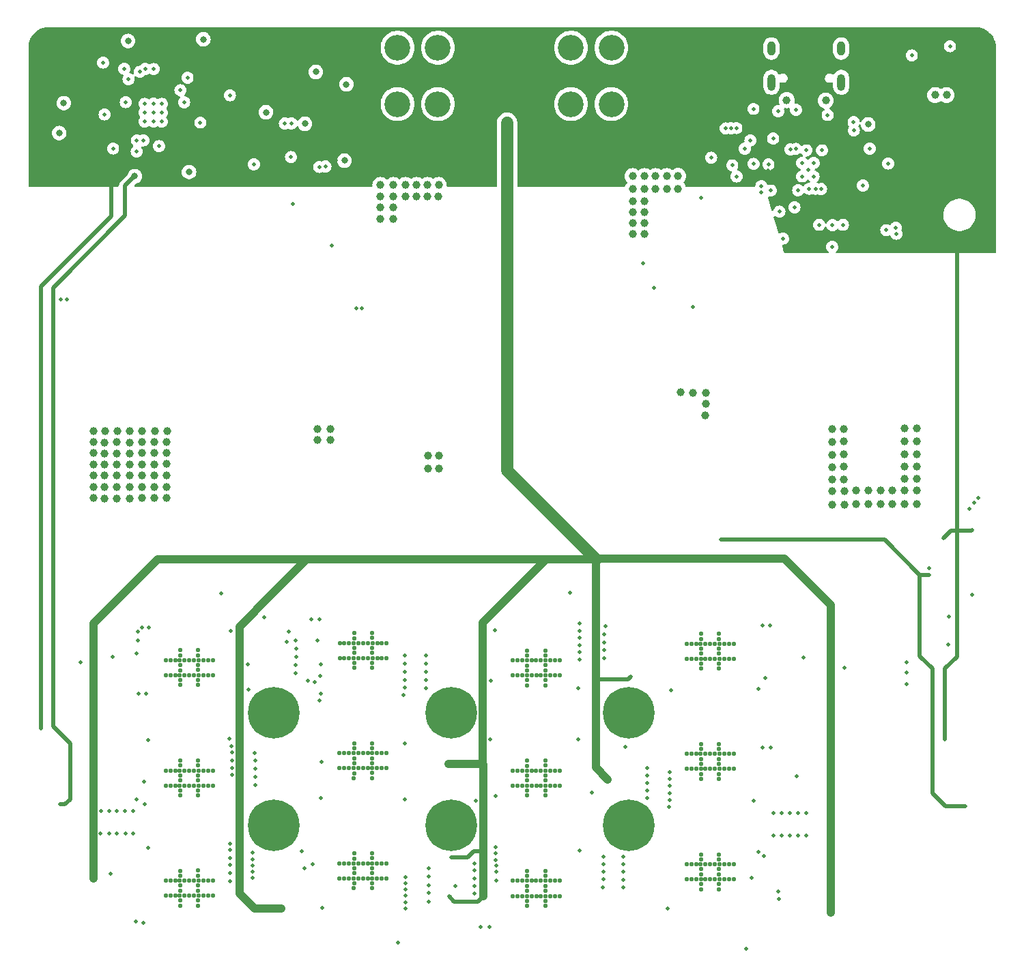
<source format=gbr>
%TF.GenerationSoftware,KiCad,Pcbnew,8.0.5*%
%TF.CreationDate,2024-12-31T14:43:48-08:00*%
%TF.ProjectId,emberone,656d6265-726f-46e6-952e-6b696361645f,rev?*%
%TF.SameCoordinates,Original*%
%TF.FileFunction,Copper,L3,Inr*%
%TF.FilePolarity,Positive*%
%FSLAX46Y46*%
G04 Gerber Fmt 4.6, Leading zero omitted, Abs format (unit mm)*
G04 Created by KiCad (PCBNEW 8.0.5) date 2024-12-31 14:43:48*
%MOMM*%
%LPD*%
G01*
G04 APERTURE LIST*
%TA.AperFunction,ComponentPad*%
%ADD10C,0.540000*%
%TD*%
%TA.AperFunction,ComponentPad*%
%ADD11C,6.400000*%
%TD*%
%TA.AperFunction,ComponentPad*%
%ADD12C,3.200000*%
%TD*%
%TA.AperFunction,ComponentPad*%
%ADD13O,1.000000X2.100000*%
%TD*%
%TA.AperFunction,ComponentPad*%
%ADD14O,1.000000X1.800000*%
%TD*%
%TA.AperFunction,ViaPad*%
%ADD15C,0.500000*%
%TD*%
%TA.AperFunction,ViaPad*%
%ADD16C,0.800000*%
%TD*%
%TA.AperFunction,ViaPad*%
%ADD17C,1.000000*%
%TD*%
%TA.AperFunction,Conductor*%
%ADD18C,1.000000*%
%TD*%
%TA.AperFunction,Conductor*%
%ADD19C,0.508000*%
%TD*%
%TA.AperFunction,Conductor*%
%ADD20C,1.500000*%
%TD*%
G04 APERTURE END LIST*
D10*
%TO.N,/stack5/GND1*%
%TO.C,U55*%
X162910000Y-174685000D03*
X162908000Y-172815000D03*
X162328000Y-174685000D03*
X162326000Y-172815000D03*
X161746000Y-174685000D03*
X161744000Y-172815000D03*
X161164000Y-174685000D03*
X161162000Y-172815000D03*
X161110000Y-175915000D03*
X161110000Y-175295000D03*
X161110000Y-174061668D03*
X161110000Y-173445002D03*
X161110000Y-172211670D03*
X161110000Y-171595000D03*
X160582000Y-174685000D03*
X160580000Y-172815000D03*
X160000000Y-174685000D03*
X159998000Y-172815000D03*
X159418000Y-174685000D03*
X159416000Y-172815000D03*
X158890000Y-175305000D03*
X158890000Y-174071668D03*
X158890000Y-173455002D03*
X158890000Y-172221670D03*
X158890000Y-171605000D03*
X158880000Y-175925000D03*
X158836000Y-174685000D03*
X158834000Y-172815000D03*
X158254000Y-174685000D03*
X158252000Y-172815000D03*
X157672000Y-174685000D03*
X157670000Y-172815000D03*
X157090000Y-174685000D03*
X157088000Y-172815000D03*
%TD*%
%TO.N,/stack6/GND2*%
%TO.C,U65*%
X178580000Y-188675000D03*
X178582000Y-190545000D03*
X179162000Y-188675000D03*
X179164000Y-190545000D03*
X179744000Y-188675000D03*
X179746000Y-190545000D03*
X180326000Y-188675000D03*
X180328000Y-190545000D03*
X180380000Y-187445000D03*
X180380000Y-188065000D03*
X180380000Y-189298332D03*
X180380000Y-189914998D03*
X180380000Y-191148330D03*
X180380000Y-191765000D03*
X180908000Y-188675000D03*
X180910000Y-190545000D03*
X181490000Y-188675000D03*
X181492000Y-190545000D03*
X182072000Y-188675000D03*
X182074000Y-190545000D03*
X182600000Y-188055000D03*
X182600000Y-189288332D03*
X182600000Y-189904998D03*
X182600000Y-191138330D03*
X182600000Y-191755000D03*
X182610000Y-187435000D03*
X182654000Y-188675000D03*
X182656000Y-190545000D03*
X183236000Y-188675000D03*
X183238000Y-190545000D03*
X183818000Y-188675000D03*
X183820000Y-190545000D03*
X184400000Y-188675000D03*
X184402000Y-190545000D03*
%TD*%
%TO.N,/stack4/GND2*%
%TO.C,U47*%
X135540000Y-188645000D03*
X135542000Y-190515000D03*
X136122000Y-188645000D03*
X136124000Y-190515000D03*
X136704000Y-188645000D03*
X136706000Y-190515000D03*
X137286000Y-188645000D03*
X137288000Y-190515000D03*
X137340000Y-187415000D03*
X137340000Y-188035000D03*
X137340000Y-189268332D03*
X137340000Y-189884998D03*
X137340000Y-191118330D03*
X137340000Y-191735000D03*
X137868000Y-188645000D03*
X137870000Y-190515000D03*
X138450000Y-188645000D03*
X138452000Y-190515000D03*
X139032000Y-188645000D03*
X139034000Y-190515000D03*
X139560000Y-188025000D03*
X139560000Y-189258332D03*
X139560000Y-189874998D03*
X139560000Y-191108330D03*
X139560000Y-191725000D03*
X139570000Y-187405000D03*
X139614000Y-188645000D03*
X139616000Y-190515000D03*
X140196000Y-188645000D03*
X140198000Y-190515000D03*
X140778000Y-188645000D03*
X140780000Y-190515000D03*
X141360000Y-188645000D03*
X141362000Y-190515000D03*
%TD*%
%TO.N,GND*%
%TO.C,U74*%
X205970000Y-161095000D03*
X205968000Y-159225000D03*
X205388000Y-161095000D03*
X205386000Y-159225000D03*
X204806000Y-161095000D03*
X204804000Y-159225000D03*
X204224000Y-161095000D03*
X204222000Y-159225000D03*
X204170000Y-162325000D03*
X204170000Y-161705000D03*
X204170000Y-160471668D03*
X204170000Y-159855002D03*
X204170000Y-158621670D03*
X204170000Y-158005000D03*
X203642000Y-161095000D03*
X203640000Y-159225000D03*
X203060000Y-161095000D03*
X203058000Y-159225000D03*
X202478000Y-161095000D03*
X202476000Y-159225000D03*
X201950000Y-161715000D03*
X201950000Y-160481668D03*
X201950000Y-159865002D03*
X201950000Y-158631670D03*
X201950000Y-158015000D03*
X201940000Y-162335000D03*
X201896000Y-161095000D03*
X201894000Y-159225000D03*
X201314000Y-161095000D03*
X201312000Y-159225000D03*
X200732000Y-161095000D03*
X200730000Y-159225000D03*
X200150000Y-161095000D03*
X200148000Y-159225000D03*
%TD*%
%TO.N,/stack5/GND0*%
%TO.C,U54*%
X162910000Y-188355000D03*
X162908000Y-186485000D03*
X162328000Y-188355000D03*
X162326000Y-186485000D03*
X161746000Y-188355000D03*
X161744000Y-186485000D03*
X161164000Y-188355000D03*
X161162000Y-186485000D03*
X161110000Y-189585000D03*
X161110000Y-188965000D03*
X161110000Y-187731668D03*
X161110000Y-187115002D03*
X161110000Y-185881670D03*
X161110000Y-185265000D03*
X160582000Y-188355000D03*
X160580000Y-186485000D03*
X160000000Y-188355000D03*
X159998000Y-186485000D03*
X159418000Y-188355000D03*
X159416000Y-186485000D03*
X158890000Y-188975000D03*
X158890000Y-187741668D03*
X158890000Y-187125002D03*
X158890000Y-185891670D03*
X158890000Y-185275000D03*
X158880000Y-189595000D03*
X158836000Y-188355000D03*
X158834000Y-186485000D03*
X158254000Y-188355000D03*
X158252000Y-186485000D03*
X157672000Y-188355000D03*
X157670000Y-186485000D03*
X157090000Y-188355000D03*
X157088000Y-186485000D03*
%TD*%
%TO.N,/stack4/GND1*%
%TO.C,U46*%
X135540000Y-174965000D03*
X135542000Y-176835000D03*
X136122000Y-174965000D03*
X136124000Y-176835000D03*
X136704000Y-174965000D03*
X136706000Y-176835000D03*
X137286000Y-174965000D03*
X137288000Y-176835000D03*
X137340000Y-173735000D03*
X137340000Y-174355000D03*
X137340000Y-175588332D03*
X137340000Y-176204998D03*
X137340000Y-177438330D03*
X137340000Y-178055000D03*
X137868000Y-174965000D03*
X137870000Y-176835000D03*
X138450000Y-174965000D03*
X138452000Y-176835000D03*
X139032000Y-174965000D03*
X139034000Y-176835000D03*
X139560000Y-174345000D03*
X139560000Y-175578332D03*
X139560000Y-176194998D03*
X139560000Y-177428330D03*
X139560000Y-178045000D03*
X139570000Y-173725000D03*
X139614000Y-174965000D03*
X139616000Y-176835000D03*
X140196000Y-174965000D03*
X140198000Y-176835000D03*
X140778000Y-174965000D03*
X140780000Y-176835000D03*
X141360000Y-174965000D03*
X141362000Y-176835000D03*
%TD*%
%TO.N,/stack4/GND0*%
%TO.C,U45*%
X135540000Y-161275000D03*
X135542000Y-163145000D03*
X136122000Y-161275000D03*
X136124000Y-163145000D03*
X136704000Y-161275000D03*
X136706000Y-163145000D03*
X137286000Y-161275000D03*
X137288000Y-163145000D03*
X137340000Y-160045000D03*
X137340000Y-160665000D03*
X137340000Y-161898332D03*
X137340000Y-162514998D03*
X137340000Y-163748330D03*
X137340000Y-164365000D03*
X137868000Y-161275000D03*
X137870000Y-163145000D03*
X138450000Y-161275000D03*
X138452000Y-163145000D03*
X139032000Y-161275000D03*
X139034000Y-163145000D03*
X139560000Y-160655000D03*
X139560000Y-161888332D03*
X139560000Y-162504998D03*
X139560000Y-163738330D03*
X139560000Y-164355000D03*
X139570000Y-160035000D03*
X139614000Y-161275000D03*
X139616000Y-163145000D03*
X140196000Y-161275000D03*
X140198000Y-163145000D03*
X140778000Y-161275000D03*
X140780000Y-163145000D03*
X141360000Y-161275000D03*
X141362000Y-163145000D03*
%TD*%
%TO.N,/stack7/GND0*%
%TO.C,U72*%
X205970000Y-188465000D03*
X205968000Y-186595000D03*
X205388000Y-188465000D03*
X205386000Y-186595000D03*
X204806000Y-188465000D03*
X204804000Y-186595000D03*
X204224000Y-188465000D03*
X204222000Y-186595000D03*
X204170000Y-189695000D03*
X204170000Y-189075000D03*
X204170000Y-187841668D03*
X204170000Y-187225002D03*
X204170000Y-185991670D03*
X204170000Y-185375000D03*
X203642000Y-188465000D03*
X203640000Y-186595000D03*
X203060000Y-188465000D03*
X203058000Y-186595000D03*
X202478000Y-188465000D03*
X202476000Y-186595000D03*
X201950000Y-189085000D03*
X201950000Y-187851668D03*
X201950000Y-187235002D03*
X201950000Y-186001670D03*
X201950000Y-185385000D03*
X201940000Y-189705000D03*
X201896000Y-188465000D03*
X201894000Y-186595000D03*
X201314000Y-188465000D03*
X201312000Y-186595000D03*
X200732000Y-188465000D03*
X200730000Y-186595000D03*
X200150000Y-188465000D03*
X200148000Y-186595000D03*
%TD*%
%TO.N,/stack6/GND0*%
%TO.C,U63*%
X178580000Y-161305000D03*
X178582000Y-163175000D03*
X179162000Y-161305000D03*
X179164000Y-163175000D03*
X179744000Y-161305000D03*
X179746000Y-163175000D03*
X180326000Y-161305000D03*
X180328000Y-163175000D03*
X180380000Y-160075000D03*
X180380000Y-160695000D03*
X180380000Y-161928332D03*
X180380000Y-162544998D03*
X180380000Y-163778330D03*
X180380000Y-164395000D03*
X180908000Y-161305000D03*
X180910000Y-163175000D03*
X181490000Y-161305000D03*
X181492000Y-163175000D03*
X182072000Y-161305000D03*
X182074000Y-163175000D03*
X182600000Y-160685000D03*
X182600000Y-161918332D03*
X182600000Y-162534998D03*
X182600000Y-163768330D03*
X182600000Y-164385000D03*
X182610000Y-160065000D03*
X182654000Y-161305000D03*
X182656000Y-163175000D03*
X183236000Y-161305000D03*
X183238000Y-163175000D03*
X183818000Y-161305000D03*
X183820000Y-163175000D03*
X184400000Y-161305000D03*
X184402000Y-163175000D03*
%TD*%
%TO.N,/stack6/GND1*%
%TO.C,U64*%
X178580000Y-174985000D03*
X178582000Y-176855000D03*
X179162000Y-174985000D03*
X179164000Y-176855000D03*
X179744000Y-174985000D03*
X179746000Y-176855000D03*
X180326000Y-174985000D03*
X180328000Y-176855000D03*
X180380000Y-173755000D03*
X180380000Y-174375000D03*
X180380000Y-175608332D03*
X180380000Y-176224998D03*
X180380000Y-177458330D03*
X180380000Y-178075000D03*
X180908000Y-174985000D03*
X180910000Y-176855000D03*
X181490000Y-174985000D03*
X181492000Y-176855000D03*
X182072000Y-174985000D03*
X182074000Y-176855000D03*
X182600000Y-174365000D03*
X182600000Y-175598332D03*
X182600000Y-176214998D03*
X182600000Y-177448330D03*
X182600000Y-178065000D03*
X182610000Y-173745000D03*
X182654000Y-174985000D03*
X182656000Y-176855000D03*
X183236000Y-174985000D03*
X183238000Y-176855000D03*
X183818000Y-174985000D03*
X183820000Y-176855000D03*
X184400000Y-174985000D03*
X184402000Y-176855000D03*
%TD*%
%TO.N,/stack7/GND1*%
%TO.C,U73*%
X205970000Y-174775000D03*
X205968000Y-172905000D03*
X205388000Y-174775000D03*
X205386000Y-172905000D03*
X204806000Y-174775000D03*
X204804000Y-172905000D03*
X204224000Y-174775000D03*
X204222000Y-172905000D03*
X204170000Y-176005000D03*
X204170000Y-175385000D03*
X204170000Y-174151668D03*
X204170000Y-173535002D03*
X204170000Y-172301670D03*
X204170000Y-171685000D03*
X203642000Y-174775000D03*
X203640000Y-172905000D03*
X203060000Y-174775000D03*
X203058000Y-172905000D03*
X202478000Y-174775000D03*
X202476000Y-172905000D03*
X201950000Y-175395000D03*
X201950000Y-174161668D03*
X201950000Y-173545002D03*
X201950000Y-172311670D03*
X201950000Y-171695000D03*
X201940000Y-176015000D03*
X201896000Y-174775000D03*
X201894000Y-172905000D03*
X201314000Y-174775000D03*
X201312000Y-172905000D03*
X200732000Y-174775000D03*
X200730000Y-172905000D03*
X200150000Y-174775000D03*
X200148000Y-172905000D03*
%TD*%
%TO.N,/stack5/GND2*%
%TO.C,U56*%
X162930000Y-161005000D03*
X162928000Y-159135000D03*
X162348000Y-161005000D03*
X162346000Y-159135000D03*
X161766000Y-161005000D03*
X161764000Y-159135000D03*
X161184000Y-161005000D03*
X161182000Y-159135000D03*
X161130000Y-162235000D03*
X161130000Y-161615000D03*
X161130000Y-160381668D03*
X161130000Y-159765002D03*
X161130000Y-158531670D03*
X161130000Y-157915000D03*
X160602000Y-161005000D03*
X160600000Y-159135000D03*
X160020000Y-161005000D03*
X160018000Y-159135000D03*
X159438000Y-161005000D03*
X159436000Y-159135000D03*
X158910000Y-161625000D03*
X158910000Y-160391668D03*
X158910000Y-159775002D03*
X158910000Y-158541670D03*
X158910000Y-157925000D03*
X158900000Y-162245000D03*
X158856000Y-161005000D03*
X158854000Y-159135000D03*
X158274000Y-161005000D03*
X158272000Y-159135000D03*
X157692000Y-161005000D03*
X157690000Y-159135000D03*
X157110000Y-161005000D03*
X157108000Y-159135000D03*
%TD*%
D11*
%TO.N,unconnected-(H6-Pad1)*%
%TO.C,H6*%
X192930000Y-181770000D03*
%TD*%
%TO.N,unconnected-(H8-Pad1)*%
%TO.C,H8*%
X170930000Y-181770000D03*
%TD*%
D12*
%TO.N,/Power/VIN*%
%TO.C,J1*%
X164295549Y-85250000D03*
X164295549Y-92250000D03*
X169295549Y-85250000D03*
X169295549Y-92250000D03*
%TD*%
D11*
%TO.N,unconnected-(H5-Pad1)*%
%TO.C,H5*%
X192930000Y-167770000D03*
%TD*%
D13*
%TO.N,GND*%
%TO.C,J6*%
X219300000Y-89535000D03*
D14*
X219300000Y-85355000D03*
D13*
X210660000Y-89535000D03*
D14*
X210660000Y-85355000D03*
%TD*%
D11*
%TO.N,unconnected-(H10-Pad1)*%
%TO.C,H10*%
X148930000Y-181770000D03*
%TD*%
%TO.N,unconnected-(H7-Pad1)*%
%TO.C,H7*%
X170930000Y-167770000D03*
%TD*%
D12*
%TO.N,GND*%
%TO.C,J2*%
X185805549Y-85250000D03*
X185805549Y-92250000D03*
X190805549Y-85250000D03*
X190805549Y-92250000D03*
%TD*%
D11*
%TO.N,unconnected-(H9-Pad1)*%
%TO.C,H9*%
X148930000Y-167770000D03*
%TD*%
D15*
%TO.N,Net-(U72-NRSTI)*%
X211500000Y-190000000D03*
%TO.N,Net-(U45-CI)*%
X145800000Y-164950000D03*
%TO.N,Net-(U64-NRSTI)*%
X174000000Y-178725000D03*
%TO.N,/stack4/GND2*%
X164338000Y-196342000D03*
%TO.N,/stack6/GND2*%
X207518000Y-197104000D03*
%TO.N,/stack5/GND2*%
X185674000Y-152908000D03*
%TO.N,/stack5/0V8-2*%
X150512500Y-159000000D03*
%TO.N,Net-(U55-CI)*%
X151680000Y-158810000D03*
%TO.N,Net-(U55-CLKI)*%
X151700000Y-159810000D03*
%TO.N,Net-(U55-RO)*%
X151700000Y-160840000D03*
%TO.N,Net-(U55-BI)*%
X151660000Y-161870000D03*
%TO.N,Net-(U55-NRSTI)*%
X151640000Y-162870000D03*
%TO.N,Net-(U56-CO)*%
X154350000Y-158820000D03*
%TO.N,Net-(U56-CLKO)*%
X154820000Y-161820000D03*
%TO.N,Net-(U56-RI)*%
X154700000Y-163200000D03*
%TO.N,Net-(U56-BO)*%
X154040000Y-163980000D03*
%TO.N,Net-(U56-NRSTO)*%
X153140000Y-163840000D03*
%TO.N,Net-(U55-NRSTI)*%
X154620000Y-166260000D03*
%TO.N,Net-(U27-GPIO1)*%
X232800000Y-85070000D03*
D16*
%TO.N,GND*%
X222660000Y-94780000D03*
D17*
X230970000Y-91130000D03*
X232375000Y-91135000D03*
%TO.N,/3V3*%
X226930000Y-93330000D03*
X226930000Y-94930000D03*
D15*
%TO.N,GND*%
X225140000Y-99630000D03*
X132913949Y-93291049D03*
X135050000Y-92220000D03*
X214480000Y-99550000D03*
D16*
X154150000Y-88260000D03*
D15*
X208060000Y-96740000D03*
D16*
X157951600Y-89788400D03*
D15*
X215900000Y-99550000D03*
X132910000Y-94430000D03*
X198230000Y-165000000D03*
X132910000Y-92220000D03*
X122405000Y-179190000D03*
D16*
X157711600Y-99268400D03*
D15*
X135053949Y-93291049D03*
D16*
X131700000Y-101200000D03*
D15*
X207360000Y-97785000D03*
D16*
X138430000Y-100680000D03*
D15*
X143490000Y-91150000D03*
X220860000Y-94490000D03*
X216600000Y-107230000D03*
X213980000Y-102940000D03*
D16*
X122890000Y-92130000D03*
D15*
X219530000Y-107230000D03*
D16*
X122330000Y-95850000D03*
D15*
X215200000Y-100377500D03*
X218200000Y-109960000D03*
X214470000Y-101220000D03*
D16*
X152800000Y-94695200D03*
D15*
X134010000Y-92210000D03*
X212100000Y-108940000D03*
X135050000Y-94430000D03*
X134013949Y-93281049D03*
X211500000Y-93140000D03*
X228060000Y-86210000D03*
X215890000Y-101220000D03*
X222010000Y-102360000D03*
X230240000Y-150730000D03*
X204380000Y-146280000D03*
X220870000Y-95540000D03*
X234740000Y-179440000D03*
D16*
X147980000Y-93270000D03*
D15*
X122565000Y-170505000D03*
X218230000Y-107280000D03*
X151080000Y-98820000D03*
X134010000Y-94420000D03*
X222850000Y-97780000D03*
X209030000Y-164830000D03*
D16*
X140200000Y-84200000D03*
D15*
X208440000Y-99670000D03*
D16*
X130870000Y-84420000D03*
D15*
X208420000Y-92840000D03*
D17*
%TO.N,/Power/VIN_M*%
X167990000Y-103730000D03*
X194920000Y-108410000D03*
X199080000Y-102770000D03*
X169390000Y-102290000D03*
X193440000Y-102780000D03*
X165270000Y-102290000D03*
X166640000Y-102290000D03*
X162170000Y-102300000D03*
X169380000Y-103730000D03*
D15*
X146470000Y-99730000D03*
D17*
X165260000Y-103730000D03*
D15*
X127968951Y-93531049D03*
D17*
X163763949Y-106473949D03*
X194920000Y-102780000D03*
X196280000Y-101190000D03*
X162170000Y-105103949D03*
X193440000Y-101190000D03*
X168000000Y-102290000D03*
X197670000Y-102780000D03*
X166630000Y-103730000D03*
X193440000Y-104290000D03*
X199080000Y-101180000D03*
X193440000Y-108410000D03*
X197670000Y-101190000D03*
X163763949Y-102300000D03*
X163763949Y-105103949D03*
X194920000Y-107020000D03*
X194920000Y-105660000D03*
X193440000Y-107020000D03*
X194920000Y-101190000D03*
X162170000Y-103740000D03*
X194920000Y-104290000D03*
X162170000Y-106473949D03*
X196280000Y-102780000D03*
X163763949Y-103740000D03*
X193440000Y-105660000D03*
D15*
%TO.N,Net-(D1-A)*%
X137370000Y-90530000D03*
X131960000Y-96750000D03*
%TO.N,Net-(U1-COMP1)*%
X137810000Y-92030000D03*
X139833951Y-94531049D03*
%TO.N,Net-(D2-A)*%
X138230000Y-88970000D03*
X130400000Y-87860000D03*
X132320000Y-88248792D03*
D17*
%TO.N,/3V6*%
X132570000Y-135590000D03*
X228680000Y-137210000D03*
X134160000Y-134220000D03*
X218200000Y-134170000D03*
X218200000Y-132580000D03*
X219640000Y-134150000D03*
X221194284Y-140220000D03*
X134160000Y-135590000D03*
X129500000Y-136960000D03*
X135670000Y-139770000D03*
X129500000Y-135600000D03*
X126570000Y-134220000D03*
X228680000Y-141940000D03*
X169430000Y-135880000D03*
X222691426Y-140220000D03*
X228680000Y-138800000D03*
X134150000Y-139780000D03*
X218200000Y-138880000D03*
X228680000Y-135690000D03*
X129530000Y-132820000D03*
X218200000Y-142020000D03*
X168040000Y-135880000D03*
X202500000Y-129490000D03*
X199390000Y-128050000D03*
X227200000Y-135690000D03*
X227200000Y-132500000D03*
X127980000Y-136980000D03*
X227200000Y-137210000D03*
X218200000Y-140300000D03*
X135680000Y-134210000D03*
X128010000Y-132840000D03*
X135680000Y-135580000D03*
X227182852Y-141940000D03*
X126560000Y-141170000D03*
X202500000Y-128100000D03*
X135680000Y-136940000D03*
X132560000Y-139780000D03*
X155980000Y-133950000D03*
X155980000Y-132560000D03*
X127970000Y-139810000D03*
X227200000Y-138800000D03*
X154390000Y-133950000D03*
X129490000Y-141180000D03*
X225685710Y-141940000D03*
X227182852Y-140220000D03*
X135710000Y-132800000D03*
X132570000Y-136950000D03*
X132600000Y-132810000D03*
X126600000Y-132810000D03*
X219697142Y-142000000D03*
X222691426Y-141940000D03*
X126570000Y-136950000D03*
X134160000Y-136950000D03*
X228680000Y-134090000D03*
X224188568Y-140220000D03*
X218200000Y-137290000D03*
X134150000Y-141170000D03*
X127980000Y-134250000D03*
X129500000Y-138350000D03*
X154390000Y-132560000D03*
X127980000Y-138370000D03*
X131050000Y-138360000D03*
X126560000Y-139780000D03*
X132560000Y-141170000D03*
X169430000Y-137470000D03*
X131040000Y-141190000D03*
X219640000Y-135750000D03*
X221194284Y-141940000D03*
X168040000Y-137470000D03*
X135680000Y-138330000D03*
X129490000Y-139790000D03*
X225685710Y-140220000D03*
X131080000Y-132830000D03*
X218200000Y-135770000D03*
X202440000Y-130930000D03*
X127980000Y-135620000D03*
X135670000Y-141160000D03*
X219697142Y-140280000D03*
X131050000Y-136970000D03*
D15*
X142400000Y-153030000D03*
D17*
X219640000Y-137270000D03*
X131040000Y-139800000D03*
X134190000Y-132810000D03*
X126570000Y-138340000D03*
X228680000Y-132500000D03*
X228680000Y-140220000D03*
X227200000Y-134090000D03*
X131050000Y-135610000D03*
X132570000Y-138340000D03*
X219640000Y-138860000D03*
X200910000Y-128100000D03*
X219640000Y-132560000D03*
D15*
X224900000Y-107900000D03*
D17*
X127970000Y-141200000D03*
X132570000Y-134220000D03*
X134160000Y-138340000D03*
X126570000Y-135590000D03*
X129500000Y-134230000D03*
X131050000Y-134240000D03*
X224188568Y-141940000D03*
D15*
%TO.N,Net-(Q1-G)*%
X156110000Y-109770000D03*
X129000000Y-97770000D03*
%TO.N,Net-(Q2-G)*%
X159860000Y-117600000D03*
X132763949Y-96740000D03*
%TO.N,Net-(Q3-G)*%
X130590000Y-92010000D03*
X201940000Y-103890000D03*
%TO.N,Net-(Q4-G)*%
X133020000Y-87890000D03*
X200890000Y-117400000D03*
%TO.N,/3V3*%
X220560000Y-106230000D03*
X216690000Y-106220000D03*
X215390000Y-95410000D03*
X207350000Y-100480000D03*
D16*
X154390000Y-94680000D03*
D15*
X235560000Y-145110000D03*
D16*
X147990000Y-88810000D03*
D15*
X211380000Y-94220000D03*
X218000000Y-95855000D03*
X232200000Y-171100000D03*
D16*
X156461600Y-99268400D03*
D15*
X219870000Y-97785000D03*
X232000000Y-146130000D03*
X219960000Y-101385000D03*
X120100000Y-169750000D03*
D16*
X150900000Y-86900000D03*
D15*
X205260000Y-94055000D03*
X210680000Y-97785000D03*
X210250000Y-100470000D03*
%TO.N,/Data/1V1*%
X214990000Y-97995000D03*
X215350000Y-102765000D03*
X216930000Y-97995000D03*
%TO.N,/stack4/GND0*%
X133420000Y-157230000D03*
X143630000Y-157610000D03*
%TO.N,/stack4/GND1*%
X133350000Y-171210000D03*
X143440000Y-171040000D03*
%TO.N,/stack4/GND2*%
X143520000Y-184090000D03*
X133380000Y-184540000D03*
%TO.N,/stack4/1V2-0*%
X133120000Y-165470000D03*
%TO.N,/Power/SW1*%
X131940000Y-98140000D03*
X151290000Y-104650000D03*
%TO.N,/Power/SW2*%
X194730000Y-112020000D03*
X130930000Y-89160000D03*
%TO.N,/Power/LOOP1*%
X134710000Y-97470000D03*
X159200000Y-117590000D03*
%TO.N,/Power/LOOP2*%
X196065137Y-115084863D03*
X134040000Y-87900000D03*
%TO.N,/stack4/1V2-1*%
X132950000Y-179160000D03*
%TO.N,/stack4/1V2-2*%
X132790000Y-193870000D03*
%TO.N,/stack4/0V8-0*%
X132130000Y-165420000D03*
X128970000Y-160830000D03*
%TO.N,/stack4/0V8-1*%
X132850000Y-176370000D03*
X131930000Y-178570000D03*
%TO.N,/stack4/0V8-2*%
X128740000Y-187750000D03*
X131820000Y-193740000D03*
%TO.N,/stack5/GND0*%
X152730000Y-187110000D03*
X154970000Y-192060000D03*
X165240000Y-192140000D03*
%TO.N,/stack5/GND1*%
X165210000Y-178550000D03*
X154800000Y-178410000D03*
%TO.N,/stack5/GND2*%
X165002500Y-165607500D03*
X154770000Y-165410000D03*
X147722500Y-155955000D03*
X145720000Y-161820000D03*
%TO.N,/stack5/1V2-0*%
X152380000Y-184960000D03*
%TO.N,/stack5/1V2-1*%
X154880000Y-173920000D03*
%TO.N,/stack5/1V2-2*%
X150840000Y-157720000D03*
X154630000Y-156180000D03*
%TO.N,/stack5/0V8-0*%
X153800000Y-186575000D03*
%TO.N,/stack5/0V8-1*%
X165150000Y-171610000D03*
%TO.N,/stack5/0V8-2*%
X153560000Y-156200000D03*
%TO.N,/stack6/GND0*%
X186900000Y-156720000D03*
X176370000Y-157590000D03*
%TO.N,/stack6/GND1*%
X186710000Y-171070000D03*
X175800000Y-171100000D03*
%TO.N,/stack6/GND2*%
X186860000Y-184900000D03*
X176470000Y-184490000D03*
%TO.N,/stack6/1V2-0*%
X186660000Y-164720000D03*
%TO.N,/stack6/1V2-1*%
X176450000Y-178160000D03*
%TO.N,/stack6/1V2-2*%
X171480000Y-189320000D03*
X175650000Y-194370000D03*
%TO.N,/stack6/0V8-0*%
X175870000Y-163790000D03*
%TO.N,/stack6/0V8-1*%
X192528749Y-172053749D03*
X188425000Y-177750000D03*
%TO.N,/stack6/0V8-2*%
X174600000Y-194360000D03*
%TO.N,/stack7/GND0*%
X197820000Y-192140000D03*
X211600000Y-190930000D03*
%TO.N,/stack7/GND1*%
X197960000Y-179470000D03*
X208440000Y-178730000D03*
%TO.N,/stack7/1V2-0*%
X209080000Y-185050000D03*
X208200000Y-188330000D03*
%TO.N,/stack7/1V2-1*%
X213820000Y-175670000D03*
X210580000Y-172125000D03*
%TO.N,/stack7/1V2-2*%
X230195104Y-149850000D03*
X209520000Y-156990000D03*
X214600000Y-160960000D03*
X235570000Y-153120000D03*
%TO.N,/stack7/0V8-0*%
X209690000Y-185580000D03*
%TO.N,/stack7/0V8-1*%
X209560000Y-172150000D03*
%TO.N,/stack7/0V8-2*%
X210530000Y-156990000D03*
%TO.N,/Data/SWD*%
X216810000Y-102795000D03*
X217640000Y-93600000D03*
%TO.N,/Data/SWCLK*%
X213700000Y-92950000D03*
X216130000Y-102765000D03*
%TO.N,/Data/QSPI_SS*%
X205000960Y-95272707D03*
X210870000Y-96515000D03*
%TO.N,Net-(U46-NRSTO)*%
X143680000Y-171960000D03*
%TO.N,Net-(U46-CO)*%
X143738000Y-175488702D03*
%TO.N,Net-(U46-CLKO)*%
X143765000Y-174625000D03*
%TO.N,Net-(U46-RI)*%
X143759000Y-173741000D03*
%TO.N,Net-(U46-BO)*%
X143777000Y-172753000D03*
%TO.N,Net-(U45-BI)*%
X146620000Y-173760000D03*
%TO.N,Net-(U45-CO)*%
X132600000Y-157230000D03*
%TO.N,Net-(U46-CI)*%
X131500000Y-180030000D03*
%TO.N,Net-(U47-CO)*%
X131520000Y-182780000D03*
%TO.N,Net-(U46-CLKI)*%
X130490000Y-180010000D03*
%TO.N,Net-(U45-CLKO)*%
X132050000Y-157750000D03*
%TO.N,Net-(U47-CLKO)*%
X130540000Y-182780000D03*
%TO.N,Net-(U46-RO)*%
X129480000Y-180010000D03*
%TO.N,Net-(U45-RI)*%
X132120000Y-158840000D03*
%TO.N,Net-(U47-RI)*%
X129480000Y-182780000D03*
%TO.N,Net-(U46-BI)*%
X128490000Y-180010000D03*
%TO.N,Net-(U45-BO)*%
X131960000Y-160450000D03*
%TO.N,Net-(U47-BO)*%
X128530000Y-182780000D03*
%TO.N,Net-(U46-NRSTI)*%
X127500000Y-180010000D03*
%TO.N,Net-(U45-NRSTO)*%
X125000000Y-161500000D03*
%TO.N,Net-(U47-NRSTO)*%
X127470000Y-182780000D03*
%TO.N,Net-(U55-NRSTO)*%
X168190000Y-191270000D03*
%TO.N,Net-(U55-CO)*%
X168190000Y-187120000D03*
%TO.N,Net-(U55-CLKO)*%
X168190000Y-188140000D03*
%TO.N,Net-(U55-RI)*%
X168190000Y-189210000D03*
%TO.N,Net-(U55-BO)*%
X168190000Y-190200000D03*
%TO.N,Net-(U54-CO)*%
X146340000Y-185190000D03*
%TO.N,Net-(U54-CLKO)*%
X146350000Y-185990000D03*
%TO.N,Net-(U54-RI)*%
X146330000Y-186770000D03*
%TO.N,Net-(U54-BO)*%
X146350000Y-187570000D03*
%TO.N,Net-(U54-NRSTO)*%
X146340000Y-188290000D03*
%TO.N,Net-(U64-NRSTO)*%
X189920000Y-161070000D03*
%TO.N,Net-(U64-CO)*%
X190100000Y-157090000D03*
%TO.N,Net-(U64-CLKO)*%
X189890000Y-158110000D03*
%TO.N,Net-(U64-RI)*%
X189890000Y-159060000D03*
%TO.N,Net-(U64-BO)*%
X189890000Y-160050000D03*
%TO.N,Net-(U64-CI)*%
X173800000Y-186525000D03*
%TO.N,Net-(U63-CO)*%
X167780000Y-160730000D03*
%TO.N,Net-(U65-CO)*%
X176460000Y-185230000D03*
%TO.N,Net-(U63-CLKO)*%
X167780000Y-161720000D03*
%TO.N,Net-(U64-CLKI)*%
X173800000Y-187400000D03*
%TO.N,Net-(U65-CLKO)*%
X176460000Y-186120000D03*
%TO.N,Net-(U63-RI)*%
X167780000Y-162730000D03*
%TO.N,Net-(U64-RO)*%
X173800000Y-188400000D03*
%TO.N,Net-(U65-RI)*%
X176520000Y-186780000D03*
%TO.N,Net-(U64-BI)*%
X173800000Y-189325000D03*
%TO.N,Net-(U63-BO)*%
X167780000Y-163730000D03*
%TO.N,Net-(U65-BO)*%
X176570000Y-187510000D03*
%TO.N,Net-(U63-NRSTO)*%
X167780000Y-164740000D03*
%TO.N,Net-(U64-NRSTI)*%
X173800000Y-190250000D03*
%TO.N,Net-(U65-NRSTO)*%
X176520000Y-188670000D03*
%TO.N,Net-(U73-NRSTO)*%
X214940000Y-180240000D03*
%TO.N,Net-(U73-CO)*%
X210910000Y-180240000D03*
%TO.N,Net-(U73-CLKO)*%
X211920000Y-180240000D03*
%TO.N,Net-(U73-RI)*%
X212930000Y-180240000D03*
%TO.N,Net-(U73-BO)*%
X213920000Y-180230000D03*
%TO.N,Net-(U74-BI)*%
X209910000Y-163500000D03*
%TO.N,Net-(U72-CO)*%
X192260000Y-185660000D03*
%TO.N,Net-(U73-CI)*%
X198020000Y-178640000D03*
%TO.N,Net-(U72-CLKO)*%
X192260000Y-186610000D03*
%TO.N,Net-(U73-CLKI)*%
X198020000Y-177767500D03*
%TO.N,Net-(U72-RI)*%
X192280000Y-187570000D03*
%TO.N,Net-(U73-RO)*%
X198020000Y-176895000D03*
%TO.N,Net-(U73-BI)*%
X198020000Y-176022500D03*
%TO.N,Net-(U72-BO)*%
X192310000Y-188520000D03*
%TO.N,Net-(U73-NRSTI)*%
X198020000Y-175150000D03*
%TO.N,Net-(U72-NRSTO)*%
X192310000Y-189450000D03*
%TO.N,/stack4/RO*%
X143550000Y-186680000D03*
%TO.N,/stack4/CLKI*%
X143550000Y-185800000D03*
%TO.N,/stack4/CI*%
X143550000Y-184820000D03*
%TO.N,Net-(U74-NRSTO)*%
X195230000Y-174630000D03*
%TO.N,Net-(U74-BO)*%
X195230000Y-175567500D03*
%TO.N,Net-(U74-RI)*%
X195230000Y-176505000D03*
%TO.N,Net-(U74-CLKO)*%
X195230000Y-177442500D03*
%TO.N,Net-(U74-CO)*%
X195230000Y-178380000D03*
%TO.N,/Data/SCL*%
X205793263Y-99856737D03*
X213510000Y-105060000D03*
X151130000Y-94650000D03*
X226090000Y-107570000D03*
X155350000Y-100000000D03*
X122490000Y-116470000D03*
%TO.N,/Data/SDA*%
X123290000Y-116470000D03*
X154566600Y-100053400D03*
X206345000Y-101225000D03*
X150320000Y-94670000D03*
X211650000Y-105600000D03*
X226140000Y-108340000D03*
%TO.N,/Data/QSPI_SD1*%
X213023119Y-97878628D03*
X205650200Y-95241245D03*
%TO.N,/Data/QSPI_SD2*%
X213670000Y-97815000D03*
X206300000Y-95225000D03*
%TO.N,/RST*%
X236300000Y-141150000D03*
X210580000Y-102990000D03*
%TO.N,/RX*%
X235250000Y-142460000D03*
X209430000Y-103220000D03*
%TO.N,Net-(U27-GPIO1)*%
X210280000Y-99750000D03*
%TO.N,/TX*%
X235770000Y-141770000D03*
X209420000Y-102410000D03*
%TO.N,/stack6/CI*%
X189800000Y-185630000D03*
%TO.N,/stack6/CLKI*%
X189820000Y-186590000D03*
%TO.N,/stack6/RO*%
X189800000Y-187540000D03*
%TO.N,/stack6/BI*%
X189800000Y-188500000D03*
%TO.N,/stack6/NRSTI*%
X189770000Y-189480000D03*
%TO.N,Net-(U45-NRSTI)*%
X146600000Y-172760000D03*
%TO.N,Net-(U45-RO)*%
X146640000Y-174770000D03*
%TO.N,Net-(U45-CLKI)*%
X146650000Y-175780000D03*
%TO.N,Net-(U45-CI)*%
X146650000Y-176790000D03*
%TO.N,Net-(U54-NRSTI)*%
X165260000Y-191320000D03*
%TO.N,Net-(U54-BI)*%
X165260000Y-190500000D03*
%TO.N,Net-(U54-RO)*%
X165260000Y-189720000D03*
%TO.N,Net-(U54-CLKI)*%
X165260000Y-188950000D03*
%TO.N,Net-(U54-CI)*%
X165260000Y-188190000D03*
%TO.N,/stack4/BI*%
X143550000Y-187730000D03*
%TO.N,/stack4/NRSTI*%
X143550000Y-188750000D03*
%TO.N,Net-(U63-NRSTI)*%
X186860000Y-161170000D03*
%TO.N,/stack5/NRSTI*%
X165190000Y-164710000D03*
%TO.N,Net-(U63-BI)*%
X186880000Y-160260000D03*
%TO.N,/stack5/BI*%
X165190000Y-163710000D03*
%TO.N,Net-(U63-RO)*%
X186860000Y-159400000D03*
%TO.N,/stack5/RO*%
X165190000Y-162700000D03*
%TO.N,Net-(U63-CLKI)*%
X186860000Y-158530000D03*
%TO.N,/stack5/CLKI*%
X165190000Y-161750000D03*
%TO.N,Net-(U63-CI)*%
X186880000Y-157670000D03*
%TO.N,/stack5/CI*%
X165190000Y-160720000D03*
%TO.N,Net-(U72-NRSTI)*%
X214940000Y-183060000D03*
%TO.N,Net-(U72-BI)*%
X213930000Y-183060000D03*
%TO.N,Net-(U72-RO)*%
X212920000Y-183060000D03*
%TO.N,Net-(U72-CLKI)*%
X211930000Y-183040000D03*
%TO.N,Net-(U72-CI)*%
X210910000Y-183040000D03*
%TO.N,/stack7/RST_N*%
X232640000Y-155860000D03*
X227400000Y-164230000D03*
X232600000Y-159300000D03*
%TO.N,/stack7/RO*%
X227400000Y-162850000D03*
%TO.N,/stack7/CLKI*%
X219680000Y-162210000D03*
%TO.N,/stack7/CI*%
X227430000Y-161570000D03*
%TO.N,/5V*%
X218010000Y-173960000D03*
X218010000Y-160100000D03*
X126570000Y-169880000D03*
X218010000Y-192610000D03*
X126570000Y-188380000D03*
X126570000Y-183670000D03*
X218010000Y-187650000D03*
D17*
X177880000Y-94560000D03*
D15*
X190338749Y-176083749D03*
X126570000Y-175090000D03*
X149830000Y-192140000D03*
X126570000Y-156720000D03*
X147310000Y-192140000D03*
X144680000Y-157700000D03*
X218010000Y-178850000D03*
D17*
X217390000Y-91810000D03*
D15*
X126570000Y-160850000D03*
X144680000Y-171410000D03*
X174860000Y-157460000D03*
X193210000Y-163330000D03*
X170610000Y-174190000D03*
X170690000Y-190600000D03*
X170910000Y-185720000D03*
D17*
X212560000Y-91760000D03*
D15*
X218010000Y-164990000D03*
X148720000Y-153100000D03*
%TO.N,/Data/PWR_EN*%
X203180000Y-98910000D03*
X127780000Y-87090000D03*
%TD*%
D18*
%TO.N,/5V*%
X188870000Y-163660000D02*
X188870000Y-174615000D01*
X188870000Y-174615000D02*
X190338749Y-176083749D01*
X144680000Y-157700000D02*
X144680000Y-171410000D01*
X144680000Y-190220000D02*
X146600000Y-192140000D01*
X144680000Y-171410000D02*
X144680000Y-190220000D01*
X146600000Y-192140000D02*
X147310000Y-192140000D01*
X126570000Y-169880000D02*
X126570000Y-160850000D01*
X126570000Y-160850000D02*
X126570000Y-156720000D01*
D19*
X170690000Y-190600000D02*
X171315000Y-191225000D01*
X171315000Y-191225000D02*
X174275000Y-191225000D01*
X174275000Y-191225000D02*
X174920000Y-190580000D01*
D20*
X177880000Y-94560000D02*
X177880000Y-137790000D01*
X177880000Y-137790000D02*
X188870000Y-148780000D01*
D19*
%TO.N,GND*%
X131700000Y-101200000D02*
X130500000Y-102400000D01*
X130500000Y-106070000D02*
X121550000Y-115020000D01*
X122405000Y-179190000D02*
X123030000Y-179190000D01*
X229070000Y-150730000D02*
X229070000Y-160770000D01*
X229070000Y-150730000D02*
X230240000Y-150730000D01*
X121550000Y-169490000D02*
X122565000Y-170505000D01*
X204380000Y-146340000D02*
X204380000Y-146280000D01*
X224680000Y-146280000D02*
X229070000Y-150670000D01*
X230626000Y-177826000D02*
X232240000Y-179440000D01*
X121550000Y-115020000D02*
X121550000Y-169490000D01*
X204380000Y-146280000D02*
X224680000Y-146280000D01*
X229070000Y-150670000D02*
X229070000Y-150730000D01*
X130500000Y-102400000D02*
X130500000Y-106070000D01*
X229070000Y-160770000D02*
X230626000Y-162326000D01*
X123030000Y-179190000D02*
X123670000Y-178550000D01*
X123670000Y-178550000D02*
X123670000Y-171610000D01*
X230626000Y-162326000D02*
X230626000Y-177826000D01*
X123670000Y-171610000D02*
X122565000Y-170505000D01*
X232240000Y-179440000D02*
X234740000Y-179440000D01*
%TO.N,/3V3*%
X233670000Y-160830000D02*
X233670000Y-145200000D01*
X232200000Y-162300000D02*
X233670000Y-160830000D01*
X120100000Y-114870000D02*
X128800000Y-106170000D01*
X233670000Y-145200000D02*
X232930000Y-145200000D01*
X128800000Y-106170000D02*
X128800000Y-102100000D01*
X235470000Y-145200000D02*
X235560000Y-145110000D01*
X233670000Y-110300000D02*
X233670000Y-145200000D01*
X120100000Y-169750000D02*
X120100000Y-114870000D01*
X233670000Y-145200000D02*
X235470000Y-145200000D01*
X232930000Y-145200000D02*
X232000000Y-146130000D01*
X232200000Y-171100000D02*
X232200000Y-162300000D01*
%TO.N,/5V*%
X188880000Y-163670000D02*
X188870000Y-163660000D01*
X170910000Y-185720000D02*
X172995104Y-185720000D01*
D18*
X182710000Y-148780000D02*
X174860000Y-156630000D01*
X218010000Y-173960000D02*
X218010000Y-178850000D01*
D19*
X192870000Y-163670000D02*
X188880000Y-163670000D01*
D18*
X126570000Y-156720000D02*
X134510000Y-148780000D01*
X126570000Y-175090000D02*
X126570000Y-169880000D01*
X174860000Y-174190000D02*
X170610000Y-174190000D01*
X153040000Y-148780000D02*
X148720000Y-153100000D01*
X174860000Y-156630000D02*
X174860000Y-157460000D01*
D19*
X193210000Y-163330000D02*
X192870000Y-163670000D01*
D18*
X174920000Y-184980000D02*
X174920000Y-190580000D01*
X144680000Y-157700000D02*
X144680000Y-157140000D01*
D19*
X172995104Y-185720000D02*
X173735104Y-184980000D01*
D18*
X174860000Y-157460000D02*
X174860000Y-174190000D01*
X188870000Y-148780000D02*
X188870000Y-163660000D01*
X218010000Y-187650000D02*
X218010000Y-192610000D01*
X218010000Y-178850000D02*
X218010000Y-187650000D01*
X188990000Y-148660000D02*
X212280000Y-148660000D01*
X147310000Y-192140000D02*
X149830000Y-192140000D01*
X134510000Y-148780000D02*
X153040000Y-148780000D01*
X126570000Y-175090000D02*
X126570000Y-183670000D01*
X188870000Y-148780000D02*
X182710000Y-148780000D01*
D19*
X173735104Y-184980000D02*
X174920000Y-184980000D01*
D18*
X174920000Y-174250000D02*
X174920000Y-184980000D01*
X174860000Y-174190000D02*
X174920000Y-174250000D01*
X212280000Y-148660000D02*
X218010000Y-154390000D01*
X218010000Y-160100000D02*
X218010000Y-164990000D01*
X144680000Y-157140000D02*
X148720000Y-153100000D01*
X188870000Y-148780000D02*
X153040000Y-148780000D01*
X218010000Y-154390000D02*
X218010000Y-160100000D01*
X126570000Y-183670000D02*
X126570000Y-188380000D01*
X218010000Y-164990000D02*
X218010000Y-173960000D01*
%TD*%
%TA.AperFunction,Conductor*%
%TO.N,/3V3*%
G36*
X235970927Y-82700013D02*
G01*
X236116957Y-82702218D01*
X236129998Y-82703105D01*
X236420834Y-82738419D01*
X236435531Y-82741112D01*
X236719072Y-82810999D01*
X236733362Y-82815453D01*
X237006390Y-82918998D01*
X237020045Y-82925144D01*
X237278595Y-83060842D01*
X237291409Y-83068588D01*
X237531731Y-83234470D01*
X237543510Y-83243699D01*
X237606497Y-83299500D01*
X237762078Y-83437333D01*
X237772666Y-83447921D01*
X237966297Y-83666485D01*
X237975532Y-83678272D01*
X238141411Y-83918590D01*
X238149157Y-83931404D01*
X238284855Y-84189954D01*
X238291001Y-84203609D01*
X238394546Y-84476637D01*
X238399001Y-84490932D01*
X238458472Y-84732214D01*
X238468883Y-84774450D01*
X238471581Y-84789178D01*
X238504604Y-85061144D01*
X238506892Y-85079983D01*
X238507782Y-85093058D01*
X238509986Y-85239071D01*
X238510000Y-85240943D01*
X238510000Y-110606829D01*
X238490315Y-110673868D01*
X238437511Y-110719623D01*
X238386186Y-110730829D01*
X218760672Y-110760242D01*
X218693603Y-110740658D01*
X218647769Y-110687922D01*
X218637722Y-110618779D01*
X218666651Y-110555180D01*
X218672778Y-110548588D01*
X218790477Y-110430890D01*
X218880452Y-110287697D01*
X218880454Y-110287694D01*
X218880454Y-110287692D01*
X218880456Y-110287690D01*
X218936313Y-110128059D01*
X218936313Y-110128058D01*
X218936314Y-110128056D01*
X218955249Y-109960002D01*
X218955249Y-109959997D01*
X218936314Y-109791943D01*
X218902479Y-109695249D01*
X218880456Y-109632310D01*
X218880455Y-109632309D01*
X218880454Y-109632305D01*
X218880452Y-109632302D01*
X218790481Y-109489115D01*
X218790476Y-109489109D01*
X218670890Y-109369523D01*
X218670884Y-109369518D01*
X218527697Y-109279547D01*
X218527694Y-109279545D01*
X218368056Y-109223685D01*
X218200003Y-109204751D01*
X218199997Y-109204751D01*
X218031943Y-109223685D01*
X217872305Y-109279545D01*
X217872302Y-109279547D01*
X217729115Y-109369518D01*
X217729109Y-109369523D01*
X217609523Y-109489109D01*
X217609518Y-109489115D01*
X217519547Y-109632302D01*
X217519545Y-109632305D01*
X217463685Y-109791943D01*
X217444751Y-109959997D01*
X217444751Y-109960002D01*
X217463685Y-110128056D01*
X217519545Y-110287694D01*
X217519547Y-110287697D01*
X217609518Y-110430884D01*
X217609523Y-110430890D01*
X217728871Y-110550238D01*
X217762356Y-110611561D01*
X217757372Y-110681253D01*
X217715500Y-110737186D01*
X217650036Y-110761603D01*
X217641376Y-110761919D01*
X212343178Y-110769860D01*
X212276109Y-110750276D01*
X212230275Y-110697540D01*
X212223943Y-110680548D01*
X211983156Y-109853927D01*
X211983306Y-109784058D01*
X212021207Y-109725362D01*
X212084825Y-109696473D01*
X212096328Y-109695663D01*
X212268056Y-109676314D01*
X212268059Y-109676313D01*
X212427690Y-109620456D01*
X212427692Y-109620454D01*
X212427694Y-109620454D01*
X212427697Y-109620452D01*
X212570884Y-109530481D01*
X212570885Y-109530480D01*
X212570890Y-109530477D01*
X212690477Y-109410890D01*
X212735766Y-109338814D01*
X212780452Y-109267697D01*
X212780454Y-109267694D01*
X212780454Y-109267692D01*
X212780456Y-109267690D01*
X212836313Y-109108059D01*
X212836313Y-109108058D01*
X212836314Y-109108056D01*
X212855249Y-108940002D01*
X212855249Y-108939997D01*
X212836314Y-108771943D01*
X212799836Y-108667694D01*
X212780456Y-108612310D01*
X212780455Y-108612309D01*
X212780454Y-108612305D01*
X212780452Y-108612302D01*
X212690481Y-108469115D01*
X212690476Y-108469109D01*
X212570890Y-108349523D01*
X212570884Y-108349518D01*
X212427697Y-108259547D01*
X212427694Y-108259545D01*
X212268056Y-108203685D01*
X212100003Y-108184751D01*
X212099997Y-108184751D01*
X211931943Y-108203685D01*
X211772307Y-108259545D01*
X211697043Y-108306837D01*
X211629806Y-108325837D01*
X211562971Y-108305469D01*
X211517757Y-108252201D01*
X211512024Y-108236535D01*
X211218828Y-107229997D01*
X215844751Y-107229997D01*
X215844751Y-107230002D01*
X215863685Y-107398056D01*
X215919545Y-107557694D01*
X215919547Y-107557697D01*
X216009518Y-107700884D01*
X216009523Y-107700890D01*
X216129109Y-107820476D01*
X216129115Y-107820481D01*
X216272302Y-107910452D01*
X216272305Y-107910454D01*
X216272309Y-107910455D01*
X216272310Y-107910456D01*
X216344913Y-107935860D01*
X216431943Y-107966314D01*
X216599997Y-107985249D01*
X216600000Y-107985249D01*
X216600003Y-107985249D01*
X216768056Y-107966314D01*
X216784809Y-107960452D01*
X216927690Y-107910456D01*
X216927692Y-107910454D01*
X216927694Y-107910454D01*
X216927697Y-107910452D01*
X217070884Y-107820481D01*
X217070885Y-107820480D01*
X217070890Y-107820477D01*
X217190477Y-107700890D01*
X217193924Y-107695404D01*
X217280452Y-107557697D01*
X217280455Y-107557692D01*
X217289210Y-107532672D01*
X217329932Y-107475896D01*
X217394884Y-107450148D01*
X217463446Y-107463604D01*
X217513849Y-107511991D01*
X217523293Y-107532671D01*
X217549542Y-107607686D01*
X217549547Y-107607697D01*
X217639518Y-107750884D01*
X217639523Y-107750890D01*
X217759109Y-107870476D01*
X217759115Y-107870481D01*
X217902302Y-107960452D01*
X217902305Y-107960454D01*
X217902309Y-107960455D01*
X217902310Y-107960456D01*
X217931766Y-107970763D01*
X218061943Y-108016314D01*
X218229997Y-108035249D01*
X218230000Y-108035249D01*
X218230003Y-108035249D01*
X218398056Y-108016314D01*
X218443250Y-108000500D01*
X218557690Y-107960456D01*
X218557692Y-107960454D01*
X218557694Y-107960454D01*
X218557697Y-107960452D01*
X218700884Y-107870481D01*
X218700885Y-107870480D01*
X218700890Y-107870477D01*
X218817319Y-107754048D01*
X218878642Y-107720563D01*
X218948334Y-107725547D01*
X218992681Y-107754048D01*
X219059109Y-107820476D01*
X219059115Y-107820481D01*
X219202302Y-107910452D01*
X219202305Y-107910454D01*
X219202309Y-107910455D01*
X219202310Y-107910456D01*
X219274913Y-107935860D01*
X219361943Y-107966314D01*
X219529997Y-107985249D01*
X219530000Y-107985249D01*
X219530003Y-107985249D01*
X219698056Y-107966314D01*
X219714809Y-107960452D01*
X219857690Y-107910456D01*
X219857692Y-107910454D01*
X219857694Y-107910454D01*
X219857697Y-107910452D01*
X219874336Y-107899997D01*
X224144751Y-107899997D01*
X224144751Y-107900002D01*
X224163685Y-108068056D01*
X224219545Y-108227694D01*
X224219547Y-108227697D01*
X224309518Y-108370884D01*
X224309523Y-108370890D01*
X224429109Y-108490476D01*
X224429115Y-108490481D01*
X224572302Y-108580452D01*
X224572305Y-108580454D01*
X224572309Y-108580455D01*
X224572310Y-108580456D01*
X224644913Y-108605860D01*
X224731943Y-108636314D01*
X224899997Y-108655249D01*
X224900000Y-108655249D01*
X224900003Y-108655249D01*
X225068056Y-108636314D01*
X225104622Y-108623519D01*
X225227690Y-108580456D01*
X225261073Y-108559480D01*
X225328309Y-108540479D01*
X225395145Y-108560846D01*
X225440359Y-108614113D01*
X225444088Y-108623519D01*
X225459544Y-108667691D01*
X225459547Y-108667697D01*
X225549518Y-108810884D01*
X225549523Y-108810890D01*
X225669109Y-108930476D01*
X225669115Y-108930481D01*
X225812302Y-109020452D01*
X225812305Y-109020454D01*
X225812309Y-109020455D01*
X225812310Y-109020456D01*
X225884913Y-109045860D01*
X225971943Y-109076314D01*
X226139997Y-109095249D01*
X226140000Y-109095249D01*
X226140003Y-109095249D01*
X226308056Y-109076314D01*
X226308059Y-109076313D01*
X226467690Y-109020456D01*
X226467692Y-109020454D01*
X226467694Y-109020454D01*
X226467697Y-109020452D01*
X226610884Y-108930481D01*
X226610885Y-108930480D01*
X226610890Y-108930477D01*
X226730477Y-108810890D01*
X226754949Y-108771943D01*
X226820452Y-108667697D01*
X226820454Y-108667694D01*
X226820455Y-108667691D01*
X226820456Y-108667690D01*
X226876313Y-108508059D01*
X226876313Y-108508058D01*
X226876314Y-108508056D01*
X226895249Y-108340002D01*
X226895249Y-108339997D01*
X226876314Y-108171943D01*
X226839962Y-108068056D01*
X226820456Y-108012310D01*
X226820454Y-108012307D01*
X226820454Y-108012306D01*
X226794350Y-107970763D01*
X226775349Y-107903527D01*
X226782302Y-107863835D01*
X226826313Y-107738060D01*
X226826313Y-107738059D01*
X226845249Y-107570002D01*
X226845249Y-107569997D01*
X226826314Y-107401943D01*
X226776595Y-107259855D01*
X226770456Y-107242310D01*
X226770455Y-107242309D01*
X226770454Y-107242305D01*
X226770452Y-107242302D01*
X226680481Y-107099115D01*
X226680476Y-107099109D01*
X226560890Y-106979523D01*
X226560884Y-106979518D01*
X226417697Y-106889547D01*
X226417694Y-106889545D01*
X226258056Y-106833685D01*
X226090003Y-106814751D01*
X226089997Y-106814751D01*
X225921943Y-106833685D01*
X225762305Y-106889545D01*
X225762302Y-106889547D01*
X225619115Y-106979518D01*
X225619109Y-106979523D01*
X225499523Y-107099109D01*
X225499521Y-107099112D01*
X225434295Y-107202917D01*
X225381960Y-107249208D01*
X225312906Y-107259855D01*
X225263330Y-107241938D01*
X225227692Y-107219545D01*
X225227691Y-107219544D01*
X225227690Y-107219544D01*
X225180173Y-107202917D01*
X225068056Y-107163685D01*
X224900003Y-107144751D01*
X224899997Y-107144751D01*
X224731943Y-107163685D01*
X224572305Y-107219545D01*
X224572302Y-107219547D01*
X224429115Y-107309518D01*
X224429109Y-107309523D01*
X224309523Y-107429109D01*
X224309518Y-107429115D01*
X224219547Y-107572302D01*
X224219545Y-107572305D01*
X224163685Y-107731943D01*
X224144751Y-107899997D01*
X219874336Y-107899997D01*
X220000884Y-107820481D01*
X220000885Y-107820480D01*
X220000890Y-107820477D01*
X220120477Y-107700890D01*
X220123924Y-107695404D01*
X220210452Y-107557697D01*
X220210454Y-107557694D01*
X220210454Y-107557692D01*
X220210456Y-107557690D01*
X220266313Y-107398059D01*
X220266313Y-107398058D01*
X220266314Y-107398056D01*
X220285249Y-107230002D01*
X220285249Y-107229997D01*
X220266314Y-107061943D01*
X220210454Y-106902305D01*
X220210452Y-106902302D01*
X220120481Y-106759115D01*
X220120476Y-106759109D01*
X220000890Y-106639523D01*
X220000884Y-106639518D01*
X219857697Y-106549547D01*
X219857694Y-106549545D01*
X219698056Y-106493685D01*
X219530003Y-106474751D01*
X219529997Y-106474751D01*
X219361943Y-106493685D01*
X219202305Y-106549545D01*
X219202302Y-106549547D01*
X219059115Y-106639518D01*
X219059109Y-106639523D01*
X218942681Y-106755952D01*
X218881358Y-106789437D01*
X218811666Y-106784453D01*
X218767319Y-106755952D01*
X218700890Y-106689523D01*
X218700884Y-106689518D01*
X218557697Y-106599547D01*
X218557694Y-106599545D01*
X218398056Y-106543685D01*
X218230003Y-106524751D01*
X218229997Y-106524751D01*
X218061943Y-106543685D01*
X217902305Y-106599545D01*
X217902302Y-106599547D01*
X217759115Y-106689518D01*
X217759109Y-106689523D01*
X217639523Y-106809109D01*
X217639518Y-106809115D01*
X217549547Y-106952302D01*
X217549542Y-106952312D01*
X217540787Y-106977332D01*
X217500064Y-107034106D01*
X217435110Y-107059851D01*
X217366549Y-107046393D01*
X217316148Y-106998004D01*
X217306705Y-106977327D01*
X217297951Y-106952310D01*
X217280456Y-106902310D01*
X217280455Y-106902307D01*
X217280452Y-106902302D01*
X217190481Y-106759115D01*
X217190476Y-106759109D01*
X217070890Y-106639523D01*
X217070884Y-106639518D01*
X216927697Y-106549547D01*
X216927694Y-106549545D01*
X216768056Y-106493685D01*
X216600003Y-106474751D01*
X216599997Y-106474751D01*
X216431943Y-106493685D01*
X216272305Y-106549545D01*
X216272302Y-106549547D01*
X216129115Y-106639518D01*
X216129109Y-106639523D01*
X216009523Y-106759109D01*
X216009518Y-106759115D01*
X215919547Y-106902302D01*
X215919545Y-106902305D01*
X215863685Y-107061943D01*
X215844751Y-107229997D01*
X211218828Y-107229997D01*
X210943155Y-106283613D01*
X210943305Y-106213745D01*
X210981206Y-106155049D01*
X211044824Y-106126160D01*
X211113961Y-106136253D01*
X211149888Y-106161255D01*
X211179109Y-106190476D01*
X211179115Y-106190481D01*
X211322302Y-106280452D01*
X211322305Y-106280454D01*
X211322309Y-106280455D01*
X211322310Y-106280456D01*
X211349814Y-106290080D01*
X211481943Y-106336314D01*
X211649997Y-106355249D01*
X211650000Y-106355249D01*
X211650003Y-106355249D01*
X211818056Y-106336314D01*
X211820657Y-106335404D01*
X211977690Y-106280456D01*
X211977692Y-106280454D01*
X211977694Y-106280454D01*
X211977697Y-106280452D01*
X212120884Y-106190481D01*
X212120885Y-106190480D01*
X212120890Y-106190477D01*
X212240477Y-106070890D01*
X212240481Y-106070884D01*
X212330452Y-105927697D01*
X212330454Y-105927694D01*
X212330454Y-105927692D01*
X212330456Y-105927690D01*
X212351037Y-105868872D01*
X231999500Y-105868872D01*
X231999500Y-106131127D01*
X232020428Y-106290080D01*
X232033730Y-106391116D01*
X232100289Y-106639518D01*
X232101602Y-106644418D01*
X232101605Y-106644428D01*
X232201953Y-106886690D01*
X232201958Y-106886700D01*
X232333075Y-107113803D01*
X232492718Y-107321851D01*
X232492726Y-107321860D01*
X232678140Y-107507274D01*
X232678148Y-107507281D01*
X232886196Y-107666924D01*
X233113299Y-107798041D01*
X233113309Y-107798046D01*
X233355571Y-107898394D01*
X233355581Y-107898398D01*
X233608884Y-107966270D01*
X233868880Y-108000500D01*
X233868887Y-108000500D01*
X234131113Y-108000500D01*
X234131120Y-108000500D01*
X234391116Y-107966270D01*
X234644419Y-107898398D01*
X234886697Y-107798043D01*
X235113803Y-107666924D01*
X235321851Y-107507282D01*
X235321855Y-107507277D01*
X235321860Y-107507274D01*
X235507274Y-107321860D01*
X235507277Y-107321855D01*
X235507282Y-107321851D01*
X235666924Y-107113803D01*
X235798043Y-106886697D01*
X235820001Y-106833687D01*
X235893576Y-106656060D01*
X235898398Y-106644419D01*
X235966270Y-106391116D01*
X236000500Y-106131120D01*
X236000500Y-105868880D01*
X235966270Y-105608884D01*
X235898398Y-105355581D01*
X235875409Y-105300081D01*
X235798046Y-105113309D01*
X235798041Y-105113299D01*
X235666924Y-104886196D01*
X235507281Y-104678148D01*
X235507274Y-104678140D01*
X235321860Y-104492726D01*
X235321851Y-104492718D01*
X235113803Y-104333075D01*
X234886700Y-104201958D01*
X234886690Y-104201953D01*
X234644428Y-104101605D01*
X234644421Y-104101603D01*
X234644419Y-104101602D01*
X234391116Y-104033730D01*
X234333339Y-104026123D01*
X234131127Y-103999500D01*
X234131120Y-103999500D01*
X233868880Y-103999500D01*
X233868872Y-103999500D01*
X233637772Y-104029926D01*
X233608884Y-104033730D01*
X233512623Y-104059523D01*
X233355581Y-104101602D01*
X233355571Y-104101605D01*
X233113309Y-104201953D01*
X233113299Y-104201958D01*
X232886196Y-104333075D01*
X232678148Y-104492718D01*
X232492718Y-104678148D01*
X232333075Y-104886196D01*
X232201958Y-105113299D01*
X232201953Y-105113309D01*
X232101605Y-105355571D01*
X232101602Y-105355581D01*
X232036111Y-105600000D01*
X232033730Y-105608885D01*
X231999500Y-105868872D01*
X212351037Y-105868872D01*
X212386313Y-105768059D01*
X212386313Y-105768058D01*
X212386314Y-105768056D01*
X212405249Y-105600002D01*
X212405249Y-105599997D01*
X212386314Y-105431943D01*
X212330454Y-105272305D01*
X212330452Y-105272302D01*
X212240481Y-105129115D01*
X212240476Y-105129109D01*
X212171364Y-105059997D01*
X212754751Y-105059997D01*
X212754751Y-105060002D01*
X212773685Y-105228056D01*
X212829545Y-105387694D01*
X212829547Y-105387697D01*
X212919518Y-105530884D01*
X212919523Y-105530890D01*
X213039109Y-105650476D01*
X213039115Y-105650481D01*
X213182302Y-105740452D01*
X213182305Y-105740454D01*
X213182309Y-105740455D01*
X213182310Y-105740456D01*
X213230948Y-105757475D01*
X213341943Y-105796314D01*
X213509997Y-105815249D01*
X213510000Y-105815249D01*
X213510003Y-105815249D01*
X213678056Y-105796314D01*
X213699104Y-105788949D01*
X213837690Y-105740456D01*
X213837692Y-105740454D01*
X213837694Y-105740454D01*
X213837697Y-105740452D01*
X213980884Y-105650481D01*
X213980885Y-105650480D01*
X213980890Y-105650477D01*
X214100477Y-105530890D01*
X214127002Y-105488676D01*
X214190452Y-105387697D01*
X214190454Y-105387694D01*
X214190454Y-105387692D01*
X214190456Y-105387690D01*
X214246313Y-105228059D01*
X214246313Y-105228058D01*
X214246314Y-105228056D01*
X214265249Y-105060002D01*
X214265249Y-105059997D01*
X214246314Y-104891943D01*
X214215860Y-104804913D01*
X214190456Y-104732310D01*
X214190455Y-104732309D01*
X214190454Y-104732305D01*
X214190452Y-104732302D01*
X214100481Y-104589115D01*
X214100476Y-104589109D01*
X213980890Y-104469523D01*
X213980884Y-104469518D01*
X213837697Y-104379547D01*
X213837694Y-104379545D01*
X213678056Y-104323685D01*
X213510003Y-104304751D01*
X213509997Y-104304751D01*
X213341943Y-104323685D01*
X213182305Y-104379545D01*
X213182302Y-104379547D01*
X213039115Y-104469518D01*
X213039109Y-104469523D01*
X212919523Y-104589109D01*
X212919518Y-104589115D01*
X212829547Y-104732302D01*
X212829545Y-104732305D01*
X212773685Y-104891943D01*
X212754751Y-105059997D01*
X212171364Y-105059997D01*
X212120890Y-105009523D01*
X212120884Y-105009518D01*
X211977697Y-104919547D01*
X211977694Y-104919545D01*
X211818056Y-104863685D01*
X211650003Y-104844751D01*
X211649997Y-104844751D01*
X211481943Y-104863685D01*
X211322305Y-104919545D01*
X211322302Y-104919547D01*
X211179115Y-105009518D01*
X211179109Y-105009523D01*
X211059523Y-105129109D01*
X211059518Y-105129115D01*
X210969547Y-105272302D01*
X210969542Y-105272313D01*
X210922225Y-105407535D01*
X210881503Y-105464311D01*
X210816550Y-105490058D01*
X210747989Y-105476601D01*
X210697586Y-105428214D01*
X210686134Y-105401264D01*
X210241352Y-103874331D01*
X210241502Y-103804461D01*
X210279403Y-103745765D01*
X210343021Y-103716876D01*
X210401360Y-103722611D01*
X210411941Y-103726313D01*
X210579997Y-103745249D01*
X210580000Y-103745249D01*
X210580003Y-103745249D01*
X210748056Y-103726314D01*
X210758639Y-103722611D01*
X210907690Y-103670456D01*
X210907692Y-103670454D01*
X210907694Y-103670454D01*
X210907697Y-103670452D01*
X211050884Y-103580481D01*
X211050885Y-103580480D01*
X211050890Y-103580477D01*
X211170477Y-103460890D01*
X211173924Y-103455404D01*
X211260452Y-103317697D01*
X211260454Y-103317694D01*
X211260454Y-103317692D01*
X211260456Y-103317690D01*
X211316313Y-103158059D01*
X211316313Y-103158058D01*
X211316314Y-103158056D01*
X211335249Y-102990002D01*
X211335249Y-102989997D01*
X211316314Y-102821943D01*
X211285860Y-102734913D01*
X211260456Y-102662310D01*
X211260455Y-102662309D01*
X211260454Y-102662305D01*
X211260452Y-102662302D01*
X211170481Y-102519115D01*
X211170476Y-102519109D01*
X211050890Y-102399523D01*
X211050884Y-102399518D01*
X210907697Y-102309547D01*
X210907694Y-102309545D01*
X210748056Y-102253685D01*
X210580003Y-102234751D01*
X210579997Y-102234751D01*
X210411942Y-102253686D01*
X210304900Y-102291141D01*
X210235121Y-102294702D01*
X210174494Y-102259973D01*
X210146905Y-102215055D01*
X210100456Y-102082310D01*
X210100455Y-102082307D01*
X210100452Y-102082302D01*
X210010481Y-101939115D01*
X210010476Y-101939109D01*
X209890890Y-101819523D01*
X209890884Y-101819518D01*
X209747697Y-101729547D01*
X209747694Y-101729545D01*
X209588056Y-101673685D01*
X209420003Y-101654751D01*
X209419997Y-101654751D01*
X209251943Y-101673685D01*
X209092305Y-101729545D01*
X209092302Y-101729547D01*
X208949115Y-101819518D01*
X208949109Y-101819523D01*
X208829523Y-101939109D01*
X208829518Y-101939115D01*
X208739547Y-102082302D01*
X208739545Y-102082305D01*
X208683685Y-102241943D01*
X208665954Y-102399317D01*
X208638887Y-102463731D01*
X208581292Y-102503286D01*
X208542712Y-102509433D01*
X200137965Y-102507934D01*
X200070929Y-102488237D01*
X200025183Y-102435425D01*
X200019330Y-102419940D01*
X200008814Y-102385273D01*
X199958168Y-102290521D01*
X199915913Y-102211467D01*
X199915909Y-102211460D01*
X199787019Y-102054408D01*
X199789029Y-102052757D01*
X199760963Y-102001358D01*
X199765947Y-101931666D01*
X199788401Y-101896726D01*
X199787019Y-101895592D01*
X199915909Y-101738539D01*
X199915913Y-101738532D01*
X199919690Y-101731467D01*
X199981398Y-101616019D01*
X200008811Y-101564733D01*
X200008811Y-101564732D01*
X200008814Y-101564727D01*
X200066024Y-101376132D01*
X200085341Y-101180000D01*
X200066024Y-100983868D01*
X200008814Y-100795273D01*
X200008811Y-100795269D01*
X200008811Y-100795266D01*
X199915913Y-100621467D01*
X199915909Y-100621460D01*
X199790883Y-100469116D01*
X199638539Y-100344090D01*
X199638532Y-100344086D01*
X199464733Y-100251188D01*
X199464727Y-100251186D01*
X199338997Y-100213046D01*
X199276129Y-100193975D01*
X199080000Y-100174659D01*
X198883870Y-100193975D01*
X198695266Y-100251188D01*
X198521467Y-100344086D01*
X198521461Y-100344090D01*
X198447571Y-100404730D01*
X198383261Y-100432042D01*
X198314394Y-100420251D01*
X198290242Y-100404729D01*
X198228539Y-100354090D01*
X198228532Y-100354086D01*
X198054733Y-100261188D01*
X198054727Y-100261186D01*
X197866132Y-100203976D01*
X197866129Y-100203975D01*
X197670000Y-100184659D01*
X197473870Y-100203975D01*
X197285266Y-100261188D01*
X197111467Y-100354086D01*
X197111461Y-100354090D01*
X197053664Y-100401523D01*
X196989354Y-100428835D01*
X196920487Y-100417044D01*
X196896336Y-100401523D01*
X196838538Y-100354090D01*
X196838532Y-100354086D01*
X196664733Y-100261188D01*
X196664727Y-100261186D01*
X196476132Y-100203976D01*
X196476129Y-100203975D01*
X196280000Y-100184659D01*
X196083870Y-100203975D01*
X195895266Y-100261188D01*
X195721467Y-100354086D01*
X195721460Y-100354091D01*
X195678665Y-100389212D01*
X195614355Y-100416525D01*
X195545487Y-100404734D01*
X195521335Y-100389212D01*
X195478539Y-100354091D01*
X195478532Y-100354086D01*
X195304733Y-100261188D01*
X195304727Y-100261186D01*
X195116132Y-100203976D01*
X195116129Y-100203975D01*
X194920000Y-100184659D01*
X194723870Y-100203975D01*
X194535266Y-100261188D01*
X194361467Y-100354086D01*
X194361460Y-100354090D01*
X194258665Y-100438453D01*
X194194355Y-100465766D01*
X194125487Y-100453975D01*
X194101335Y-100438453D01*
X193998539Y-100354090D01*
X193998532Y-100354086D01*
X193824733Y-100261188D01*
X193824727Y-100261186D01*
X193636132Y-100203976D01*
X193636129Y-100203975D01*
X193440000Y-100184659D01*
X193243870Y-100203975D01*
X193055266Y-100261188D01*
X192881467Y-100354086D01*
X192881460Y-100354090D01*
X192729116Y-100479116D01*
X192604090Y-100631460D01*
X192604086Y-100631467D01*
X192511188Y-100805266D01*
X192453975Y-100993870D01*
X192434659Y-101190000D01*
X192453975Y-101386129D01*
X192454620Y-101388256D01*
X192509650Y-101569665D01*
X192511188Y-101574733D01*
X192604086Y-101748532D01*
X192604090Y-101748539D01*
X192732981Y-101905592D01*
X192730970Y-101907242D01*
X192759037Y-101958642D01*
X192754053Y-102028334D01*
X192731598Y-102063273D01*
X192732981Y-102064408D01*
X192604090Y-102221460D01*
X192604086Y-102221467D01*
X192511187Y-102395269D01*
X192504125Y-102418549D01*
X192465826Y-102476987D01*
X192402013Y-102505442D01*
X192385443Y-102506551D01*
X179254478Y-102504210D01*
X179187442Y-102484513D01*
X179141696Y-102431701D01*
X179130500Y-102380210D01*
X179130500Y-99856734D01*
X205038014Y-99856734D01*
X205038014Y-99856739D01*
X205056948Y-100024793D01*
X205112808Y-100184431D01*
X205112810Y-100184434D01*
X205202781Y-100327621D01*
X205202786Y-100327627D01*
X205322372Y-100447213D01*
X205322378Y-100447218D01*
X205465565Y-100537189D01*
X205465568Y-100537191D01*
X205465572Y-100537192D01*
X205465573Y-100537193D01*
X205486590Y-100544547D01*
X205625207Y-100593051D01*
X205644377Y-100595211D01*
X205708791Y-100622277D01*
X205748346Y-100679872D01*
X205750484Y-100749709D01*
X205735488Y-100784403D01*
X205664545Y-100897307D01*
X205608685Y-101056943D01*
X205589751Y-101224997D01*
X205589751Y-101225002D01*
X205608685Y-101393056D01*
X205664545Y-101552694D01*
X205664547Y-101552697D01*
X205754518Y-101695884D01*
X205754523Y-101695890D01*
X205874109Y-101815476D01*
X205874115Y-101815481D01*
X206017302Y-101905452D01*
X206017305Y-101905454D01*
X206017309Y-101905455D01*
X206017310Y-101905456D01*
X206056114Y-101919034D01*
X206176943Y-101961314D01*
X206344997Y-101980249D01*
X206345000Y-101980249D01*
X206345003Y-101980249D01*
X206513056Y-101961314D01*
X206527348Y-101956313D01*
X206672690Y-101905456D01*
X206672692Y-101905454D01*
X206672694Y-101905454D01*
X206672697Y-101905452D01*
X206815884Y-101815481D01*
X206815885Y-101815480D01*
X206815890Y-101815477D01*
X206935477Y-101695890D01*
X206938619Y-101690890D01*
X207025452Y-101552697D01*
X207025454Y-101552694D01*
X207025454Y-101552692D01*
X207025456Y-101552690D01*
X207081313Y-101393059D01*
X207081313Y-101393058D01*
X207081314Y-101393056D01*
X207100249Y-101225002D01*
X207100249Y-101224997D01*
X207081314Y-101056943D01*
X207025454Y-100897305D01*
X207025452Y-100897302D01*
X206935481Y-100754115D01*
X206935476Y-100754109D01*
X206815890Y-100634523D01*
X206815884Y-100634518D01*
X206672697Y-100544547D01*
X206672694Y-100544545D01*
X206513056Y-100488686D01*
X206493881Y-100486525D01*
X206429468Y-100459456D01*
X206389914Y-100401860D01*
X206387779Y-100332023D01*
X206402773Y-100297335D01*
X206473719Y-100184427D01*
X206529576Y-100024796D01*
X206529576Y-100024795D01*
X206529577Y-100024793D01*
X206548512Y-99856739D01*
X206548512Y-99856734D01*
X206529577Y-99688680D01*
X206523040Y-99669997D01*
X207684751Y-99669997D01*
X207684751Y-99670002D01*
X207703685Y-99838056D01*
X207759545Y-99997694D01*
X207759547Y-99997697D01*
X207849518Y-100140884D01*
X207849523Y-100140890D01*
X207969109Y-100260476D01*
X207969115Y-100260481D01*
X208112302Y-100350452D01*
X208112305Y-100350454D01*
X208112309Y-100350455D01*
X208112310Y-100350456D01*
X208157627Y-100366313D01*
X208271943Y-100406314D01*
X208439997Y-100425249D01*
X208440000Y-100425249D01*
X208440003Y-100425249D01*
X208608056Y-100406314D01*
X208608059Y-100406313D01*
X208767690Y-100350456D01*
X208767692Y-100350454D01*
X208767694Y-100350454D01*
X208767697Y-100350452D01*
X208910884Y-100260481D01*
X208910885Y-100260480D01*
X208910890Y-100260477D01*
X209030477Y-100140890D01*
X209037606Y-100129544D01*
X209120452Y-99997697D01*
X209120454Y-99997694D01*
X209120454Y-99997692D01*
X209120456Y-99997690D01*
X209176313Y-99838059D01*
X209176313Y-99838058D01*
X209176314Y-99838056D01*
X209186236Y-99749997D01*
X209524751Y-99749997D01*
X209524751Y-99750002D01*
X209543685Y-99918056D01*
X209599545Y-100077694D01*
X209599547Y-100077697D01*
X209689518Y-100220884D01*
X209689523Y-100220890D01*
X209809109Y-100340476D01*
X209809115Y-100340481D01*
X209952302Y-100430452D01*
X209952305Y-100430454D01*
X209952309Y-100430455D01*
X209952310Y-100430456D01*
X210018941Y-100453771D01*
X210111943Y-100486314D01*
X210279997Y-100505249D01*
X210280000Y-100505249D01*
X210280003Y-100505249D01*
X210448056Y-100486314D01*
X210448059Y-100486313D01*
X210607690Y-100430456D01*
X210607692Y-100430454D01*
X210607694Y-100430454D01*
X210607697Y-100430452D01*
X210750884Y-100340481D01*
X210750885Y-100340480D01*
X210750890Y-100340477D01*
X210870477Y-100220890D01*
X210881105Y-100203976D01*
X210960452Y-100077697D01*
X210960454Y-100077694D01*
X210960454Y-100077692D01*
X210960456Y-100077690D01*
X211016313Y-99918059D01*
X211016313Y-99918058D01*
X211016314Y-99918056D01*
X211035249Y-99750002D01*
X211035249Y-99749997D01*
X211016314Y-99581943D01*
X210960454Y-99422305D01*
X210960452Y-99422302D01*
X210870481Y-99279115D01*
X210870476Y-99279109D01*
X210750890Y-99159523D01*
X210750884Y-99159518D01*
X210607697Y-99069547D01*
X210607694Y-99069545D01*
X210448056Y-99013685D01*
X210280003Y-98994751D01*
X210279997Y-98994751D01*
X210111943Y-99013685D01*
X209952305Y-99069545D01*
X209952302Y-99069547D01*
X209809115Y-99159518D01*
X209809109Y-99159523D01*
X209689523Y-99279109D01*
X209689518Y-99279115D01*
X209599547Y-99422302D01*
X209599545Y-99422305D01*
X209543685Y-99581943D01*
X209524751Y-99749997D01*
X209186236Y-99749997D01*
X209195249Y-99670002D01*
X209195249Y-99669997D01*
X209176314Y-99501943D01*
X209133956Y-99380890D01*
X209120456Y-99342310D01*
X209120455Y-99342309D01*
X209120454Y-99342305D01*
X209120452Y-99342302D01*
X209030481Y-99199115D01*
X209030476Y-99199109D01*
X208910890Y-99079523D01*
X208910884Y-99079518D01*
X208767697Y-98989547D01*
X208767694Y-98989545D01*
X208608056Y-98933685D01*
X208440003Y-98914751D01*
X208439997Y-98914751D01*
X208271943Y-98933685D01*
X208112305Y-98989545D01*
X208112302Y-98989547D01*
X207969115Y-99079518D01*
X207969109Y-99079523D01*
X207849523Y-99199109D01*
X207849518Y-99199115D01*
X207759547Y-99342302D01*
X207759545Y-99342305D01*
X207703685Y-99501943D01*
X207684751Y-99669997D01*
X206523040Y-99669997D01*
X206473741Y-99529110D01*
X206473719Y-99529047D01*
X206473718Y-99529046D01*
X206473717Y-99529042D01*
X206473715Y-99529039D01*
X206383744Y-99385852D01*
X206383739Y-99385846D01*
X206264153Y-99266260D01*
X206264147Y-99266255D01*
X206120960Y-99176284D01*
X206120957Y-99176282D01*
X205961319Y-99120422D01*
X205793266Y-99101488D01*
X205793260Y-99101488D01*
X205625206Y-99120422D01*
X205465568Y-99176282D01*
X205465565Y-99176284D01*
X205322378Y-99266255D01*
X205322372Y-99266260D01*
X205202786Y-99385846D01*
X205202781Y-99385852D01*
X205112810Y-99529039D01*
X205112808Y-99529042D01*
X205056948Y-99688680D01*
X205038014Y-99856734D01*
X179130500Y-99856734D01*
X179130500Y-98909997D01*
X202424751Y-98909997D01*
X202424751Y-98910002D01*
X202443685Y-99078056D01*
X202499545Y-99237694D01*
X202499547Y-99237697D01*
X202589518Y-99380884D01*
X202589523Y-99380890D01*
X202709109Y-99500476D01*
X202709115Y-99500481D01*
X202852302Y-99590452D01*
X202852305Y-99590454D01*
X202852309Y-99590455D01*
X202852310Y-99590456D01*
X202924913Y-99615860D01*
X203011943Y-99646314D01*
X203179997Y-99665249D01*
X203180000Y-99665249D01*
X203180003Y-99665249D01*
X203348056Y-99646314D01*
X203394679Y-99630000D01*
X203507690Y-99590456D01*
X203507692Y-99590454D01*
X203507694Y-99590454D01*
X203507697Y-99590452D01*
X203650884Y-99500481D01*
X203650885Y-99500480D01*
X203650890Y-99500477D01*
X203770477Y-99380890D01*
X203777417Y-99369845D01*
X203860452Y-99237697D01*
X203860454Y-99237694D01*
X203860454Y-99237692D01*
X203860456Y-99237690D01*
X203916313Y-99078059D01*
X203916313Y-99078058D01*
X203916314Y-99078056D01*
X203935249Y-98910002D01*
X203935249Y-98909997D01*
X203916314Y-98741943D01*
X203885860Y-98654913D01*
X203860456Y-98582310D01*
X203860455Y-98582309D01*
X203860454Y-98582305D01*
X203860452Y-98582302D01*
X203770481Y-98439115D01*
X203770476Y-98439109D01*
X203650890Y-98319523D01*
X203650884Y-98319518D01*
X203507697Y-98229547D01*
X203507694Y-98229545D01*
X203348056Y-98173685D01*
X203180003Y-98154751D01*
X203179997Y-98154751D01*
X203011943Y-98173685D01*
X202852305Y-98229545D01*
X202852302Y-98229547D01*
X202709115Y-98319518D01*
X202709109Y-98319523D01*
X202589523Y-98439109D01*
X202589518Y-98439115D01*
X202499547Y-98582302D01*
X202499545Y-98582305D01*
X202443685Y-98741943D01*
X202424751Y-98909997D01*
X179130500Y-98909997D01*
X179130500Y-97784997D01*
X206604751Y-97784997D01*
X206604751Y-97785002D01*
X206623685Y-97953056D01*
X206679545Y-98112694D01*
X206679547Y-98112697D01*
X206769518Y-98255884D01*
X206769523Y-98255890D01*
X206889109Y-98375476D01*
X206889115Y-98375481D01*
X207032302Y-98465452D01*
X207032305Y-98465454D01*
X207032309Y-98465455D01*
X207032310Y-98465456D01*
X207104913Y-98490860D01*
X207191943Y-98521314D01*
X207359997Y-98540249D01*
X207360000Y-98540249D01*
X207360003Y-98540249D01*
X207528056Y-98521314D01*
X207542348Y-98516313D01*
X207687690Y-98465456D01*
X207687692Y-98465454D01*
X207687694Y-98465454D01*
X207687697Y-98465452D01*
X207830884Y-98375481D01*
X207830885Y-98375480D01*
X207830890Y-98375477D01*
X207950477Y-98255890D01*
X207953619Y-98250890D01*
X208040452Y-98112697D01*
X208040454Y-98112694D01*
X208040454Y-98112692D01*
X208040456Y-98112690D01*
X208096313Y-97953059D01*
X208096313Y-97953058D01*
X208096314Y-97953056D01*
X208104700Y-97878625D01*
X212267870Y-97878625D01*
X212267870Y-97878630D01*
X212286804Y-98046684D01*
X212342664Y-98206322D01*
X212342666Y-98206325D01*
X212432637Y-98349512D01*
X212432642Y-98349518D01*
X212552228Y-98469104D01*
X212552234Y-98469109D01*
X212695421Y-98559080D01*
X212695424Y-98559082D01*
X212695428Y-98559083D01*
X212695429Y-98559084D01*
X212768032Y-98584488D01*
X212855062Y-98614942D01*
X213023116Y-98633877D01*
X213023119Y-98633877D01*
X213023122Y-98633877D01*
X213123954Y-98622515D01*
X213191178Y-98614941D01*
X213350809Y-98559084D01*
X213362248Y-98551896D01*
X213429481Y-98532895D01*
X213469172Y-98539846D01*
X213501941Y-98551313D01*
X213501944Y-98551313D01*
X213501946Y-98551314D01*
X213669997Y-98570249D01*
X213670000Y-98570249D01*
X213670003Y-98570249D01*
X213838056Y-98551314D01*
X213870827Y-98539847D01*
X213997690Y-98495456D01*
X213997692Y-98495454D01*
X213997694Y-98495454D01*
X213997697Y-98495452D01*
X214140884Y-98405481D01*
X214140885Y-98405480D01*
X214140890Y-98405477D01*
X214166461Y-98379906D01*
X214227784Y-98346421D01*
X214297476Y-98351405D01*
X214353409Y-98393277D01*
X214359135Y-98401614D01*
X214399521Y-98465888D01*
X214521159Y-98587526D01*
X214554644Y-98648849D01*
X214549660Y-98718541D01*
X214507788Y-98774474D01*
X214447362Y-98798427D01*
X214311944Y-98813685D01*
X214152305Y-98869545D01*
X214152302Y-98869547D01*
X214009115Y-98959518D01*
X214009109Y-98959523D01*
X213889523Y-99079109D01*
X213889518Y-99079115D01*
X213799547Y-99222302D01*
X213799545Y-99222305D01*
X213743685Y-99381943D01*
X213724751Y-99549997D01*
X213724751Y-99550002D01*
X213743685Y-99718056D01*
X213799545Y-99877694D01*
X213799547Y-99877697D01*
X213889518Y-100020884D01*
X213889523Y-100020890D01*
X214009109Y-100140476D01*
X214009115Y-100140481D01*
X214152302Y-100230452D01*
X214152307Y-100230455D01*
X214152310Y-100230456D01*
X214254486Y-100266208D01*
X214311261Y-100306930D01*
X214337009Y-100371882D01*
X214323553Y-100440444D01*
X214275166Y-100490847D01*
X214254486Y-100500291D01*
X214142313Y-100539542D01*
X214142302Y-100539547D01*
X213999115Y-100629518D01*
X213999109Y-100629523D01*
X213879523Y-100749109D01*
X213879518Y-100749115D01*
X213789547Y-100892302D01*
X213789545Y-100892305D01*
X213733685Y-101051943D01*
X213714751Y-101219997D01*
X213714751Y-101220002D01*
X213733685Y-101388056D01*
X213789545Y-101547694D01*
X213789547Y-101547697D01*
X213879518Y-101690884D01*
X213879523Y-101690890D01*
X213999109Y-101810476D01*
X213999115Y-101810481D01*
X214142302Y-101900452D01*
X214142305Y-101900454D01*
X214142309Y-101900455D01*
X214142310Y-101900456D01*
X214180780Y-101913917D01*
X214301943Y-101956314D01*
X214469997Y-101975249D01*
X214470000Y-101975249D01*
X214470003Y-101975249D01*
X214638056Y-101956314D01*
X214687208Y-101939115D01*
X214797690Y-101900456D01*
X214797692Y-101900454D01*
X214797694Y-101900454D01*
X214797697Y-101900452D01*
X214940884Y-101810481D01*
X214940885Y-101810480D01*
X214940890Y-101810477D01*
X215060477Y-101690890D01*
X215075006Y-101667766D01*
X215127341Y-101621476D01*
X215196395Y-101610828D01*
X215260243Y-101639203D01*
X215284993Y-101667766D01*
X215292396Y-101679547D01*
X215299523Y-101690890D01*
X215409134Y-101800501D01*
X215442619Y-101861824D01*
X215437635Y-101931516D01*
X215395763Y-101987449D01*
X215335337Y-102011402D01*
X215181944Y-102028685D01*
X215022305Y-102084545D01*
X215022302Y-102084547D01*
X214879115Y-102174518D01*
X214879109Y-102174523D01*
X214759523Y-102294109D01*
X214759521Y-102294112D01*
X214701770Y-102386021D01*
X214649435Y-102432312D01*
X214580382Y-102442959D01*
X214516533Y-102414583D01*
X214509096Y-102407729D01*
X214450890Y-102349523D01*
X214450884Y-102349518D01*
X214307697Y-102259547D01*
X214307694Y-102259545D01*
X214148056Y-102203685D01*
X213980003Y-102184751D01*
X213979997Y-102184751D01*
X213811943Y-102203685D01*
X213652305Y-102259545D01*
X213652302Y-102259547D01*
X213509115Y-102349518D01*
X213509109Y-102349523D01*
X213389523Y-102469109D01*
X213389518Y-102469115D01*
X213299547Y-102612302D01*
X213299545Y-102612305D01*
X213243685Y-102771943D01*
X213224751Y-102939997D01*
X213224751Y-102940002D01*
X213243685Y-103108056D01*
X213299545Y-103267694D01*
X213299547Y-103267697D01*
X213389518Y-103410884D01*
X213389523Y-103410890D01*
X213509109Y-103530476D01*
X213509115Y-103530481D01*
X213652302Y-103620452D01*
X213652305Y-103620454D01*
X213652309Y-103620455D01*
X213652310Y-103620456D01*
X213724913Y-103645860D01*
X213811943Y-103676314D01*
X213979997Y-103695249D01*
X213980000Y-103695249D01*
X213980003Y-103695249D01*
X214148056Y-103676314D01*
X214164809Y-103670452D01*
X214307690Y-103620456D01*
X214307692Y-103620454D01*
X214307694Y-103620454D01*
X214307697Y-103620452D01*
X214450884Y-103530481D01*
X214450885Y-103530480D01*
X214450890Y-103530477D01*
X214570477Y-103410890D01*
X214628229Y-103318977D01*
X214680563Y-103272688D01*
X214749616Y-103262040D01*
X214813465Y-103290415D01*
X214820903Y-103297270D01*
X214879109Y-103355476D01*
X214879115Y-103355481D01*
X215022302Y-103445452D01*
X215022305Y-103445454D01*
X215022309Y-103445455D01*
X215022310Y-103445456D01*
X215050740Y-103455404D01*
X215181943Y-103501314D01*
X215349997Y-103520249D01*
X215350000Y-103520249D01*
X215350003Y-103520249D01*
X215450835Y-103508887D01*
X215518059Y-103501313D01*
X215677690Y-103445456D01*
X215677696Y-103445452D01*
X215683960Y-103442436D01*
X215685028Y-103444655D01*
X215741228Y-103428756D01*
X215795021Y-103444551D01*
X215796040Y-103442436D01*
X215802306Y-103445454D01*
X215802310Y-103445456D01*
X215961941Y-103501313D01*
X215985052Y-103503917D01*
X216129997Y-103520249D01*
X216130000Y-103520249D01*
X216130003Y-103520249D01*
X216298055Y-103501314D01*
X216298057Y-103501313D01*
X216298059Y-103501313D01*
X216387388Y-103470054D01*
X216457165Y-103466492D01*
X216482146Y-103475377D01*
X216482306Y-103475453D01*
X216482310Y-103475456D01*
X216598830Y-103516228D01*
X216641943Y-103531314D01*
X216809997Y-103550249D01*
X216810000Y-103550249D01*
X216810003Y-103550249D01*
X216978056Y-103531314D01*
X217009678Y-103520249D01*
X217137690Y-103475456D01*
X217137692Y-103475454D01*
X217137694Y-103475454D01*
X217137697Y-103475452D01*
X217280884Y-103385481D01*
X217280885Y-103385480D01*
X217280890Y-103385477D01*
X217400477Y-103265890D01*
X217402896Y-103262040D01*
X217490452Y-103122697D01*
X217490454Y-103122694D01*
X217490454Y-103122692D01*
X217490456Y-103122690D01*
X217546313Y-102963059D01*
X217546313Y-102963058D01*
X217546314Y-102963056D01*
X217565249Y-102795002D01*
X217565249Y-102794997D01*
X217546314Y-102626943D01*
X217508583Y-102519115D01*
X217490456Y-102467310D01*
X217490455Y-102467309D01*
X217490454Y-102467305D01*
X217490452Y-102467302D01*
X217423027Y-102359997D01*
X221254751Y-102359997D01*
X221254751Y-102360002D01*
X221273685Y-102528056D01*
X221329545Y-102687694D01*
X221329547Y-102687697D01*
X221419518Y-102830884D01*
X221419523Y-102830890D01*
X221539109Y-102950476D01*
X221539115Y-102950481D01*
X221682302Y-103040452D01*
X221682305Y-103040454D01*
X221682309Y-103040455D01*
X221682310Y-103040456D01*
X221754913Y-103065860D01*
X221841943Y-103096314D01*
X222009997Y-103115249D01*
X222010000Y-103115249D01*
X222010003Y-103115249D01*
X222178056Y-103096314D01*
X222178059Y-103096313D01*
X222337690Y-103040456D01*
X222337692Y-103040454D01*
X222337694Y-103040454D01*
X222337697Y-103040452D01*
X222480884Y-102950481D01*
X222480885Y-102950480D01*
X222480890Y-102950477D01*
X222600477Y-102830890D01*
X222623027Y-102795002D01*
X222690452Y-102687697D01*
X222690454Y-102687694D01*
X222690454Y-102687692D01*
X222690456Y-102687690D01*
X222746313Y-102528059D01*
X222746313Y-102528058D01*
X222746314Y-102528056D01*
X222765249Y-102360002D01*
X222765249Y-102359997D01*
X222746314Y-102191943D01*
X222703335Y-102069117D01*
X222690456Y-102032310D01*
X222690455Y-102032309D01*
X222690454Y-102032305D01*
X222690452Y-102032302D01*
X222600481Y-101889115D01*
X222600476Y-101889109D01*
X222480890Y-101769523D01*
X222480884Y-101769518D01*
X222337697Y-101679547D01*
X222337694Y-101679545D01*
X222178056Y-101623685D01*
X222010003Y-101604751D01*
X222009997Y-101604751D01*
X221841943Y-101623685D01*
X221682305Y-101679545D01*
X221682302Y-101679547D01*
X221539115Y-101769518D01*
X221539109Y-101769523D01*
X221419523Y-101889109D01*
X221419518Y-101889115D01*
X221329547Y-102032302D01*
X221329545Y-102032305D01*
X221273685Y-102191943D01*
X221254751Y-102359997D01*
X217423027Y-102359997D01*
X217400481Y-102324115D01*
X217400476Y-102324109D01*
X217280890Y-102204523D01*
X217280884Y-102204518D01*
X217137697Y-102114547D01*
X217137694Y-102114545D01*
X216978056Y-102058685D01*
X216810003Y-102039751D01*
X216809997Y-102039751D01*
X216641941Y-102058686D01*
X216552608Y-102089944D01*
X216482829Y-102093505D01*
X216457859Y-102084625D01*
X216457687Y-102084542D01*
X216358395Y-102049798D01*
X216301619Y-102009076D01*
X216275872Y-101944124D01*
X216289328Y-101875562D01*
X216333375Y-101827765D01*
X216360890Y-101810477D01*
X216480477Y-101690890D01*
X216480481Y-101690884D01*
X216570452Y-101547697D01*
X216570454Y-101547694D01*
X216570454Y-101547692D01*
X216570456Y-101547690D01*
X216626313Y-101388059D01*
X216626313Y-101388058D01*
X216626314Y-101388056D01*
X216645249Y-101220002D01*
X216645249Y-101219997D01*
X216626314Y-101051943D01*
X216595860Y-100964913D01*
X216570456Y-100892310D01*
X216570455Y-100892309D01*
X216570454Y-100892305D01*
X216570452Y-100892302D01*
X216480481Y-100749115D01*
X216480476Y-100749109D01*
X216360890Y-100629523D01*
X216360884Y-100629518D01*
X216217697Y-100539547D01*
X216217694Y-100539545D01*
X216115513Y-100503791D01*
X216058737Y-100463069D01*
X216032990Y-100398116D01*
X216046446Y-100329554D01*
X216094834Y-100279152D01*
X216115505Y-100269710D01*
X216227690Y-100230456D01*
X216227692Y-100230455D01*
X216227697Y-100230452D01*
X216370884Y-100140481D01*
X216370885Y-100140480D01*
X216370890Y-100140477D01*
X216490477Y-100020890D01*
X216490481Y-100020884D01*
X216580452Y-99877697D01*
X216580454Y-99877694D01*
X216580454Y-99877692D01*
X216580456Y-99877690D01*
X216636313Y-99718059D01*
X216636313Y-99718058D01*
X216636314Y-99718056D01*
X216646236Y-99629997D01*
X224384751Y-99629997D01*
X224384751Y-99630002D01*
X224403685Y-99798056D01*
X224459545Y-99957694D01*
X224459547Y-99957697D01*
X224549518Y-100100884D01*
X224549523Y-100100890D01*
X224669109Y-100220476D01*
X224669115Y-100220481D01*
X224812302Y-100310452D01*
X224812305Y-100310454D01*
X224812309Y-100310455D01*
X224812310Y-100310456D01*
X224840946Y-100320476D01*
X224971943Y-100366314D01*
X225139997Y-100385249D01*
X225140000Y-100385249D01*
X225140003Y-100385249D01*
X225308056Y-100366314D01*
X225308059Y-100366313D01*
X225467690Y-100310456D01*
X225467692Y-100310454D01*
X225467694Y-100310454D01*
X225467697Y-100310452D01*
X225610884Y-100220481D01*
X225610885Y-100220480D01*
X225610890Y-100220477D01*
X225730477Y-100100890D01*
X225760851Y-100052551D01*
X225820452Y-99957697D01*
X225820454Y-99957694D01*
X225820454Y-99957692D01*
X225820456Y-99957690D01*
X225876313Y-99798059D01*
X225876313Y-99798058D01*
X225876314Y-99798056D01*
X225895249Y-99630002D01*
X225895249Y-99629997D01*
X225876314Y-99461943D01*
X225837439Y-99350846D01*
X225820456Y-99302310D01*
X225820455Y-99302309D01*
X225820454Y-99302305D01*
X225820452Y-99302302D01*
X225730481Y-99159115D01*
X225730476Y-99159109D01*
X225610890Y-99039523D01*
X225610884Y-99039518D01*
X225467697Y-98949547D01*
X225467694Y-98949545D01*
X225308056Y-98893685D01*
X225140003Y-98874751D01*
X225139997Y-98874751D01*
X224971943Y-98893685D01*
X224812305Y-98949545D01*
X224812302Y-98949547D01*
X224669115Y-99039518D01*
X224669109Y-99039523D01*
X224549523Y-99159109D01*
X224549518Y-99159115D01*
X224459547Y-99302302D01*
X224459545Y-99302305D01*
X224403685Y-99461943D01*
X224384751Y-99629997D01*
X216646236Y-99629997D01*
X216655249Y-99550002D01*
X216655249Y-99549997D01*
X216636314Y-99381943D01*
X216600331Y-99279109D01*
X216580456Y-99222310D01*
X216580455Y-99222309D01*
X216580454Y-99222305D01*
X216580452Y-99222302D01*
X216490481Y-99079115D01*
X216490476Y-99079109D01*
X216370890Y-98959523D01*
X216370884Y-98959518D01*
X216227697Y-98869547D01*
X216227694Y-98869545D01*
X216068056Y-98813685D01*
X215900003Y-98794751D01*
X215899997Y-98794751D01*
X215731943Y-98813685D01*
X215572305Y-98869545D01*
X215572302Y-98869547D01*
X215429115Y-98959518D01*
X215429109Y-98959523D01*
X215309524Y-99079108D01*
X215294993Y-99102234D01*
X215242657Y-99148524D01*
X215173603Y-99159171D01*
X215109756Y-99130795D01*
X215085007Y-99102234D01*
X215082555Y-99098332D01*
X215070477Y-99079110D01*
X214950890Y-98959523D01*
X214948840Y-98957473D01*
X214915355Y-98896150D01*
X214920339Y-98826458D01*
X214962211Y-98770525D01*
X215022637Y-98746572D01*
X215158056Y-98731314D01*
X215194559Y-98718541D01*
X215317690Y-98675456D01*
X215317692Y-98675454D01*
X215317694Y-98675454D01*
X215317697Y-98675452D01*
X215460884Y-98585481D01*
X215460885Y-98585480D01*
X215460890Y-98585477D01*
X215580477Y-98465890D01*
X215580752Y-98465452D01*
X215670452Y-98322697D01*
X215670454Y-98322694D01*
X215670454Y-98322692D01*
X215670456Y-98322690D01*
X215726313Y-98163059D01*
X215726313Y-98163058D01*
X215726314Y-98163056D01*
X215745249Y-97995002D01*
X215745249Y-97994997D01*
X216174751Y-97994997D01*
X216174751Y-97995002D01*
X216193685Y-98163056D01*
X216249545Y-98322694D01*
X216249547Y-98322697D01*
X216339518Y-98465884D01*
X216339523Y-98465890D01*
X216459109Y-98585476D01*
X216459115Y-98585481D01*
X216602302Y-98675452D01*
X216602305Y-98675454D01*
X216602309Y-98675455D01*
X216602310Y-98675456D01*
X216674913Y-98700860D01*
X216761943Y-98731314D01*
X216929997Y-98750249D01*
X216930000Y-98750249D01*
X216930003Y-98750249D01*
X217098056Y-98731314D01*
X217134559Y-98718541D01*
X217257690Y-98675456D01*
X217257692Y-98675454D01*
X217257694Y-98675454D01*
X217257697Y-98675452D01*
X217400884Y-98585481D01*
X217400885Y-98585480D01*
X217400890Y-98585477D01*
X217520477Y-98465890D01*
X217520752Y-98465452D01*
X217610452Y-98322697D01*
X217610454Y-98322694D01*
X217610454Y-98322692D01*
X217610456Y-98322690D01*
X217666313Y-98163059D01*
X217666313Y-98163058D01*
X217666314Y-98163056D01*
X217685249Y-97995002D01*
X217685249Y-97994997D01*
X217666314Y-97826943D01*
X217649886Y-97779997D01*
X222094751Y-97779997D01*
X222094751Y-97780002D01*
X222113685Y-97948056D01*
X222169545Y-98107694D01*
X222169547Y-98107697D01*
X222259518Y-98250884D01*
X222259523Y-98250890D01*
X222379109Y-98370476D01*
X222379115Y-98370481D01*
X222522302Y-98460452D01*
X222522305Y-98460454D01*
X222522309Y-98460455D01*
X222522310Y-98460456D01*
X222543004Y-98467697D01*
X222681943Y-98516314D01*
X222849997Y-98535249D01*
X222850000Y-98535249D01*
X222850003Y-98535249D01*
X223018056Y-98516314D01*
X223018059Y-98516313D01*
X223177690Y-98460456D01*
X223177692Y-98460454D01*
X223177694Y-98460454D01*
X223177697Y-98460452D01*
X223320884Y-98370481D01*
X223320885Y-98370480D01*
X223320890Y-98370477D01*
X223440477Y-98250890D01*
X223441731Y-98248895D01*
X223530452Y-98107697D01*
X223530454Y-98107694D01*
X223530454Y-98107692D01*
X223530456Y-98107690D01*
X223586313Y-97948059D01*
X223586313Y-97948058D01*
X223586314Y-97948056D01*
X223605249Y-97780002D01*
X223605249Y-97779997D01*
X223586314Y-97611943D01*
X223542703Y-97487310D01*
X223530456Y-97452310D01*
X223530455Y-97452309D01*
X223530454Y-97452305D01*
X223530452Y-97452302D01*
X223440481Y-97309115D01*
X223440476Y-97309109D01*
X223320890Y-97189523D01*
X223320884Y-97189518D01*
X223177697Y-97099547D01*
X223177694Y-97099545D01*
X223018056Y-97043685D01*
X222850003Y-97024751D01*
X222849997Y-97024751D01*
X222681943Y-97043685D01*
X222522305Y-97099545D01*
X222522302Y-97099547D01*
X222379115Y-97189518D01*
X222379109Y-97189523D01*
X222259523Y-97309109D01*
X222259518Y-97309115D01*
X222169547Y-97452302D01*
X222169545Y-97452305D01*
X222113685Y-97611943D01*
X222094751Y-97779997D01*
X217649886Y-97779997D01*
X217635860Y-97739913D01*
X217610456Y-97667310D01*
X217610455Y-97667309D01*
X217610454Y-97667305D01*
X217610452Y-97667302D01*
X217520481Y-97524115D01*
X217520476Y-97524109D01*
X217400890Y-97404523D01*
X217400884Y-97404518D01*
X217257697Y-97314547D01*
X217257694Y-97314545D01*
X217098056Y-97258685D01*
X216930003Y-97239751D01*
X216929997Y-97239751D01*
X216761943Y-97258685D01*
X216602305Y-97314545D01*
X216602302Y-97314547D01*
X216459115Y-97404518D01*
X216459109Y-97404523D01*
X216339523Y-97524109D01*
X216339518Y-97524115D01*
X216249547Y-97667302D01*
X216249545Y-97667305D01*
X216193685Y-97826943D01*
X216174751Y-97994997D01*
X215745249Y-97994997D01*
X215726314Y-97826943D01*
X215695860Y-97739913D01*
X215670456Y-97667310D01*
X215670455Y-97667309D01*
X215670454Y-97667305D01*
X215670452Y-97667302D01*
X215580481Y-97524115D01*
X215580476Y-97524109D01*
X215460890Y-97404523D01*
X215460884Y-97404518D01*
X215317697Y-97314547D01*
X215317694Y-97314545D01*
X215158056Y-97258685D01*
X214990003Y-97239751D01*
X214989997Y-97239751D01*
X214821943Y-97258685D01*
X214662305Y-97314545D01*
X214662302Y-97314547D01*
X214519115Y-97404518D01*
X214519107Y-97404525D01*
X214493535Y-97430096D01*
X214432211Y-97463579D01*
X214362520Y-97458592D01*
X214306587Y-97416719D01*
X214300863Y-97408384D01*
X214300457Y-97407738D01*
X214260477Y-97344110D01*
X214140890Y-97224523D01*
X214140884Y-97224518D01*
X213997697Y-97134547D01*
X213997694Y-97134545D01*
X213838056Y-97078685D01*
X213670003Y-97059751D01*
X213669997Y-97059751D01*
X213501943Y-97078685D01*
X213342308Y-97134544D01*
X213330868Y-97141733D01*
X213263630Y-97160732D01*
X213223944Y-97153780D01*
X213191175Y-97142314D01*
X213023122Y-97123379D01*
X213023116Y-97123379D01*
X212855062Y-97142313D01*
X212695424Y-97198173D01*
X212695421Y-97198175D01*
X212552234Y-97288146D01*
X212552228Y-97288151D01*
X212432642Y-97407737D01*
X212432637Y-97407743D01*
X212342666Y-97550930D01*
X212342664Y-97550933D01*
X212286804Y-97710571D01*
X212267870Y-97878625D01*
X208104700Y-97878625D01*
X208115249Y-97785002D01*
X208115249Y-97784997D01*
X208096202Y-97615955D01*
X208108256Y-97547133D01*
X208155605Y-97495753D01*
X208205539Y-97478851D01*
X208228055Y-97476314D01*
X208228057Y-97476313D01*
X208228059Y-97476313D01*
X208387690Y-97420456D01*
X208387692Y-97420454D01*
X208387694Y-97420454D01*
X208387697Y-97420452D01*
X208530884Y-97330481D01*
X208530885Y-97330480D01*
X208530890Y-97330477D01*
X208650477Y-97210890D01*
X208650481Y-97210884D01*
X208740452Y-97067697D01*
X208740454Y-97067694D01*
X208740454Y-97067692D01*
X208740456Y-97067690D01*
X208796313Y-96908059D01*
X208796313Y-96908058D01*
X208796314Y-96908056D01*
X208815249Y-96740002D01*
X208815249Y-96739997D01*
X208796314Y-96571943D01*
X208776388Y-96514997D01*
X210114751Y-96514997D01*
X210114751Y-96515002D01*
X210133685Y-96683056D01*
X210189545Y-96842694D01*
X210189547Y-96842697D01*
X210279518Y-96985884D01*
X210279523Y-96985890D01*
X210399109Y-97105476D01*
X210399115Y-97105481D01*
X210542302Y-97195452D01*
X210542305Y-97195454D01*
X210542309Y-97195455D01*
X210542310Y-97195456D01*
X210586401Y-97210884D01*
X210701943Y-97251314D01*
X210869997Y-97270249D01*
X210870000Y-97270249D01*
X210870003Y-97270249D01*
X211038056Y-97251314D01*
X211071101Y-97239751D01*
X211197690Y-97195456D01*
X211197692Y-97195454D01*
X211197694Y-97195454D01*
X211197697Y-97195452D01*
X211340884Y-97105481D01*
X211340885Y-97105480D01*
X211340890Y-97105477D01*
X211460477Y-96985890D01*
X211465518Y-96977867D01*
X211550452Y-96842697D01*
X211550454Y-96842694D01*
X211550454Y-96842692D01*
X211550456Y-96842690D01*
X211606313Y-96683059D01*
X211606313Y-96683058D01*
X211606314Y-96683056D01*
X211625249Y-96515002D01*
X211625249Y-96514997D01*
X211606314Y-96346943D01*
X211562054Y-96220456D01*
X211550456Y-96187310D01*
X211550455Y-96187309D01*
X211550454Y-96187305D01*
X211550452Y-96187302D01*
X211460481Y-96044115D01*
X211460476Y-96044109D01*
X211340890Y-95924523D01*
X211340884Y-95924518D01*
X211197697Y-95834547D01*
X211197694Y-95834545D01*
X211038056Y-95778685D01*
X210870003Y-95759751D01*
X210869997Y-95759751D01*
X210701943Y-95778685D01*
X210542305Y-95834545D01*
X210542302Y-95834547D01*
X210399115Y-95924518D01*
X210399109Y-95924523D01*
X210279523Y-96044109D01*
X210279518Y-96044115D01*
X210189547Y-96187302D01*
X210189545Y-96187305D01*
X210133685Y-96346943D01*
X210114751Y-96514997D01*
X208776388Y-96514997D01*
X208740454Y-96412305D01*
X208740452Y-96412302D01*
X208650481Y-96269115D01*
X208650476Y-96269109D01*
X208530890Y-96149523D01*
X208530884Y-96149518D01*
X208387697Y-96059547D01*
X208387694Y-96059545D01*
X208228056Y-96003685D01*
X208060003Y-95984751D01*
X208059997Y-95984751D01*
X207891943Y-96003685D01*
X207732305Y-96059545D01*
X207732302Y-96059547D01*
X207589115Y-96149518D01*
X207589109Y-96149523D01*
X207469523Y-96269109D01*
X207469518Y-96269115D01*
X207379547Y-96412302D01*
X207379545Y-96412305D01*
X207323685Y-96571943D01*
X207304751Y-96739997D01*
X207304751Y-96740003D01*
X207323797Y-96909045D01*
X207311742Y-96977867D01*
X207264393Y-97029246D01*
X207214464Y-97046148D01*
X207191943Y-97048686D01*
X207032305Y-97104545D01*
X207032302Y-97104547D01*
X206889115Y-97194518D01*
X206889109Y-97194523D01*
X206769523Y-97314109D01*
X206769518Y-97314115D01*
X206679547Y-97457302D01*
X206679545Y-97457305D01*
X206623685Y-97616943D01*
X206604751Y-97784997D01*
X179130500Y-97784997D01*
X179130500Y-95272704D01*
X204245711Y-95272704D01*
X204245711Y-95272709D01*
X204264645Y-95440763D01*
X204320505Y-95600401D01*
X204320507Y-95600404D01*
X204410478Y-95743591D01*
X204410483Y-95743597D01*
X204530069Y-95863183D01*
X204530075Y-95863188D01*
X204673262Y-95953159D01*
X204673265Y-95953161D01*
X204673269Y-95953162D01*
X204673270Y-95953163D01*
X204742987Y-95977558D01*
X204832903Y-96009021D01*
X205000957Y-96027956D01*
X205000960Y-96027956D01*
X205000963Y-96027956D01*
X205127617Y-96013685D01*
X205169019Y-96009020D01*
X205328650Y-95953163D01*
X205328654Y-95953160D01*
X205329581Y-95952836D01*
X205399360Y-95949273D01*
X205411475Y-95952830D01*
X205482141Y-95977558D01*
X205482142Y-95977558D01*
X205482145Y-95977559D01*
X205650197Y-95996494D01*
X205650200Y-95996494D01*
X205650203Y-95996494D01*
X205818259Y-95977558D01*
X205818260Y-95977558D01*
X205957359Y-95928885D01*
X206027138Y-95925323D01*
X206039262Y-95928883D01*
X206108650Y-95953163D01*
X206131944Y-95961314D01*
X206299997Y-95980249D01*
X206300000Y-95980249D01*
X206300003Y-95980249D01*
X206468056Y-95961314D01*
X206492285Y-95952836D01*
X206627690Y-95905456D01*
X206627692Y-95905454D01*
X206627694Y-95905454D01*
X206627697Y-95905452D01*
X206770884Y-95815481D01*
X206770885Y-95815480D01*
X206770890Y-95815477D01*
X206890477Y-95695890D01*
X206900147Y-95680500D01*
X206980452Y-95552697D01*
X206980454Y-95552694D01*
X206980454Y-95552692D01*
X206980456Y-95552690D01*
X207036313Y-95393059D01*
X207036313Y-95393058D01*
X207036314Y-95393056D01*
X207055249Y-95225002D01*
X207055249Y-95224997D01*
X207036314Y-95056943D01*
X206997149Y-94945017D01*
X206980456Y-94897310D01*
X206980455Y-94897309D01*
X206980454Y-94897305D01*
X206980452Y-94897302D01*
X206890481Y-94754115D01*
X206890476Y-94754109D01*
X206770890Y-94634523D01*
X206770884Y-94634518D01*
X206627697Y-94544547D01*
X206627694Y-94544545D01*
X206471805Y-94489997D01*
X220104751Y-94489997D01*
X220104751Y-94490002D01*
X220123685Y-94658056D01*
X220161861Y-94767156D01*
X220173989Y-94801816D01*
X220179545Y-94817692D01*
X220267069Y-94956985D01*
X220286069Y-95024222D01*
X220267069Y-95088929D01*
X220189545Y-95212307D01*
X220133685Y-95371943D01*
X220114751Y-95539997D01*
X220114751Y-95540002D01*
X220133685Y-95708056D01*
X220189545Y-95867694D01*
X220189547Y-95867697D01*
X220279518Y-96010884D01*
X220279523Y-96010890D01*
X220399109Y-96130476D01*
X220399115Y-96130481D01*
X220542302Y-96220452D01*
X220542305Y-96220454D01*
X220542309Y-96220455D01*
X220542310Y-96220456D01*
X220614913Y-96245860D01*
X220701943Y-96276314D01*
X220869997Y-96295249D01*
X220870000Y-96295249D01*
X220870003Y-96295249D01*
X221038056Y-96276314D01*
X221038059Y-96276313D01*
X221197690Y-96220456D01*
X221197692Y-96220454D01*
X221197694Y-96220454D01*
X221197697Y-96220452D01*
X221340884Y-96130481D01*
X221340885Y-96130480D01*
X221340890Y-96130477D01*
X221460477Y-96010890D01*
X221460481Y-96010884D01*
X221550452Y-95867697D01*
X221550454Y-95867694D01*
X221550454Y-95867692D01*
X221550456Y-95867690D01*
X221606313Y-95708059D01*
X221606313Y-95708058D01*
X221606314Y-95708056D01*
X221625249Y-95540002D01*
X221625249Y-95539997D01*
X221606314Y-95371943D01*
X221571590Y-95272709D01*
X221550456Y-95212310D01*
X221462929Y-95073013D01*
X221443930Y-95005778D01*
X221462929Y-94941072D01*
X221536432Y-94824094D01*
X221588766Y-94777804D01*
X221657820Y-94767156D01*
X221721668Y-94795531D01*
X221760040Y-94853921D01*
X221764745Y-94877103D01*
X221774326Y-94968256D01*
X221774327Y-94968259D01*
X221832818Y-95148277D01*
X221832821Y-95148284D01*
X221927467Y-95312216D01*
X222029243Y-95425249D01*
X222054129Y-95452888D01*
X222207265Y-95564148D01*
X222207270Y-95564151D01*
X222380192Y-95641142D01*
X222380197Y-95641144D01*
X222565354Y-95680500D01*
X222565355Y-95680500D01*
X222754644Y-95680500D01*
X222754646Y-95680500D01*
X222939803Y-95641144D01*
X223112730Y-95564151D01*
X223265871Y-95452888D01*
X223392533Y-95312216D01*
X223487179Y-95148284D01*
X223545674Y-94968256D01*
X223565460Y-94780000D01*
X223545674Y-94591744D01*
X223487179Y-94411716D01*
X223392533Y-94247784D01*
X223265871Y-94107112D01*
X223259251Y-94102302D01*
X223112734Y-93995851D01*
X223112729Y-93995848D01*
X222939807Y-93918857D01*
X222939802Y-93918855D01*
X222774090Y-93883633D01*
X222754646Y-93879500D01*
X222565354Y-93879500D01*
X222545910Y-93883633D01*
X222380197Y-93918855D01*
X222380192Y-93918857D01*
X222207270Y-93995848D01*
X222207265Y-93995851D01*
X222054129Y-94107111D01*
X221927465Y-94247785D01*
X221831811Y-94413464D01*
X221781244Y-94461680D01*
X221712637Y-94474903D01*
X221647772Y-94448934D01*
X221607244Y-94392020D01*
X221601204Y-94365346D01*
X221596314Y-94321944D01*
X221565487Y-94233844D01*
X221540456Y-94162310D01*
X221540455Y-94162309D01*
X221540454Y-94162305D01*
X221540452Y-94162302D01*
X221450481Y-94019115D01*
X221450476Y-94019109D01*
X221330890Y-93899523D01*
X221330884Y-93899518D01*
X221187697Y-93809547D01*
X221187694Y-93809545D01*
X221028056Y-93753685D01*
X220860003Y-93734751D01*
X220859997Y-93734751D01*
X220691943Y-93753685D01*
X220532305Y-93809545D01*
X220532302Y-93809547D01*
X220389115Y-93899518D01*
X220389109Y-93899523D01*
X220269523Y-94019109D01*
X220269518Y-94019115D01*
X220179547Y-94162302D01*
X220179545Y-94162305D01*
X220123685Y-94321943D01*
X220104751Y-94489997D01*
X206471805Y-94489997D01*
X206468056Y-94488685D01*
X206300003Y-94469751D01*
X206299997Y-94469751D01*
X206131942Y-94488686D01*
X205992841Y-94537359D01*
X205923062Y-94540920D01*
X205910933Y-94537359D01*
X205818257Y-94504931D01*
X205650203Y-94485996D01*
X205650197Y-94485996D01*
X205482142Y-94504931D01*
X205321577Y-94561115D01*
X205251799Y-94564676D01*
X205239669Y-94561115D01*
X205169017Y-94536393D01*
X205000963Y-94517458D01*
X205000957Y-94517458D01*
X204832903Y-94536392D01*
X204673265Y-94592252D01*
X204673262Y-94592254D01*
X204530075Y-94682225D01*
X204530069Y-94682230D01*
X204410483Y-94801816D01*
X204410478Y-94801822D01*
X204320507Y-94945009D01*
X204320505Y-94945012D01*
X204264645Y-95104650D01*
X204245711Y-95272704D01*
X179130500Y-95272704D01*
X179130500Y-94461577D01*
X179099709Y-94267173D01*
X179071095Y-94179109D01*
X179038884Y-94079975D01*
X179038882Y-94079972D01*
X179038882Y-94079970D01*
X178977303Y-93959115D01*
X178949524Y-93904595D01*
X178833828Y-93745354D01*
X178694646Y-93606172D01*
X178535405Y-93490476D01*
X178360029Y-93401117D01*
X178172826Y-93340290D01*
X177978422Y-93309500D01*
X177978417Y-93309500D01*
X177781583Y-93309500D01*
X177781578Y-93309500D01*
X177587173Y-93340290D01*
X177399970Y-93401117D01*
X177224594Y-93490476D01*
X177155776Y-93540476D01*
X177065354Y-93606172D01*
X177065352Y-93606174D01*
X177065351Y-93606174D01*
X176926174Y-93745351D01*
X176926174Y-93745352D01*
X176926172Y-93745354D01*
X176894672Y-93788710D01*
X176810476Y-93904594D01*
X176721117Y-94079970D01*
X176660290Y-94267173D01*
X176629500Y-94461577D01*
X176629500Y-102379719D01*
X176609815Y-102446758D01*
X176557011Y-102492513D01*
X176505478Y-102503719D01*
X170511187Y-102502650D01*
X170444151Y-102482953D01*
X170398405Y-102430141D01*
X170387806Y-102366498D01*
X170395341Y-102290000D01*
X170376024Y-102093868D01*
X170318814Y-101905273D01*
X170318811Y-101905269D01*
X170318811Y-101905266D01*
X170225913Y-101731467D01*
X170225909Y-101731460D01*
X170100883Y-101579116D01*
X169948539Y-101454090D01*
X169948532Y-101454086D01*
X169774733Y-101361188D01*
X169774727Y-101361186D01*
X169648997Y-101323046D01*
X169586129Y-101303975D01*
X169390000Y-101284659D01*
X169193870Y-101303975D01*
X169005266Y-101361188D01*
X168831467Y-101454086D01*
X168831461Y-101454090D01*
X168773664Y-101501523D01*
X168709354Y-101528835D01*
X168640487Y-101517044D01*
X168616336Y-101501523D01*
X168558538Y-101454090D01*
X168558532Y-101454086D01*
X168384733Y-101361188D01*
X168384727Y-101361186D01*
X168258997Y-101323046D01*
X168196129Y-101303975D01*
X168000000Y-101284659D01*
X167803870Y-101303975D01*
X167615266Y-101361188D01*
X167441467Y-101454086D01*
X167441460Y-101454091D01*
X167398665Y-101489212D01*
X167334355Y-101516525D01*
X167265487Y-101504734D01*
X167241335Y-101489212D01*
X167198539Y-101454091D01*
X167198532Y-101454086D01*
X167024733Y-101361188D01*
X167024727Y-101361186D01*
X166898997Y-101323046D01*
X166836129Y-101303975D01*
X166640000Y-101284659D01*
X166443870Y-101303975D01*
X166255266Y-101361188D01*
X166081467Y-101454086D01*
X166081461Y-101454090D01*
X166033664Y-101493316D01*
X165969354Y-101520628D01*
X165900487Y-101508837D01*
X165876336Y-101493316D01*
X165828538Y-101454090D01*
X165828532Y-101454086D01*
X165654733Y-101361188D01*
X165654727Y-101361186D01*
X165528997Y-101323046D01*
X165466129Y-101303975D01*
X165270000Y-101284659D01*
X165073870Y-101303975D01*
X164885266Y-101361188D01*
X164711467Y-101454086D01*
X164711460Y-101454090D01*
X164589547Y-101554143D01*
X164525237Y-101581456D01*
X164456369Y-101569665D01*
X164432217Y-101554143D01*
X164322488Y-101464090D01*
X164322481Y-101464086D01*
X164148682Y-101371188D01*
X164148676Y-101371186D01*
X163960081Y-101313976D01*
X163960078Y-101313975D01*
X163763949Y-101294659D01*
X163567819Y-101313975D01*
X163379215Y-101371188D01*
X163205416Y-101464086D01*
X163205409Y-101464090D01*
X163048357Y-101592981D01*
X163047217Y-101591592D01*
X162993310Y-101621016D01*
X162923619Y-101616019D01*
X162886347Y-101592060D01*
X162885592Y-101592981D01*
X162728539Y-101464090D01*
X162728532Y-101464086D01*
X162554733Y-101371188D01*
X162554727Y-101371186D01*
X162366132Y-101313976D01*
X162366129Y-101313975D01*
X162170000Y-101294659D01*
X161973870Y-101313975D01*
X161785266Y-101371188D01*
X161611467Y-101464086D01*
X161611460Y-101464090D01*
X161459116Y-101589116D01*
X161334090Y-101741460D01*
X161334086Y-101741467D01*
X161241188Y-101915266D01*
X161183975Y-102103870D01*
X161165239Y-102294109D01*
X161164659Y-102300000D01*
X161170568Y-102359997D01*
X161171042Y-102364808D01*
X161158023Y-102433454D01*
X161109958Y-102484164D01*
X161047617Y-102500962D01*
X131770622Y-102495740D01*
X131703586Y-102476043D01*
X131657840Y-102423231D01*
X131647909Y-102354071D01*
X131676946Y-102290521D01*
X131682945Y-102284078D01*
X131859954Y-102107068D01*
X131921275Y-102073585D01*
X131921639Y-102073506D01*
X131979803Y-102061144D01*
X131979807Y-102061142D01*
X131979808Y-102061142D01*
X132052706Y-102028685D01*
X132152730Y-101984151D01*
X132305871Y-101872888D01*
X132432533Y-101732216D01*
X132527179Y-101568284D01*
X132585674Y-101388256D01*
X132605460Y-101200000D01*
X132585674Y-101011744D01*
X132527179Y-100831716D01*
X132439586Y-100680000D01*
X137524540Y-100680000D01*
X137544326Y-100868256D01*
X137544327Y-100868259D01*
X137602818Y-101048277D01*
X137602821Y-101048284D01*
X137697467Y-101212216D01*
X137824129Y-101352888D01*
X137977265Y-101464148D01*
X137977270Y-101464151D01*
X138150192Y-101541142D01*
X138150197Y-101541144D01*
X138335354Y-101580500D01*
X138335355Y-101580500D01*
X138524644Y-101580500D01*
X138524646Y-101580500D01*
X138709803Y-101541144D01*
X138882730Y-101464151D01*
X139035871Y-101352888D01*
X139162533Y-101212216D01*
X139257179Y-101048284D01*
X139315674Y-100868256D01*
X139335460Y-100680000D01*
X139315674Y-100491744D01*
X139257179Y-100311716D01*
X139162533Y-100147784D01*
X139035871Y-100007112D01*
X139026085Y-100000002D01*
X138882734Y-99895851D01*
X138882729Y-99895848D01*
X138709807Y-99818857D01*
X138709802Y-99818855D01*
X138564001Y-99787865D01*
X138524646Y-99779500D01*
X138335354Y-99779500D01*
X138302897Y-99786398D01*
X138150197Y-99818855D01*
X138150192Y-99818857D01*
X137977270Y-99895848D01*
X137977265Y-99895851D01*
X137824129Y-100007111D01*
X137697466Y-100147785D01*
X137654931Y-100221459D01*
X137603549Y-100310456D01*
X137602824Y-100311711D01*
X137602818Y-100311722D01*
X137545319Y-100488687D01*
X137544326Y-100491744D01*
X137524540Y-100680000D01*
X132439586Y-100680000D01*
X132432533Y-100667784D01*
X132305871Y-100527112D01*
X132288643Y-100514595D01*
X132152734Y-100415851D01*
X132152729Y-100415848D01*
X131979807Y-100338857D01*
X131979802Y-100338855D01*
X131829602Y-100306930D01*
X131794646Y-100299500D01*
X131605354Y-100299500D01*
X131592501Y-100302232D01*
X131420197Y-100338855D01*
X131420192Y-100338857D01*
X131247270Y-100415848D01*
X131247265Y-100415851D01*
X131094129Y-100527111D01*
X130967466Y-100667785D01*
X130872821Y-100831715D01*
X130872819Y-100831719D01*
X130820201Y-100993660D01*
X130789951Y-101043022D01*
X129913942Y-101919031D01*
X129831372Y-102042607D01*
X129831366Y-102042618D01*
X129774496Y-102179916D01*
X129774493Y-102179926D01*
X129745499Y-102325685D01*
X129745499Y-102371356D01*
X129725814Y-102438395D01*
X129673010Y-102484150D01*
X129621477Y-102495356D01*
X118633978Y-102493398D01*
X118566942Y-102473701D01*
X118521196Y-102420889D01*
X118510000Y-102369398D01*
X118510000Y-99729997D01*
X145714751Y-99729997D01*
X145714751Y-99730002D01*
X145733685Y-99898056D01*
X145789545Y-100057694D01*
X145789547Y-100057697D01*
X145879518Y-100200884D01*
X145879523Y-100200890D01*
X145999109Y-100320476D01*
X145999115Y-100320481D01*
X146142302Y-100410452D01*
X146142305Y-100410454D01*
X146142309Y-100410455D01*
X146142310Y-100410456D01*
X146199456Y-100430452D01*
X146301943Y-100466314D01*
X146469997Y-100485249D01*
X146470000Y-100485249D01*
X146470003Y-100485249D01*
X146638056Y-100466314D01*
X146673902Y-100453771D01*
X146797690Y-100410456D01*
X146797692Y-100410454D01*
X146797694Y-100410454D01*
X146797697Y-100410452D01*
X146940884Y-100320481D01*
X146940885Y-100320480D01*
X146940890Y-100320477D01*
X147060477Y-100200890D01*
X147060481Y-100200884D01*
X147150452Y-100057697D01*
X147150454Y-100057694D01*
X147150454Y-100057692D01*
X147150456Y-100057690D01*
X147151958Y-100053397D01*
X153811351Y-100053397D01*
X153811351Y-100053402D01*
X153830285Y-100221456D01*
X153886145Y-100381094D01*
X153886147Y-100381097D01*
X153976118Y-100524284D01*
X153976123Y-100524290D01*
X154095709Y-100643876D01*
X154095715Y-100643881D01*
X154238902Y-100733852D01*
X154238905Y-100733854D01*
X154238909Y-100733855D01*
X154238910Y-100733856D01*
X154245932Y-100736313D01*
X154398543Y-100789714D01*
X154566597Y-100808649D01*
X154566600Y-100808649D01*
X154566603Y-100808649D01*
X154685313Y-100795273D01*
X154734659Y-100789713D01*
X154894290Y-100733856D01*
X154944105Y-100702554D01*
X155011339Y-100683554D01*
X155051030Y-100690506D01*
X155127521Y-100717270D01*
X155181941Y-100736313D01*
X155223955Y-100741047D01*
X155349997Y-100755249D01*
X155350000Y-100755249D01*
X155350003Y-100755249D01*
X155518056Y-100736314D01*
X155525092Y-100733852D01*
X155677690Y-100680456D01*
X155677692Y-100680454D01*
X155677694Y-100680454D01*
X155677697Y-100680452D01*
X155820884Y-100590481D01*
X155820885Y-100590480D01*
X155820890Y-100590477D01*
X155940477Y-100470890D01*
X155943257Y-100466466D01*
X156030452Y-100327697D01*
X156030454Y-100327694D01*
X156030454Y-100327692D01*
X156030456Y-100327690D01*
X156086313Y-100168059D01*
X156086313Y-100168058D01*
X156086314Y-100168056D01*
X156105249Y-100000002D01*
X156105249Y-99999997D01*
X156086314Y-99831943D01*
X156030454Y-99672305D01*
X156030452Y-99672302D01*
X155940481Y-99529115D01*
X155940476Y-99529109D01*
X155820890Y-99409523D01*
X155820884Y-99409518D01*
X155677697Y-99319547D01*
X155677694Y-99319545D01*
X155531531Y-99268400D01*
X156806140Y-99268400D01*
X156825926Y-99456656D01*
X156825927Y-99456659D01*
X156884418Y-99636677D01*
X156884421Y-99636684D01*
X156979067Y-99800616D01*
X157105729Y-99941288D01*
X157258865Y-100052548D01*
X157258870Y-100052551D01*
X157431792Y-100129542D01*
X157431797Y-100129544D01*
X157616954Y-100168900D01*
X157616955Y-100168900D01*
X157806244Y-100168900D01*
X157806246Y-100168900D01*
X157991403Y-100129544D01*
X158164330Y-100052551D01*
X158317471Y-99941288D01*
X158444133Y-99800616D01*
X158538779Y-99636684D01*
X158597274Y-99456656D01*
X158617060Y-99268400D01*
X158597274Y-99080144D01*
X158538779Y-98900116D01*
X158444133Y-98736184D01*
X158317471Y-98595512D01*
X158317470Y-98595511D01*
X158164334Y-98484251D01*
X158164329Y-98484248D01*
X157991407Y-98407257D01*
X157991402Y-98407255D01*
X157841893Y-98375477D01*
X157806246Y-98367900D01*
X157616954Y-98367900D01*
X157584497Y-98374798D01*
X157431797Y-98407255D01*
X157431792Y-98407257D01*
X157258870Y-98484248D01*
X157258865Y-98484251D01*
X157105729Y-98595511D01*
X156979066Y-98736185D01*
X156884421Y-98900115D01*
X156884418Y-98900122D01*
X156825927Y-99080140D01*
X156825926Y-99080144D01*
X156806140Y-99268400D01*
X155531531Y-99268400D01*
X155518056Y-99263685D01*
X155350003Y-99244751D01*
X155349997Y-99244751D01*
X155181943Y-99263685D01*
X155022308Y-99319544D01*
X154972491Y-99350846D01*
X154905254Y-99369845D01*
X154865567Y-99362893D01*
X154734657Y-99317086D01*
X154566603Y-99298151D01*
X154566597Y-99298151D01*
X154398543Y-99317085D01*
X154238905Y-99372945D01*
X154238902Y-99372947D01*
X154095715Y-99462918D01*
X154095709Y-99462923D01*
X153976123Y-99582509D01*
X153976118Y-99582515D01*
X153886147Y-99725702D01*
X153886145Y-99725705D01*
X153830285Y-99885343D01*
X153811351Y-100053397D01*
X147151958Y-100053397D01*
X147206313Y-99898059D01*
X147206313Y-99898058D01*
X147206314Y-99898056D01*
X147225249Y-99730002D01*
X147225249Y-99729997D01*
X147206314Y-99561943D01*
X147157454Y-99422310D01*
X147150456Y-99402310D01*
X147150455Y-99402309D01*
X147150454Y-99402305D01*
X147150452Y-99402302D01*
X147060481Y-99259115D01*
X147060476Y-99259109D01*
X146940890Y-99139523D01*
X146940884Y-99139518D01*
X146797697Y-99049547D01*
X146797694Y-99049545D01*
X146638056Y-98993685D01*
X146470003Y-98974751D01*
X146469997Y-98974751D01*
X146301943Y-98993685D01*
X146142305Y-99049545D01*
X146142302Y-99049547D01*
X145999115Y-99139518D01*
X145999109Y-99139523D01*
X145879523Y-99259109D01*
X145879518Y-99259115D01*
X145789547Y-99402302D01*
X145789545Y-99402305D01*
X145733685Y-99561943D01*
X145714751Y-99729997D01*
X118510000Y-99729997D01*
X118510000Y-97769997D01*
X128244751Y-97769997D01*
X128244751Y-97770002D01*
X128263685Y-97938056D01*
X128319545Y-98097694D01*
X128319547Y-98097697D01*
X128409518Y-98240884D01*
X128409523Y-98240890D01*
X128529109Y-98360476D01*
X128529115Y-98360481D01*
X128672302Y-98450452D01*
X128672305Y-98450454D01*
X128672309Y-98450455D01*
X128672310Y-98450456D01*
X128716418Y-98465890D01*
X128831943Y-98506314D01*
X128999997Y-98525249D01*
X129000000Y-98525249D01*
X129000003Y-98525249D01*
X129168056Y-98506314D01*
X129168059Y-98506313D01*
X129327690Y-98450456D01*
X129327692Y-98450454D01*
X129327694Y-98450454D01*
X129327697Y-98450452D01*
X129470884Y-98360481D01*
X129470885Y-98360480D01*
X129470890Y-98360477D01*
X129590477Y-98240890D01*
X129590481Y-98240884D01*
X129653873Y-98139997D01*
X131184751Y-98139997D01*
X131184751Y-98140002D01*
X131203685Y-98308056D01*
X131259545Y-98467694D01*
X131259547Y-98467697D01*
X131349518Y-98610884D01*
X131349523Y-98610890D01*
X131469109Y-98730476D01*
X131469115Y-98730481D01*
X131612302Y-98820452D01*
X131612305Y-98820454D01*
X131612309Y-98820455D01*
X131612310Y-98820456D01*
X131629463Y-98826458D01*
X131771943Y-98876314D01*
X131939997Y-98895249D01*
X131940000Y-98895249D01*
X131940003Y-98895249D01*
X132108056Y-98876314D01*
X132127401Y-98869545D01*
X132267690Y-98820456D01*
X132267692Y-98820454D01*
X132267694Y-98820454D01*
X132267697Y-98820452D01*
X132268421Y-98819997D01*
X150324751Y-98819997D01*
X150324751Y-98820002D01*
X150343685Y-98988056D01*
X150399545Y-99147694D01*
X150399547Y-99147697D01*
X150489518Y-99290884D01*
X150489523Y-99290890D01*
X150609109Y-99410476D01*
X150609115Y-99410481D01*
X150752302Y-99500452D01*
X150752305Y-99500454D01*
X150752309Y-99500455D01*
X150752310Y-99500456D01*
X150756560Y-99501943D01*
X150911943Y-99556314D01*
X151079997Y-99575249D01*
X151080000Y-99575249D01*
X151080003Y-99575249D01*
X151248056Y-99556314D01*
X151266095Y-99550002D01*
X151407690Y-99500456D01*
X151407692Y-99500454D01*
X151407694Y-99500454D01*
X151407697Y-99500452D01*
X151550884Y-99410481D01*
X151550885Y-99410480D01*
X151550890Y-99410477D01*
X151670477Y-99290890D01*
X151677880Y-99279109D01*
X151760452Y-99147697D01*
X151760454Y-99147694D01*
X151760454Y-99147692D01*
X151760456Y-99147690D01*
X151816313Y-98988059D01*
X151816313Y-98988058D01*
X151816314Y-98988056D01*
X151835249Y-98820002D01*
X151835249Y-98819997D01*
X151816314Y-98651943D01*
X151770605Y-98521314D01*
X151760456Y-98492310D01*
X151760455Y-98492309D01*
X151760454Y-98492305D01*
X151760452Y-98492302D01*
X151670481Y-98349115D01*
X151670476Y-98349109D01*
X151550890Y-98229523D01*
X151550884Y-98229518D01*
X151407697Y-98139547D01*
X151407694Y-98139545D01*
X151248056Y-98083685D01*
X151080003Y-98064751D01*
X151079997Y-98064751D01*
X150911943Y-98083685D01*
X150752305Y-98139545D01*
X150752302Y-98139547D01*
X150609115Y-98229518D01*
X150609109Y-98229523D01*
X150489523Y-98349109D01*
X150489518Y-98349115D01*
X150399547Y-98492302D01*
X150399545Y-98492305D01*
X150343685Y-98651943D01*
X150324751Y-98819997D01*
X132268421Y-98819997D01*
X132410884Y-98730481D01*
X132410885Y-98730480D01*
X132410890Y-98730477D01*
X132530477Y-98610890D01*
X132540140Y-98595512D01*
X132620452Y-98467697D01*
X132620454Y-98467694D01*
X132620454Y-98467692D01*
X132620456Y-98467690D01*
X132676313Y-98308059D01*
X132676313Y-98308058D01*
X132676314Y-98308056D01*
X132695249Y-98140002D01*
X132695249Y-98139997D01*
X132676314Y-97971943D01*
X132643662Y-97878630D01*
X132620456Y-97812310D01*
X132620454Y-97812307D01*
X132620454Y-97812306D01*
X132586910Y-97758922D01*
X132532112Y-97671712D01*
X132513112Y-97604478D01*
X132533479Y-97537643D01*
X132586747Y-97492429D01*
X132650989Y-97482522D01*
X132763945Y-97495249D01*
X132763949Y-97495249D01*
X132763952Y-97495249D01*
X132932005Y-97476314D01*
X132950044Y-97470002D01*
X132950058Y-97469997D01*
X133954751Y-97469997D01*
X133954751Y-97470002D01*
X133973685Y-97638056D01*
X134029545Y-97797694D01*
X134029547Y-97797697D01*
X134119518Y-97940884D01*
X134119523Y-97940890D01*
X134239109Y-98060476D01*
X134239115Y-98060481D01*
X134382302Y-98150452D01*
X134382305Y-98150454D01*
X134382309Y-98150455D01*
X134382310Y-98150456D01*
X134448695Y-98173685D01*
X134541943Y-98206314D01*
X134709997Y-98225249D01*
X134710000Y-98225249D01*
X134710003Y-98225249D01*
X134878056Y-98206314D01*
X134878059Y-98206313D01*
X135037690Y-98150456D01*
X135037692Y-98150454D01*
X135037694Y-98150454D01*
X135037697Y-98150452D01*
X135180884Y-98060481D01*
X135180885Y-98060480D01*
X135180890Y-98060477D01*
X135300477Y-97940890D01*
X135372075Y-97826943D01*
X135390452Y-97797697D01*
X135390454Y-97797694D01*
X135390454Y-97797692D01*
X135390456Y-97797690D01*
X135446313Y-97638059D01*
X135446313Y-97638058D01*
X135446314Y-97638056D01*
X135465249Y-97470002D01*
X135465249Y-97469997D01*
X135446314Y-97301943D01*
X135403477Y-97179523D01*
X135390456Y-97142310D01*
X135390455Y-97142309D01*
X135390454Y-97142305D01*
X135390452Y-97142302D01*
X135300481Y-96999115D01*
X135300476Y-96999109D01*
X135180890Y-96879523D01*
X135180884Y-96879518D01*
X135037697Y-96789547D01*
X135037694Y-96789545D01*
X134878056Y-96733685D01*
X134710003Y-96714751D01*
X134709997Y-96714751D01*
X134541943Y-96733685D01*
X134382305Y-96789545D01*
X134382302Y-96789547D01*
X134239115Y-96879518D01*
X134239109Y-96879523D01*
X134119523Y-96999109D01*
X134119518Y-96999115D01*
X134029547Y-97142302D01*
X134029545Y-97142305D01*
X133973685Y-97301943D01*
X133954751Y-97469997D01*
X132950058Y-97469997D01*
X133091639Y-97420456D01*
X133091641Y-97420454D01*
X133091643Y-97420454D01*
X133091646Y-97420452D01*
X133234833Y-97330481D01*
X133234834Y-97330480D01*
X133234839Y-97330477D01*
X133354426Y-97210890D01*
X133354430Y-97210884D01*
X133444401Y-97067697D01*
X133444403Y-97067694D01*
X133444403Y-97067692D01*
X133444405Y-97067690D01*
X133500262Y-96908059D01*
X133500262Y-96908058D01*
X133500263Y-96908056D01*
X133519198Y-96740002D01*
X133519198Y-96739997D01*
X133500263Y-96571943D01*
X133444403Y-96412305D01*
X133444401Y-96412302D01*
X133354430Y-96269115D01*
X133354425Y-96269109D01*
X133234839Y-96149523D01*
X133234833Y-96149518D01*
X133091646Y-96059547D01*
X133091643Y-96059545D01*
X132932005Y-96003685D01*
X132763952Y-95984751D01*
X132763946Y-95984751D01*
X132595892Y-96003685D01*
X132436256Y-96059545D01*
X132419986Y-96069768D01*
X132352749Y-96088766D01*
X132294412Y-96071638D01*
X132293966Y-96072566D01*
X132288335Y-96069854D01*
X132288054Y-96069772D01*
X132287693Y-96069545D01*
X132287694Y-96069545D01*
X132128056Y-96013685D01*
X131960003Y-95994751D01*
X131959997Y-95994751D01*
X131791943Y-96013685D01*
X131632305Y-96069545D01*
X131632302Y-96069547D01*
X131489115Y-96159518D01*
X131489109Y-96159523D01*
X131369523Y-96279109D01*
X131369518Y-96279115D01*
X131279547Y-96422302D01*
X131279545Y-96422305D01*
X131223685Y-96581943D01*
X131204751Y-96749997D01*
X131204751Y-96750002D01*
X131223685Y-96918056D01*
X131279545Y-97077694D01*
X131279547Y-97077697D01*
X131369518Y-97220884D01*
X131369523Y-97220890D01*
X131489110Y-97340477D01*
X131489115Y-97340480D01*
X131490276Y-97341406D01*
X131490834Y-97342201D01*
X131494034Y-97345401D01*
X131493473Y-97345961D01*
X131530417Y-97398594D01*
X131533267Y-97468406D01*
X131497922Y-97528676D01*
X131478942Y-97543344D01*
X131469113Y-97549520D01*
X131469109Y-97549523D01*
X131349523Y-97669109D01*
X131349518Y-97669115D01*
X131259547Y-97812302D01*
X131259545Y-97812305D01*
X131203685Y-97971943D01*
X131184751Y-98139997D01*
X129653873Y-98139997D01*
X129680452Y-98097697D01*
X129680454Y-98097694D01*
X129680454Y-98097692D01*
X129680456Y-98097690D01*
X129736313Y-97938059D01*
X129736313Y-97938058D01*
X129736314Y-97938056D01*
X129755249Y-97770002D01*
X129755249Y-97769997D01*
X129736314Y-97601943D01*
X129698980Y-97495249D01*
X129680456Y-97442310D01*
X129680455Y-97442309D01*
X129680454Y-97442305D01*
X129680452Y-97442302D01*
X129590481Y-97299115D01*
X129590476Y-97299109D01*
X129470890Y-97179523D01*
X129470884Y-97179518D01*
X129327697Y-97089547D01*
X129327694Y-97089545D01*
X129168056Y-97033685D01*
X129000003Y-97014751D01*
X128999997Y-97014751D01*
X128831943Y-97033685D01*
X128672305Y-97089545D01*
X128672302Y-97089547D01*
X128529115Y-97179518D01*
X128529109Y-97179523D01*
X128409523Y-97299109D01*
X128409518Y-97299115D01*
X128319547Y-97442302D01*
X128319545Y-97442305D01*
X128263685Y-97601943D01*
X128244751Y-97769997D01*
X118510000Y-97769997D01*
X118510000Y-95850000D01*
X121424540Y-95850000D01*
X121444326Y-96038256D01*
X121444327Y-96038259D01*
X121502818Y-96218277D01*
X121502821Y-96218284D01*
X121597467Y-96382216D01*
X121633568Y-96422310D01*
X121724129Y-96522888D01*
X121877265Y-96634148D01*
X121877270Y-96634151D01*
X122050192Y-96711142D01*
X122050197Y-96711144D01*
X122235354Y-96750500D01*
X122235355Y-96750500D01*
X122424644Y-96750500D01*
X122424646Y-96750500D01*
X122609803Y-96711144D01*
X122782730Y-96634151D01*
X122935871Y-96522888D01*
X123062533Y-96382216D01*
X123157179Y-96218284D01*
X123215674Y-96038256D01*
X123235460Y-95850000D01*
X123215674Y-95661744D01*
X123157179Y-95481716D01*
X123062533Y-95317784D01*
X122935871Y-95177112D01*
X122921009Y-95166314D01*
X122782734Y-95065851D01*
X122782729Y-95065848D01*
X122609807Y-94988857D01*
X122609802Y-94988855D01*
X122459860Y-94956985D01*
X122424646Y-94949500D01*
X122235354Y-94949500D01*
X122202897Y-94956398D01*
X122050197Y-94988855D01*
X122050192Y-94988857D01*
X121877270Y-95065848D01*
X121877265Y-95065851D01*
X121724129Y-95177111D01*
X121597466Y-95317785D01*
X121502821Y-95481715D01*
X121502818Y-95481722D01*
X121451020Y-95641142D01*
X121444326Y-95661744D01*
X121424540Y-95850000D01*
X118510000Y-95850000D01*
X118510000Y-93531046D01*
X127213702Y-93531046D01*
X127213702Y-93531051D01*
X127232636Y-93699105D01*
X127288496Y-93858743D01*
X127288498Y-93858746D01*
X127378469Y-94001933D01*
X127378474Y-94001939D01*
X127498060Y-94121525D01*
X127498066Y-94121530D01*
X127641253Y-94211501D01*
X127641256Y-94211503D01*
X127641260Y-94211504D01*
X127641261Y-94211505D01*
X127705094Y-94233841D01*
X127800894Y-94267363D01*
X127968948Y-94286298D01*
X127968951Y-94286298D01*
X127968954Y-94286298D01*
X128137007Y-94267363D01*
X128137550Y-94267173D01*
X128296641Y-94211505D01*
X128296643Y-94211503D01*
X128296645Y-94211503D01*
X128296648Y-94211501D01*
X128439835Y-94121530D01*
X128439836Y-94121529D01*
X128439841Y-94121526D01*
X128559428Y-94001939D01*
X128559432Y-94001933D01*
X128649403Y-93858746D01*
X128649405Y-93858743D01*
X128649405Y-93858741D01*
X128649407Y-93858739D01*
X128705264Y-93699108D01*
X128705264Y-93699107D01*
X128705265Y-93699105D01*
X128724200Y-93531051D01*
X128724200Y-93531046D01*
X128705265Y-93362992D01*
X128649405Y-93203354D01*
X128649403Y-93203351D01*
X128559432Y-93060164D01*
X128559427Y-93060158D01*
X128439841Y-92940572D01*
X128439835Y-92940567D01*
X128296648Y-92850596D01*
X128296645Y-92850594D01*
X128137007Y-92794734D01*
X127968954Y-92775800D01*
X127968948Y-92775800D01*
X127800894Y-92794734D01*
X127641256Y-92850594D01*
X127641253Y-92850596D01*
X127498066Y-92940567D01*
X127498060Y-92940572D01*
X127378474Y-93060158D01*
X127378469Y-93060164D01*
X127288498Y-93203351D01*
X127288496Y-93203354D01*
X127232636Y-93362992D01*
X127213702Y-93531046D01*
X118510000Y-93531046D01*
X118510000Y-92130000D01*
X121984540Y-92130000D01*
X122004326Y-92318256D01*
X122004327Y-92318259D01*
X122062818Y-92498277D01*
X122062821Y-92498284D01*
X122157467Y-92662216D01*
X122258732Y-92774682D01*
X122284129Y-92802888D01*
X122437265Y-92914148D01*
X122437270Y-92914151D01*
X122610192Y-92991142D01*
X122610197Y-92991144D01*
X122795354Y-93030500D01*
X122795355Y-93030500D01*
X122984644Y-93030500D01*
X122984646Y-93030500D01*
X123169803Y-92991144D01*
X123342730Y-92914151D01*
X123495871Y-92802888D01*
X123622533Y-92662216D01*
X123717179Y-92498284D01*
X123775674Y-92318256D01*
X123795460Y-92130000D01*
X123782847Y-92009997D01*
X129834751Y-92009997D01*
X129834751Y-92010002D01*
X129853685Y-92178056D01*
X129909545Y-92337694D01*
X129909547Y-92337697D01*
X129999518Y-92480884D01*
X129999523Y-92480890D01*
X130119109Y-92600476D01*
X130119115Y-92600481D01*
X130262302Y-92690452D01*
X130262305Y-92690454D01*
X130262309Y-92690455D01*
X130262310Y-92690456D01*
X130319456Y-92710452D01*
X130421943Y-92746314D01*
X130589997Y-92765249D01*
X130590000Y-92765249D01*
X130590003Y-92765249D01*
X130758056Y-92746314D01*
X130779490Y-92738814D01*
X130917690Y-92690456D01*
X130917692Y-92690454D01*
X130917694Y-92690454D01*
X130917697Y-92690452D01*
X131060884Y-92600481D01*
X131060885Y-92600480D01*
X131060890Y-92600477D01*
X131180477Y-92480890D01*
X131181069Y-92479948D01*
X131270452Y-92337697D01*
X131270454Y-92337694D01*
X131270454Y-92337692D01*
X131270456Y-92337690D01*
X131311638Y-92219997D01*
X132154751Y-92219997D01*
X132154751Y-92220002D01*
X132173685Y-92388056D01*
X132229545Y-92547693D01*
X132320656Y-92692693D01*
X132339657Y-92759930D01*
X132320657Y-92824638D01*
X132233494Y-92963356D01*
X132177634Y-93122992D01*
X132158700Y-93291046D01*
X132158700Y-93291051D01*
X132177634Y-93459105D01*
X132233494Y-93618743D01*
X132233496Y-93618746D01*
X132323467Y-93761933D01*
X132323472Y-93761939D01*
X132332402Y-93770869D01*
X132365887Y-93832192D01*
X132360903Y-93901884D01*
X132332402Y-93946231D01*
X132319523Y-93959109D01*
X132319518Y-93959115D01*
X132229547Y-94102302D01*
X132229545Y-94102305D01*
X132173685Y-94261943D01*
X132154751Y-94429997D01*
X132154751Y-94430002D01*
X132173685Y-94598056D01*
X132229545Y-94757694D01*
X132229547Y-94757697D01*
X132319518Y-94900884D01*
X132319523Y-94900890D01*
X132439109Y-95020476D01*
X132439115Y-95020481D01*
X132582302Y-95110452D01*
X132582305Y-95110454D01*
X132582309Y-95110455D01*
X132582310Y-95110456D01*
X132613958Y-95121530D01*
X132741943Y-95166314D01*
X132909997Y-95185249D01*
X132910000Y-95185249D01*
X132910003Y-95185249D01*
X133078056Y-95166314D01*
X133078059Y-95166313D01*
X133237690Y-95110456D01*
X133237692Y-95110454D01*
X133237694Y-95110454D01*
X133237697Y-95110452D01*
X133380884Y-95020481D01*
X133380885Y-95020479D01*
X133380890Y-95020477D01*
X133380893Y-95020473D01*
X133386333Y-95016136D01*
X133387751Y-95017914D01*
X133439590Y-94989593D01*
X133509283Y-94994563D01*
X133532593Y-95007761D01*
X133533214Y-95006773D01*
X133682302Y-95100452D01*
X133682305Y-95100454D01*
X133682309Y-95100455D01*
X133682310Y-95100456D01*
X133710883Y-95110454D01*
X133841943Y-95156314D01*
X134009997Y-95175249D01*
X134010000Y-95175249D01*
X134010003Y-95175249D01*
X134178056Y-95156314D01*
X134178059Y-95156313D01*
X134337690Y-95100456D01*
X134456072Y-95026071D01*
X134523305Y-95007071D01*
X134588013Y-95026071D01*
X134722307Y-95110454D01*
X134722305Y-95110454D01*
X134722309Y-95110455D01*
X134722310Y-95110456D01*
X134753958Y-95121530D01*
X134881943Y-95166314D01*
X135049997Y-95185249D01*
X135050000Y-95185249D01*
X135050003Y-95185249D01*
X135218056Y-95166314D01*
X135218059Y-95166313D01*
X135377690Y-95110456D01*
X135377692Y-95110454D01*
X135377694Y-95110454D01*
X135377697Y-95110452D01*
X135520884Y-95020481D01*
X135520885Y-95020480D01*
X135520890Y-95020477D01*
X135640477Y-94900890D01*
X135640481Y-94900884D01*
X135730452Y-94757697D01*
X135730454Y-94757694D01*
X135730454Y-94757692D01*
X135730456Y-94757690D01*
X135786313Y-94598059D01*
X135786313Y-94598058D01*
X135786314Y-94598056D01*
X135793864Y-94531046D01*
X139078702Y-94531046D01*
X139078702Y-94531051D01*
X139097636Y-94699105D01*
X139153496Y-94858743D01*
X139153498Y-94858746D01*
X139243469Y-95001933D01*
X139243474Y-95001939D01*
X139363060Y-95121525D01*
X139363066Y-95121530D01*
X139506253Y-95211501D01*
X139506256Y-95211503D01*
X139506260Y-95211504D01*
X139506261Y-95211505D01*
X139578864Y-95236909D01*
X139665894Y-95267363D01*
X139833948Y-95286298D01*
X139833951Y-95286298D01*
X139833954Y-95286298D01*
X140002007Y-95267363D01*
X140021689Y-95260476D01*
X140161641Y-95211505D01*
X140161643Y-95211503D01*
X140161645Y-95211503D01*
X140161648Y-95211501D01*
X140304835Y-95121530D01*
X140304836Y-95121529D01*
X140304841Y-95121526D01*
X140424428Y-95001939D01*
X140424759Y-95001413D01*
X140514403Y-94858746D01*
X140514405Y-94858743D01*
X140514405Y-94858741D01*
X140514407Y-94858739D01*
X140570264Y-94699108D01*
X140570264Y-94699107D01*
X140570265Y-94699105D01*
X140573545Y-94669997D01*
X149564751Y-94669997D01*
X149564751Y-94670002D01*
X149583685Y-94838056D01*
X149639545Y-94997694D01*
X149639547Y-94997697D01*
X149729518Y-95140884D01*
X149729523Y-95140890D01*
X149849109Y-95260476D01*
X149849115Y-95260481D01*
X149992302Y-95350452D01*
X149992305Y-95350454D01*
X149992309Y-95350455D01*
X149992310Y-95350456D01*
X150042700Y-95368088D01*
X150151943Y-95406314D01*
X150319997Y-95425249D01*
X150320000Y-95425249D01*
X150320003Y-95425249D01*
X150420835Y-95413887D01*
X150488059Y-95406313D01*
X150647690Y-95350456D01*
X150674941Y-95333332D01*
X150742175Y-95314331D01*
X150794886Y-95329816D01*
X150796034Y-95327434D01*
X150802305Y-95330454D01*
X150802309Y-95330455D01*
X150802310Y-95330456D01*
X150859456Y-95350452D01*
X150961943Y-95386314D01*
X151129997Y-95405249D01*
X151130000Y-95405249D01*
X151130003Y-95405249D01*
X151298056Y-95386314D01*
X151339126Y-95371943D01*
X151457690Y-95330456D01*
X151457692Y-95330454D01*
X151457694Y-95330454D01*
X151457697Y-95330452D01*
X151600884Y-95240481D01*
X151600885Y-95240480D01*
X151600890Y-95240477D01*
X151720477Y-95120890D01*
X151759772Y-95058351D01*
X151812105Y-95012062D01*
X151881159Y-95001413D01*
X151945007Y-95029788D01*
X151972152Y-95062325D01*
X151972820Y-95063483D01*
X151972821Y-95063484D01*
X152067467Y-95227416D01*
X152178251Y-95350454D01*
X152194129Y-95368088D01*
X152347265Y-95479348D01*
X152347270Y-95479351D01*
X152520192Y-95556342D01*
X152520197Y-95556344D01*
X152705354Y-95595700D01*
X152705355Y-95595700D01*
X152894644Y-95595700D01*
X152894646Y-95595700D01*
X153079803Y-95556344D01*
X153252730Y-95479351D01*
X153405871Y-95368088D01*
X153532533Y-95227416D01*
X153627179Y-95063484D01*
X153685674Y-94883456D01*
X153705460Y-94695200D01*
X153685674Y-94506944D01*
X153627179Y-94326916D01*
X153532533Y-94162984D01*
X153405871Y-94022312D01*
X153401464Y-94019110D01*
X153252734Y-93911051D01*
X153252729Y-93911048D01*
X153079807Y-93834057D01*
X153079802Y-93834055D01*
X152929997Y-93802214D01*
X152894646Y-93794700D01*
X152705354Y-93794700D01*
X152672897Y-93801598D01*
X152520197Y-93834055D01*
X152520192Y-93834057D01*
X152347270Y-93911048D01*
X152347265Y-93911051D01*
X152194129Y-94022311D01*
X152067465Y-94162985D01*
X151999352Y-94280962D01*
X151948785Y-94329178D01*
X151880178Y-94342401D01*
X151815313Y-94316433D01*
X151786971Y-94284934D01*
X151772523Y-94261941D01*
X151720477Y-94179110D01*
X151600890Y-94059523D01*
X151600884Y-94059518D01*
X151457697Y-93969547D01*
X151457694Y-93969545D01*
X151298056Y-93913685D01*
X151130003Y-93894751D01*
X151129997Y-93894751D01*
X150961943Y-93913685D01*
X150802306Y-93969545D01*
X150775055Y-93986668D01*
X150707818Y-94005667D01*
X150655105Y-93990200D01*
X150653966Y-93992566D01*
X150647694Y-93989545D01*
X150488056Y-93933685D01*
X150320003Y-93914751D01*
X150319997Y-93914751D01*
X150151943Y-93933685D01*
X149992305Y-93989545D01*
X149992302Y-93989547D01*
X149849115Y-94079518D01*
X149849109Y-94079523D01*
X149729523Y-94199109D01*
X149729518Y-94199115D01*
X149639547Y-94342302D01*
X149639545Y-94342305D01*
X149583685Y-94501943D01*
X149564751Y-94669997D01*
X140573545Y-94669997D01*
X140589200Y-94531051D01*
X140589200Y-94531046D01*
X140570265Y-94362992D01*
X140517257Y-94211505D01*
X140514407Y-94203359D01*
X140514406Y-94203358D01*
X140514405Y-94203354D01*
X140514403Y-94203351D01*
X140424432Y-94060164D01*
X140424427Y-94060158D01*
X140304841Y-93940572D01*
X140304835Y-93940567D01*
X140161648Y-93850596D01*
X140161645Y-93850594D01*
X140002007Y-93794734D01*
X139833954Y-93775800D01*
X139833948Y-93775800D01*
X139665894Y-93794734D01*
X139506256Y-93850594D01*
X139506253Y-93850596D01*
X139363066Y-93940567D01*
X139363060Y-93940572D01*
X139243474Y-94060158D01*
X139243469Y-94060164D01*
X139153498Y-94203351D01*
X139153496Y-94203354D01*
X139097636Y-94362992D01*
X139078702Y-94531046D01*
X135793864Y-94531046D01*
X135805249Y-94430002D01*
X135805249Y-94429997D01*
X135786314Y-94261943D01*
X135737180Y-94121526D01*
X135730456Y-94102310D01*
X135730455Y-94102309D01*
X135730454Y-94102305D01*
X135730452Y-94102302D01*
X135640481Y-93959115D01*
X135640476Y-93959109D01*
X135631547Y-93950180D01*
X135598062Y-93888857D01*
X135603046Y-93819165D01*
X135631547Y-93774818D01*
X135635496Y-93770869D01*
X135644426Y-93761939D01*
X135649611Y-93753687D01*
X135734401Y-93618746D01*
X135734403Y-93618743D01*
X135734403Y-93618741D01*
X135734405Y-93618739D01*
X135790262Y-93459108D01*
X135790262Y-93459107D01*
X135790263Y-93459105D01*
X135809198Y-93291051D01*
X135809198Y-93291046D01*
X135806827Y-93270000D01*
X147074540Y-93270000D01*
X147094326Y-93458256D01*
X147094327Y-93458259D01*
X147152818Y-93638277D01*
X147152821Y-93638284D01*
X147247467Y-93802216D01*
X147352491Y-93918857D01*
X147374129Y-93942888D01*
X147527265Y-94054148D01*
X147527270Y-94054151D01*
X147700192Y-94131142D01*
X147700197Y-94131144D01*
X147885354Y-94170500D01*
X147885355Y-94170500D01*
X148074644Y-94170500D01*
X148074646Y-94170500D01*
X148259803Y-94131144D01*
X148432730Y-94054151D01*
X148585871Y-93942888D01*
X148712533Y-93802216D01*
X148807179Y-93638284D01*
X148865674Y-93458256D01*
X148885460Y-93270000D01*
X148865674Y-93081744D01*
X148811112Y-92913823D01*
X148807181Y-92901722D01*
X148807180Y-92901721D01*
X148807179Y-92901716D01*
X148712533Y-92737784D01*
X148585871Y-92597112D01*
X148585870Y-92597111D01*
X148432734Y-92485851D01*
X148432729Y-92485848D01*
X148259807Y-92408857D01*
X148259802Y-92408855D01*
X148114001Y-92377865D01*
X148074646Y-92369500D01*
X147885354Y-92369500D01*
X147852897Y-92376398D01*
X147700197Y-92408855D01*
X147700192Y-92408857D01*
X147527270Y-92485848D01*
X147527265Y-92485851D01*
X147374129Y-92597111D01*
X147247466Y-92737785D01*
X147152821Y-92901715D01*
X147152818Y-92901722D01*
X147094327Y-93081740D01*
X147094326Y-93081744D01*
X147074540Y-93270000D01*
X135806827Y-93270000D01*
X135790263Y-93122992D01*
X135768276Y-93060158D01*
X135734405Y-92963359D01*
X135734403Y-92963356D01*
X135734403Y-92963355D01*
X135673735Y-92866804D01*
X135644426Y-92820159D01*
X135644424Y-92820157D01*
X135643292Y-92818355D01*
X135624291Y-92751118D01*
X135643291Y-92686410D01*
X135730456Y-92547690D01*
X135786313Y-92388059D01*
X135786313Y-92388058D01*
X135786314Y-92388056D01*
X135805249Y-92220002D01*
X135805249Y-92219997D01*
X135786314Y-92051943D01*
X135738333Y-91914821D01*
X135730456Y-91892310D01*
X135730455Y-91892309D01*
X135730454Y-91892305D01*
X135730452Y-91892302D01*
X135640481Y-91749115D01*
X135640476Y-91749109D01*
X135520890Y-91629523D01*
X135520884Y-91629518D01*
X135377697Y-91539547D01*
X135377694Y-91539545D01*
X135218056Y-91483685D01*
X135050003Y-91464751D01*
X135049997Y-91464751D01*
X134881943Y-91483685D01*
X134722307Y-91539545D01*
X134603929Y-91613928D01*
X134536693Y-91632928D01*
X134471984Y-91613927D01*
X134337692Y-91529545D01*
X134337694Y-91529545D01*
X134178056Y-91473685D01*
X134010003Y-91454751D01*
X134009997Y-91454751D01*
X133841943Y-91473685D01*
X133682305Y-91529545D01*
X133682302Y-91529547D01*
X133539115Y-91619518D01*
X133533667Y-91623864D01*
X133532254Y-91622092D01*
X133480357Y-91650417D01*
X133410666Y-91645417D01*
X133387404Y-91632242D01*
X133386786Y-91633227D01*
X133237697Y-91539547D01*
X133237694Y-91539545D01*
X133078056Y-91483685D01*
X132910003Y-91464751D01*
X132909997Y-91464751D01*
X132741943Y-91483685D01*
X132582305Y-91539545D01*
X132582302Y-91539547D01*
X132439115Y-91629518D01*
X132439109Y-91629523D01*
X132319523Y-91749109D01*
X132319518Y-91749115D01*
X132229547Y-91892302D01*
X132229545Y-91892305D01*
X132173685Y-92051943D01*
X132154751Y-92219997D01*
X131311638Y-92219997D01*
X131326313Y-92178059D01*
X131326313Y-92178058D01*
X131326314Y-92178056D01*
X131345249Y-92010002D01*
X131345249Y-92009997D01*
X131326314Y-91841943D01*
X131277454Y-91702310D01*
X131270456Y-91682310D01*
X131270455Y-91682309D01*
X131270454Y-91682305D01*
X131270452Y-91682302D01*
X131180481Y-91539115D01*
X131180476Y-91539109D01*
X131060890Y-91419523D01*
X131060884Y-91419518D01*
X130917697Y-91329547D01*
X130917694Y-91329545D01*
X130758056Y-91273685D01*
X130590003Y-91254751D01*
X130589997Y-91254751D01*
X130421943Y-91273685D01*
X130262305Y-91329545D01*
X130262302Y-91329547D01*
X130119115Y-91419518D01*
X130119109Y-91419523D01*
X129999523Y-91539109D01*
X129999518Y-91539115D01*
X129909547Y-91682302D01*
X129909545Y-91682305D01*
X129853685Y-91841943D01*
X129834751Y-92009997D01*
X123782847Y-92009997D01*
X123775674Y-91941744D01*
X123717179Y-91761716D01*
X123622533Y-91597784D01*
X123495871Y-91457112D01*
X123495870Y-91457111D01*
X123342734Y-91345851D01*
X123342729Y-91345848D01*
X123169807Y-91268857D01*
X123169802Y-91268855D01*
X123024001Y-91237865D01*
X122984646Y-91229500D01*
X122795354Y-91229500D01*
X122762897Y-91236398D01*
X122610197Y-91268855D01*
X122610192Y-91268857D01*
X122437270Y-91345848D01*
X122437265Y-91345851D01*
X122284129Y-91457111D01*
X122157466Y-91597785D01*
X122062821Y-91761715D01*
X122062818Y-91761722D01*
X122004327Y-91941740D01*
X122004326Y-91941744D01*
X121984540Y-92130000D01*
X118510000Y-92130000D01*
X118510000Y-90529997D01*
X136614751Y-90529997D01*
X136614751Y-90530002D01*
X136633685Y-90698056D01*
X136689545Y-90857694D01*
X136689547Y-90857697D01*
X136779518Y-91000884D01*
X136779523Y-91000890D01*
X136899109Y-91120476D01*
X136899115Y-91120481D01*
X137042302Y-91210452D01*
X137042305Y-91210454D01*
X137042309Y-91210455D01*
X137042310Y-91210456D01*
X137168899Y-91254751D01*
X137201944Y-91266314D01*
X137225019Y-91268914D01*
X137289433Y-91295980D01*
X137328988Y-91353575D01*
X137331126Y-91423412D01*
X137298818Y-91479815D01*
X137219518Y-91559115D01*
X137129547Y-91702302D01*
X137129545Y-91702305D01*
X137073685Y-91861943D01*
X137054751Y-92029997D01*
X137054751Y-92030002D01*
X137073685Y-92198056D01*
X137129545Y-92357694D01*
X137129547Y-92357697D01*
X137219518Y-92500884D01*
X137219523Y-92500890D01*
X137339109Y-92620476D01*
X137339115Y-92620481D01*
X137482302Y-92710452D01*
X137482305Y-92710454D01*
X137482309Y-92710455D01*
X137482310Y-92710456D01*
X137548555Y-92733636D01*
X137641943Y-92766314D01*
X137809997Y-92785249D01*
X137810000Y-92785249D01*
X137810003Y-92785249D01*
X137978056Y-92766314D01*
X137981100Y-92765249D01*
X138137690Y-92710456D01*
X138137692Y-92710454D01*
X138137694Y-92710454D01*
X138137697Y-92710452D01*
X138280884Y-92620481D01*
X138280885Y-92620480D01*
X138280890Y-92620477D01*
X138400477Y-92500890D01*
X138400481Y-92500884D01*
X138490452Y-92357697D01*
X138490454Y-92357694D01*
X138490454Y-92357692D01*
X138490456Y-92357690D01*
X138528138Y-92250000D01*
X162190141Y-92250000D01*
X162209750Y-92536680D01*
X162209750Y-92536684D01*
X162209751Y-92536686D01*
X162227163Y-92620476D01*
X162268215Y-92818034D01*
X162268216Y-92818037D01*
X162364443Y-93088793D01*
X162364442Y-93088793D01*
X162496647Y-93343935D01*
X162662361Y-93578700D01*
X162747472Y-93669831D01*
X162858496Y-93788708D01*
X163081402Y-93970055D01*
X163306781Y-94107112D01*
X163326931Y-94119365D01*
X163490650Y-94190477D01*
X163590491Y-94233844D01*
X163867191Y-94311371D01*
X164117469Y-94345771D01*
X164151870Y-94350500D01*
X164151871Y-94350500D01*
X164439228Y-94350500D01*
X164469919Y-94346281D01*
X164723907Y-94311371D01*
X165000607Y-94233844D01*
X165146440Y-94170500D01*
X165264166Y-94119365D01*
X165264169Y-94119363D01*
X165264174Y-94119361D01*
X165509696Y-93970055D01*
X165732602Y-93788708D01*
X165928738Y-93578698D01*
X166094450Y-93343936D01*
X166226653Y-93088797D01*
X166322883Y-92818032D01*
X166381347Y-92536686D01*
X166400957Y-92250000D01*
X167190141Y-92250000D01*
X167209750Y-92536680D01*
X167209750Y-92536684D01*
X167209751Y-92536686D01*
X167227163Y-92620476D01*
X167268215Y-92818034D01*
X167268216Y-92818037D01*
X167364443Y-93088793D01*
X167364442Y-93088793D01*
X167496647Y-93343935D01*
X167662361Y-93578700D01*
X167747472Y-93669831D01*
X167858496Y-93788708D01*
X168081402Y-93970055D01*
X168306781Y-94107112D01*
X168326931Y-94119365D01*
X168490650Y-94190477D01*
X168590491Y-94233844D01*
X168867191Y-94311371D01*
X169117469Y-94345771D01*
X169151870Y-94350500D01*
X169151871Y-94350500D01*
X169439228Y-94350500D01*
X169469919Y-94346281D01*
X169723907Y-94311371D01*
X170000607Y-94233844D01*
X170146440Y-94170500D01*
X170264166Y-94119365D01*
X170264169Y-94119363D01*
X170264174Y-94119361D01*
X170509696Y-93970055D01*
X170732602Y-93788708D01*
X170928738Y-93578698D01*
X171094450Y-93343936D01*
X171226653Y-93088797D01*
X171322883Y-92818032D01*
X171381347Y-92536686D01*
X171400957Y-92250000D01*
X183700141Y-92250000D01*
X183719750Y-92536680D01*
X183719750Y-92536684D01*
X183719751Y-92536686D01*
X183737163Y-92620476D01*
X183778215Y-92818034D01*
X183778216Y-92818037D01*
X183874443Y-93088793D01*
X183874442Y-93088793D01*
X184006647Y-93343935D01*
X184172361Y-93578700D01*
X184257472Y-93669831D01*
X184368496Y-93788708D01*
X184591402Y-93970055D01*
X184816781Y-94107112D01*
X184836931Y-94119365D01*
X185000650Y-94190477D01*
X185100491Y-94233844D01*
X185377191Y-94311371D01*
X185627469Y-94345771D01*
X185661870Y-94350500D01*
X185661871Y-94350500D01*
X185949228Y-94350500D01*
X185979919Y-94346281D01*
X186233907Y-94311371D01*
X186510607Y-94233844D01*
X186656440Y-94170500D01*
X186774166Y-94119365D01*
X186774169Y-94119363D01*
X186774174Y-94119361D01*
X187019696Y-93970055D01*
X187242602Y-93788708D01*
X187438738Y-93578698D01*
X187604450Y-93343936D01*
X187736653Y-93088797D01*
X187832883Y-92818032D01*
X187891347Y-92536686D01*
X187910957Y-92250000D01*
X188700141Y-92250000D01*
X188719750Y-92536680D01*
X188719750Y-92536684D01*
X188719751Y-92536686D01*
X188737163Y-92620476D01*
X188778215Y-92818034D01*
X188778216Y-92818037D01*
X188874443Y-93088793D01*
X188874442Y-93088793D01*
X189006647Y-93343935D01*
X189172361Y-93578700D01*
X189257472Y-93669831D01*
X189368496Y-93788708D01*
X189591402Y-93970055D01*
X189816781Y-94107112D01*
X189836931Y-94119365D01*
X190000650Y-94190477D01*
X190100491Y-94233844D01*
X190377191Y-94311371D01*
X190627469Y-94345771D01*
X190661870Y-94350500D01*
X190661871Y-94350500D01*
X190949228Y-94350500D01*
X190979919Y-94346281D01*
X191233907Y-94311371D01*
X191510607Y-94233844D01*
X191656440Y-94170500D01*
X191774166Y-94119365D01*
X191774169Y-94119363D01*
X191774174Y-94119361D01*
X192019696Y-93970055D01*
X192242602Y-93788708D01*
X192438738Y-93578698D01*
X192604450Y-93343936D01*
X192736653Y-93088797D01*
X192825077Y-92839997D01*
X207664751Y-92839997D01*
X207664751Y-92840002D01*
X207683685Y-93008056D01*
X207739545Y-93167694D01*
X207739547Y-93167697D01*
X207829518Y-93310884D01*
X207829523Y-93310890D01*
X207949109Y-93430476D01*
X207949115Y-93430481D01*
X208092302Y-93520452D01*
X208092305Y-93520454D01*
X208092309Y-93520455D01*
X208092310Y-93520456D01*
X208164913Y-93545860D01*
X208251943Y-93576314D01*
X208419997Y-93595249D01*
X208420000Y-93595249D01*
X208420003Y-93595249D01*
X208588056Y-93576314D01*
X208588059Y-93576313D01*
X208747690Y-93520456D01*
X208747692Y-93520454D01*
X208747694Y-93520454D01*
X208747697Y-93520452D01*
X208890884Y-93430481D01*
X208890885Y-93430480D01*
X208890890Y-93430477D01*
X209010477Y-93310890D01*
X209010481Y-93310884D01*
X209100452Y-93167697D01*
X209100454Y-93167694D01*
X209100454Y-93167692D01*
X209100456Y-93167690D01*
X209110146Y-93139997D01*
X210744751Y-93139997D01*
X210744751Y-93140002D01*
X210763685Y-93308056D01*
X210819545Y-93467694D01*
X210819547Y-93467697D01*
X210909518Y-93610884D01*
X210909523Y-93610890D01*
X211029109Y-93730476D01*
X211029115Y-93730481D01*
X211172302Y-93820452D01*
X211172305Y-93820454D01*
X211172309Y-93820455D01*
X211172310Y-93820456D01*
X211192201Y-93827416D01*
X211331943Y-93876314D01*
X211499997Y-93895249D01*
X211500000Y-93895249D01*
X211500003Y-93895249D01*
X211668056Y-93876314D01*
X211707537Y-93862499D01*
X211827690Y-93820456D01*
X211827692Y-93820454D01*
X211827694Y-93820454D01*
X211827697Y-93820452D01*
X211970884Y-93730481D01*
X211970885Y-93730480D01*
X211970890Y-93730477D01*
X212090477Y-93610890D01*
X212090481Y-93610884D01*
X212180452Y-93467697D01*
X212180454Y-93467694D01*
X212180454Y-93467692D01*
X212180456Y-93467690D01*
X212236313Y-93308059D01*
X212236313Y-93308058D01*
X212236314Y-93308056D01*
X212255249Y-93140002D01*
X212255249Y-93139997D01*
X212236313Y-92971940D01*
X212236313Y-92971938D01*
X212213385Y-92906414D01*
X212209823Y-92836635D01*
X212244551Y-92776008D01*
X212306545Y-92743780D01*
X212357590Y-92746355D01*
X212357893Y-92744836D01*
X212363863Y-92746023D01*
X212363865Y-92746023D01*
X212363868Y-92746024D01*
X212560000Y-92765341D01*
X212756132Y-92746024D01*
X212794909Y-92734260D01*
X212864773Y-92733636D01*
X212923887Y-92770883D01*
X212953479Y-92834177D01*
X212954124Y-92866804D01*
X212944751Y-92949995D01*
X212944751Y-92950002D01*
X212963685Y-93118056D01*
X213019545Y-93277694D01*
X213019547Y-93277697D01*
X213109518Y-93420884D01*
X213109523Y-93420890D01*
X213229109Y-93540476D01*
X213229115Y-93540481D01*
X213372302Y-93630452D01*
X213372305Y-93630454D01*
X213372309Y-93630455D01*
X213372310Y-93630456D01*
X213444913Y-93655860D01*
X213531943Y-93686314D01*
X213699997Y-93705249D01*
X213700000Y-93705249D01*
X213700003Y-93705249D01*
X213868056Y-93686314D01*
X213868059Y-93686313D01*
X214027690Y-93630456D01*
X214027692Y-93630454D01*
X214027694Y-93630454D01*
X214027697Y-93630452D01*
X214170884Y-93540481D01*
X214170885Y-93540480D01*
X214170890Y-93540477D01*
X214290477Y-93420890D01*
X214290481Y-93420884D01*
X214380452Y-93277697D01*
X214380454Y-93277694D01*
X214380454Y-93277692D01*
X214380456Y-93277690D01*
X214436313Y-93118059D01*
X214436313Y-93118058D01*
X214436314Y-93118056D01*
X214455249Y-92950002D01*
X214455249Y-92949997D01*
X214436314Y-92781943D01*
X214397823Y-92671943D01*
X214380456Y-92622310D01*
X214380455Y-92622309D01*
X214380454Y-92622305D01*
X214380452Y-92622302D01*
X214290481Y-92479115D01*
X214290476Y-92479109D01*
X214170890Y-92359523D01*
X214170884Y-92359518D01*
X214027697Y-92269547D01*
X214027694Y-92269545D01*
X213868056Y-92213685D01*
X213700003Y-92194751D01*
X213700002Y-92194751D01*
X213700000Y-92194751D01*
X213688490Y-92196047D01*
X213652867Y-92200061D01*
X213584046Y-92188005D01*
X213532667Y-92140655D01*
X213515044Y-92073044D01*
X213520324Y-92040850D01*
X213546024Y-91956132D01*
X213560417Y-91810000D01*
X216384659Y-91810000D01*
X216403975Y-92006129D01*
X216461188Y-92194733D01*
X216554086Y-92368532D01*
X216554090Y-92368539D01*
X216679116Y-92520883D01*
X216831460Y-92645909D01*
X216831467Y-92645913D01*
X217005268Y-92738812D01*
X217005270Y-92738812D01*
X217005273Y-92738814D01*
X217146055Y-92781520D01*
X217204493Y-92819817D01*
X217232949Y-92883629D01*
X217222389Y-92952696D01*
X217176165Y-93005090D01*
X217176034Y-93005172D01*
X217169111Y-93009521D01*
X217049523Y-93129109D01*
X217049518Y-93129115D01*
X216959547Y-93272302D01*
X216959545Y-93272305D01*
X216903685Y-93431943D01*
X216884751Y-93599997D01*
X216884751Y-93600002D01*
X216903685Y-93768056D01*
X216959545Y-93927694D01*
X216959547Y-93927697D01*
X217049518Y-94070884D01*
X217049523Y-94070890D01*
X217169109Y-94190476D01*
X217169115Y-94190481D01*
X217312302Y-94280452D01*
X217312305Y-94280454D01*
X217312309Y-94280455D01*
X217312310Y-94280456D01*
X217329006Y-94286298D01*
X217471943Y-94336314D01*
X217639997Y-94355249D01*
X217640000Y-94355249D01*
X217640003Y-94355249D01*
X217808056Y-94336314D01*
X217808059Y-94336313D01*
X217967690Y-94280456D01*
X217967692Y-94280454D01*
X217967694Y-94280454D01*
X217967697Y-94280452D01*
X218110884Y-94190481D01*
X218110885Y-94190480D01*
X218110890Y-94190477D01*
X218230477Y-94070890D01*
X218237220Y-94060159D01*
X218320452Y-93927697D01*
X218320454Y-93927694D01*
X218320454Y-93927692D01*
X218320456Y-93927690D01*
X218376313Y-93768059D01*
X218376313Y-93768058D01*
X218376314Y-93768056D01*
X218395249Y-93600002D01*
X218395249Y-93599997D01*
X218376314Y-93431943D01*
X218333956Y-93310890D01*
X218320456Y-93272310D01*
X218320455Y-93272309D01*
X218320454Y-93272305D01*
X218320452Y-93272302D01*
X218230481Y-93129115D01*
X218230476Y-93129109D01*
X218110890Y-93009523D01*
X218110884Y-93009518D01*
X217967697Y-92919547D01*
X217967691Y-92919544D01*
X217913285Y-92900507D01*
X217856509Y-92859785D01*
X217830761Y-92794832D01*
X217844217Y-92726271D01*
X217892604Y-92675868D01*
X217895757Y-92674122D01*
X217948538Y-92645910D01*
X218100883Y-92520883D01*
X218225910Y-92368538D01*
X218318814Y-92194727D01*
X218376024Y-92006132D01*
X218395341Y-91810000D01*
X218376024Y-91613868D01*
X218318814Y-91425273D01*
X218318811Y-91425269D01*
X218318811Y-91425266D01*
X218225913Y-91251467D01*
X218225909Y-91251460D01*
X218126229Y-91130000D01*
X229964659Y-91130000D01*
X229983975Y-91326129D01*
X229983976Y-91326132D01*
X230031769Y-91483685D01*
X230041188Y-91514733D01*
X230134086Y-91688532D01*
X230134090Y-91688539D01*
X230259116Y-91840883D01*
X230411460Y-91965909D01*
X230411467Y-91965913D01*
X230585266Y-92058811D01*
X230585269Y-92058811D01*
X230585273Y-92058814D01*
X230773868Y-92116024D01*
X230970000Y-92135341D01*
X231166132Y-92116024D01*
X231354727Y-92058814D01*
X231528538Y-91965910D01*
X231590788Y-91914821D01*
X231655097Y-91887508D01*
X231723965Y-91899299D01*
X231748113Y-91914817D01*
X231816462Y-91970910D01*
X231816466Y-91970912D01*
X231816467Y-91970913D01*
X231990266Y-92063811D01*
X231990269Y-92063811D01*
X231990273Y-92063814D01*
X232178868Y-92121024D01*
X232375000Y-92140341D01*
X232571132Y-92121024D01*
X232759727Y-92063814D01*
X232769082Y-92058814D01*
X232933532Y-91970913D01*
X232933534Y-91970912D01*
X232933538Y-91970910D01*
X233085883Y-91845883D01*
X233210910Y-91693538D01*
X233303814Y-91519727D01*
X233361024Y-91331132D01*
X233380341Y-91135000D01*
X233361024Y-90938868D01*
X233303814Y-90750273D01*
X233303811Y-90750269D01*
X233303811Y-90750266D01*
X233210913Y-90576467D01*
X233210909Y-90576460D01*
X233085883Y-90424116D01*
X232933539Y-90299090D01*
X232933532Y-90299086D01*
X232759733Y-90206188D01*
X232759727Y-90206186D01*
X232596519Y-90156677D01*
X232571129Y-90148975D01*
X232375000Y-90129659D01*
X232178870Y-90148975D01*
X231990266Y-90206188D01*
X231816467Y-90299086D01*
X231816461Y-90299090D01*
X231754210Y-90350178D01*
X231689900Y-90377490D01*
X231621033Y-90365699D01*
X231596881Y-90350177D01*
X231528539Y-90294091D01*
X231528532Y-90294086D01*
X231354733Y-90201188D01*
X231354727Y-90201186D01*
X231228997Y-90163046D01*
X231166129Y-90143975D01*
X230970000Y-90124659D01*
X230773870Y-90143975D01*
X230585266Y-90201188D01*
X230411467Y-90294086D01*
X230411460Y-90294090D01*
X230259116Y-90419116D01*
X230134090Y-90571460D01*
X230134086Y-90571467D01*
X230041188Y-90745266D01*
X229983975Y-90933870D01*
X229964659Y-91130000D01*
X218126229Y-91130000D01*
X218100883Y-91099116D01*
X217948539Y-90974090D01*
X217948532Y-90974086D01*
X217774733Y-90881188D01*
X217774727Y-90881186D01*
X217586132Y-90823976D01*
X217586129Y-90823975D01*
X217390000Y-90804659D01*
X217193870Y-90823975D01*
X217005266Y-90881188D01*
X216831467Y-90974086D01*
X216831460Y-90974090D01*
X216679116Y-91099116D01*
X216554090Y-91251460D01*
X216554086Y-91251467D01*
X216461188Y-91425266D01*
X216403975Y-91613870D01*
X216384659Y-91810000D01*
X213560417Y-91810000D01*
X213565341Y-91760000D01*
X213546024Y-91563868D01*
X213488814Y-91375273D01*
X213488811Y-91375269D01*
X213488811Y-91375266D01*
X213395913Y-91201467D01*
X213395909Y-91201460D01*
X213270883Y-91049116D01*
X213118539Y-90924090D01*
X213118532Y-90924086D01*
X212944733Y-90831188D01*
X212944727Y-90831186D01*
X212756132Y-90773976D01*
X212756129Y-90773975D01*
X212560000Y-90754659D01*
X212363870Y-90773975D01*
X212175266Y-90831188D01*
X212001467Y-90924086D01*
X212001460Y-90924090D01*
X211849116Y-91049116D01*
X211724090Y-91201460D01*
X211724086Y-91201467D01*
X211631188Y-91375266D01*
X211573975Y-91563870D01*
X211554659Y-91760000D01*
X211573975Y-91956129D01*
X211573976Y-91956132D01*
X211629855Y-92140340D01*
X211631188Y-92144732D01*
X211664882Y-92207769D01*
X211679124Y-92276172D01*
X211654124Y-92341415D01*
X211597819Y-92382786D01*
X211541641Y-92389442D01*
X211500004Y-92384751D01*
X211499997Y-92384751D01*
X211331943Y-92403685D01*
X211172305Y-92459545D01*
X211172302Y-92459547D01*
X211029115Y-92549518D01*
X211029109Y-92549523D01*
X210909523Y-92669109D01*
X210909518Y-92669115D01*
X210819547Y-92812302D01*
X210819545Y-92812305D01*
X210763685Y-92971943D01*
X210744751Y-93139997D01*
X209110146Y-93139997D01*
X209156313Y-93008059D01*
X209156313Y-93008058D01*
X209156314Y-93008056D01*
X209175249Y-92840002D01*
X209175249Y-92839997D01*
X209156314Y-92671943D01*
X209113477Y-92549523D01*
X209100456Y-92512310D01*
X209100455Y-92512309D01*
X209100454Y-92512305D01*
X209100452Y-92512302D01*
X209010481Y-92369115D01*
X209010476Y-92369109D01*
X208890890Y-92249523D01*
X208890884Y-92249518D01*
X208747697Y-92159547D01*
X208747694Y-92159545D01*
X208588056Y-92103685D01*
X208420003Y-92084751D01*
X208419997Y-92084751D01*
X208251943Y-92103685D01*
X208092305Y-92159545D01*
X208092302Y-92159547D01*
X207949115Y-92249518D01*
X207949109Y-92249523D01*
X207829523Y-92369109D01*
X207829518Y-92369115D01*
X207739547Y-92512302D01*
X207739545Y-92512305D01*
X207683685Y-92671943D01*
X207664751Y-92839997D01*
X192825077Y-92839997D01*
X192832883Y-92818032D01*
X192891347Y-92536686D01*
X192910957Y-92250000D01*
X192891347Y-91963314D01*
X192832883Y-91681968D01*
X192815560Y-91633227D01*
X192760284Y-91477694D01*
X192736654Y-91411206D01*
X192736655Y-91411206D01*
X192604450Y-91156064D01*
X192438736Y-90921299D01*
X192329801Y-90804659D01*
X192242602Y-90711292D01*
X192019696Y-90529945D01*
X192019695Y-90529944D01*
X191774166Y-90380634D01*
X191510612Y-90266158D01*
X191510610Y-90266157D01*
X191510607Y-90266156D01*
X191381127Y-90229877D01*
X191233913Y-90188630D01*
X191233908Y-90188629D01*
X191233907Y-90188629D01*
X191196904Y-90183543D01*
X209659499Y-90183543D01*
X209697947Y-90376829D01*
X209697950Y-90376839D01*
X209773364Y-90558907D01*
X209773371Y-90558920D01*
X209882860Y-90722781D01*
X209882863Y-90722785D01*
X210022214Y-90862136D01*
X210022218Y-90862139D01*
X210186079Y-90971628D01*
X210186092Y-90971635D01*
X210368160Y-91047049D01*
X210368165Y-91047051D01*
X210368169Y-91047051D01*
X210368170Y-91047052D01*
X210561456Y-91085500D01*
X210561459Y-91085500D01*
X210758543Y-91085500D01*
X210888582Y-91059632D01*
X210951835Y-91047051D01*
X211127980Y-90974090D01*
X211133907Y-90971635D01*
X211133907Y-90971634D01*
X211133914Y-90971632D01*
X211297782Y-90862139D01*
X211437139Y-90722782D01*
X211546632Y-90558914D01*
X211558609Y-90530000D01*
X211583649Y-90469547D01*
X211622051Y-90376835D01*
X211644067Y-90266156D01*
X211660500Y-90183543D01*
X211660500Y-89666333D01*
X211680185Y-89599294D01*
X211732989Y-89553539D01*
X211802147Y-89543595D01*
X211846501Y-89558947D01*
X211867859Y-89571278D01*
X211867860Y-89571278D01*
X211867865Y-89571281D01*
X212014234Y-89610500D01*
X212014236Y-89610500D01*
X212165764Y-89610500D01*
X212165766Y-89610500D01*
X212312135Y-89571281D01*
X212443365Y-89495515D01*
X212550515Y-89388365D01*
X212626281Y-89257135D01*
X212665500Y-89110766D01*
X212665500Y-88959234D01*
X217294500Y-88959234D01*
X217294500Y-89110766D01*
X217295772Y-89115512D01*
X217333719Y-89257136D01*
X217371602Y-89322750D01*
X217409485Y-89388365D01*
X217516635Y-89495515D01*
X217599912Y-89543595D01*
X217647861Y-89571279D01*
X217647865Y-89571281D01*
X217794234Y-89610500D01*
X217794236Y-89610500D01*
X217945764Y-89610500D01*
X217945766Y-89610500D01*
X218092135Y-89571281D01*
X218102451Y-89565325D01*
X218113499Y-89558947D01*
X218181398Y-89542473D01*
X218247426Y-89565325D01*
X218290617Y-89620245D01*
X218299500Y-89666333D01*
X218299500Y-90183541D01*
X218299500Y-90183543D01*
X218299499Y-90183543D01*
X218337947Y-90376829D01*
X218337950Y-90376839D01*
X218413364Y-90558907D01*
X218413371Y-90558920D01*
X218522860Y-90722781D01*
X218522863Y-90722785D01*
X218662214Y-90862136D01*
X218662218Y-90862139D01*
X218826079Y-90971628D01*
X218826092Y-90971635D01*
X219008160Y-91047049D01*
X219008165Y-91047051D01*
X219008169Y-91047051D01*
X219008170Y-91047052D01*
X219201456Y-91085500D01*
X219201459Y-91085500D01*
X219398543Y-91085500D01*
X219528582Y-91059632D01*
X219591835Y-91047051D01*
X219767980Y-90974090D01*
X219773907Y-90971635D01*
X219773907Y-90971634D01*
X219773914Y-90971632D01*
X219937782Y-90862139D01*
X220077139Y-90722782D01*
X220186632Y-90558914D01*
X220198609Y-90530000D01*
X220223649Y-90469547D01*
X220262051Y-90376835D01*
X220284067Y-90266156D01*
X220300500Y-90183543D01*
X220300500Y-88886456D01*
X220262052Y-88693170D01*
X220262051Y-88693169D01*
X220262051Y-88693165D01*
X220242204Y-88645249D01*
X220186635Y-88511092D01*
X220186628Y-88511079D01*
X220077139Y-88347218D01*
X220077136Y-88347214D01*
X219937785Y-88207863D01*
X219937781Y-88207860D01*
X219773920Y-88098371D01*
X219773907Y-88098364D01*
X219591839Y-88022950D01*
X219591829Y-88022947D01*
X219398543Y-87984500D01*
X219398541Y-87984500D01*
X219201459Y-87984500D01*
X219201457Y-87984500D01*
X219008170Y-88022947D01*
X219008160Y-88022950D01*
X218826092Y-88098364D01*
X218826079Y-88098371D01*
X218662218Y-88207860D01*
X218662214Y-88207863D01*
X218522863Y-88347214D01*
X218522860Y-88347218D01*
X218413371Y-88511079D01*
X218413363Y-88511094D01*
X218409456Y-88520528D01*
X218365615Y-88574931D01*
X218299320Y-88596995D01*
X218231621Y-88579715D01*
X218226968Y-88576566D01*
X218223366Y-88574486D01*
X218223365Y-88574485D01*
X218129899Y-88520522D01*
X218092136Y-88498719D01*
X218018950Y-88479109D01*
X217945766Y-88459500D01*
X217794234Y-88459500D01*
X217647863Y-88498719D01*
X217516635Y-88574485D01*
X217516632Y-88574487D01*
X217409487Y-88681632D01*
X217409485Y-88681635D01*
X217333719Y-88812863D01*
X217306695Y-88913720D01*
X217294500Y-88959234D01*
X212665500Y-88959234D01*
X212626281Y-88812865D01*
X212550515Y-88681635D01*
X212443365Y-88574485D01*
X212372838Y-88533766D01*
X212312136Y-88498719D01*
X212238950Y-88479109D01*
X212165766Y-88459500D01*
X212014234Y-88459500D01*
X211867863Y-88498719D01*
X211776428Y-88551510D01*
X211736635Y-88574485D01*
X211736633Y-88574486D01*
X211729597Y-88578549D01*
X211728254Y-88576224D01*
X211675391Y-88596647D01*
X211606949Y-88582592D01*
X211556971Y-88533766D01*
X211550540Y-88520522D01*
X211546632Y-88511087D01*
X211546628Y-88511079D01*
X211437139Y-88347218D01*
X211437136Y-88347214D01*
X211297785Y-88207863D01*
X211297781Y-88207860D01*
X211133920Y-88098371D01*
X211133907Y-88098364D01*
X210951839Y-88022950D01*
X210951829Y-88022947D01*
X210758543Y-87984500D01*
X210758541Y-87984500D01*
X210561459Y-87984500D01*
X210561457Y-87984500D01*
X210368170Y-88022947D01*
X210368160Y-88022950D01*
X210186092Y-88098364D01*
X210186079Y-88098371D01*
X210022218Y-88207860D01*
X210022214Y-88207863D01*
X209882863Y-88347214D01*
X209882860Y-88347218D01*
X209773371Y-88511079D01*
X209773364Y-88511092D01*
X209697950Y-88693160D01*
X209697947Y-88693170D01*
X209659500Y-88886456D01*
X209659500Y-88886459D01*
X209659500Y-90183541D01*
X209659500Y-90183543D01*
X209659499Y-90183543D01*
X191196904Y-90183543D01*
X191001443Y-90156677D01*
X190949228Y-90149500D01*
X190949227Y-90149500D01*
X190661871Y-90149500D01*
X190661870Y-90149500D01*
X190377191Y-90188629D01*
X190377184Y-90188630D01*
X190169410Y-90246845D01*
X190100491Y-90266156D01*
X190100488Y-90266156D01*
X190100485Y-90266158D01*
X190100484Y-90266158D01*
X189836931Y-90380634D01*
X189591402Y-90529944D01*
X189368499Y-90711289D01*
X189172361Y-90921299D01*
X189006647Y-91156064D01*
X188874443Y-91411206D01*
X188778216Y-91681962D01*
X188778215Y-91681965D01*
X188719750Y-91963319D01*
X188700141Y-92250000D01*
X187910957Y-92250000D01*
X187891347Y-91963314D01*
X187832883Y-91681968D01*
X187815560Y-91633227D01*
X187760284Y-91477694D01*
X187736654Y-91411206D01*
X187736655Y-91411206D01*
X187604450Y-91156064D01*
X187438736Y-90921299D01*
X187329801Y-90804659D01*
X187242602Y-90711292D01*
X187019696Y-90529945D01*
X187019695Y-90529944D01*
X186774166Y-90380634D01*
X186510612Y-90266158D01*
X186510610Y-90266157D01*
X186510607Y-90266156D01*
X186381127Y-90229877D01*
X186233913Y-90188630D01*
X186233908Y-90188629D01*
X186233907Y-90188629D01*
X186001443Y-90156677D01*
X185949228Y-90149500D01*
X185949227Y-90149500D01*
X185661871Y-90149500D01*
X185661870Y-90149500D01*
X185377191Y-90188629D01*
X185377184Y-90188630D01*
X185169410Y-90246845D01*
X185100491Y-90266156D01*
X185100488Y-90266156D01*
X185100485Y-90266158D01*
X185100484Y-90266158D01*
X184836931Y-90380634D01*
X184591402Y-90529944D01*
X184368499Y-90711289D01*
X184172361Y-90921299D01*
X184006647Y-91156064D01*
X183874443Y-91411206D01*
X183778216Y-91681962D01*
X183778215Y-91681965D01*
X183719750Y-91963319D01*
X183700141Y-92250000D01*
X171400957Y-92250000D01*
X171381347Y-91963314D01*
X171322883Y-91681968D01*
X171305560Y-91633227D01*
X171250284Y-91477694D01*
X171226654Y-91411206D01*
X171226655Y-91411206D01*
X171094450Y-91156064D01*
X170928736Y-90921299D01*
X170819801Y-90804659D01*
X170732602Y-90711292D01*
X170509696Y-90529945D01*
X170509695Y-90529944D01*
X170264166Y-90380634D01*
X170000612Y-90266158D01*
X170000610Y-90266157D01*
X170000607Y-90266156D01*
X169871127Y-90229877D01*
X169723913Y-90188630D01*
X169723908Y-90188629D01*
X169723907Y-90188629D01*
X169491443Y-90156677D01*
X169439228Y-90149500D01*
X169439227Y-90149500D01*
X169151871Y-90149500D01*
X169151870Y-90149500D01*
X168867191Y-90188629D01*
X168867184Y-90188630D01*
X168659410Y-90246845D01*
X168590491Y-90266156D01*
X168590488Y-90266156D01*
X168590485Y-90266158D01*
X168590484Y-90266158D01*
X168326931Y-90380634D01*
X168081402Y-90529944D01*
X167858499Y-90711289D01*
X167662361Y-90921299D01*
X167496647Y-91156064D01*
X167364443Y-91411206D01*
X167268216Y-91681962D01*
X167268215Y-91681965D01*
X167209750Y-91963319D01*
X167190141Y-92250000D01*
X166400957Y-92250000D01*
X166381347Y-91963314D01*
X166322883Y-91681968D01*
X166305560Y-91633227D01*
X166250284Y-91477694D01*
X166226654Y-91411206D01*
X166226655Y-91411206D01*
X166094450Y-91156064D01*
X165928736Y-90921299D01*
X165819801Y-90804659D01*
X165732602Y-90711292D01*
X165509696Y-90529945D01*
X165509695Y-90529944D01*
X165264166Y-90380634D01*
X165000612Y-90266158D01*
X165000610Y-90266157D01*
X165000607Y-90266156D01*
X164871127Y-90229877D01*
X164723913Y-90188630D01*
X164723908Y-90188629D01*
X164723907Y-90188629D01*
X164491443Y-90156677D01*
X164439228Y-90149500D01*
X164439227Y-90149500D01*
X164151871Y-90149500D01*
X164151870Y-90149500D01*
X163867191Y-90188629D01*
X163867184Y-90188630D01*
X163659410Y-90246845D01*
X163590491Y-90266156D01*
X163590488Y-90266156D01*
X163590485Y-90266158D01*
X163590484Y-90266158D01*
X163326931Y-90380634D01*
X163081402Y-90529944D01*
X162858499Y-90711289D01*
X162662361Y-90921299D01*
X162496647Y-91156064D01*
X162364443Y-91411206D01*
X162268216Y-91681962D01*
X162268215Y-91681965D01*
X162209750Y-91963319D01*
X162190141Y-92250000D01*
X138528138Y-92250000D01*
X138546313Y-92198059D01*
X138546313Y-92198058D01*
X138546314Y-92198056D01*
X138565249Y-92030002D01*
X138565249Y-92029997D01*
X138546314Y-91861943D01*
X138506832Y-91749109D01*
X138490456Y-91702310D01*
X138490455Y-91702309D01*
X138490454Y-91702305D01*
X138490452Y-91702302D01*
X138400481Y-91559115D01*
X138400476Y-91559109D01*
X138280890Y-91439523D01*
X138280884Y-91439518D01*
X138137697Y-91349547D01*
X138137694Y-91349545D01*
X137978056Y-91293686D01*
X137954976Y-91291085D01*
X137890563Y-91264016D01*
X137851009Y-91206420D01*
X137849284Y-91149997D01*
X142734751Y-91149997D01*
X142734751Y-91150002D01*
X142753685Y-91318056D01*
X142809545Y-91477694D01*
X142809547Y-91477697D01*
X142899518Y-91620884D01*
X142899523Y-91620890D01*
X143019109Y-91740476D01*
X143019115Y-91740481D01*
X143162302Y-91830452D01*
X143162305Y-91830454D01*
X143162309Y-91830455D01*
X143162310Y-91830456D01*
X143206398Y-91845883D01*
X143321943Y-91886314D01*
X143489997Y-91905249D01*
X143490000Y-91905249D01*
X143490003Y-91905249D01*
X143658056Y-91886314D01*
X143658059Y-91886313D01*
X143817690Y-91830456D01*
X143817692Y-91830454D01*
X143817694Y-91830454D01*
X143817697Y-91830452D01*
X143960884Y-91740481D01*
X143960885Y-91740480D01*
X143960890Y-91740477D01*
X144080477Y-91620890D01*
X144094996Y-91597784D01*
X144170452Y-91477697D01*
X144170454Y-91477694D01*
X144170454Y-91477692D01*
X144170456Y-91477690D01*
X144226313Y-91318059D01*
X144226313Y-91318058D01*
X144226314Y-91318056D01*
X144245249Y-91150002D01*
X144245249Y-91149997D01*
X144226314Y-90981943D01*
X144182836Y-90857690D01*
X144170456Y-90822310D01*
X144170455Y-90822309D01*
X144170454Y-90822305D01*
X144170452Y-90822302D01*
X144080481Y-90679115D01*
X144080476Y-90679109D01*
X143960890Y-90559523D01*
X143960884Y-90559518D01*
X143817697Y-90469547D01*
X143817694Y-90469545D01*
X143658056Y-90413685D01*
X143490003Y-90394751D01*
X143489997Y-90394751D01*
X143321943Y-90413685D01*
X143162305Y-90469545D01*
X143162302Y-90469547D01*
X143019115Y-90559518D01*
X143019109Y-90559523D01*
X142899523Y-90679109D01*
X142899518Y-90679115D01*
X142809547Y-90822302D01*
X142809545Y-90822305D01*
X142753685Y-90981943D01*
X142734751Y-91149997D01*
X137849284Y-91149997D01*
X137848874Y-91136583D01*
X137881179Y-91080187D01*
X137960477Y-91000890D01*
X137960481Y-91000884D01*
X138050452Y-90857697D01*
X138050454Y-90857694D01*
X138050454Y-90857692D01*
X138050456Y-90857690D01*
X138106313Y-90698059D01*
X138106313Y-90698058D01*
X138106314Y-90698056D01*
X138125249Y-90530002D01*
X138125249Y-90529997D01*
X138106314Y-90361943D01*
X138050454Y-90202305D01*
X138050452Y-90202302D01*
X137960481Y-90059115D01*
X137960476Y-90059109D01*
X137840890Y-89939523D01*
X137840884Y-89939518D01*
X137697697Y-89849547D01*
X137697694Y-89849545D01*
X137538056Y-89793685D01*
X137491148Y-89788400D01*
X157046140Y-89788400D01*
X157065926Y-89976656D01*
X157065927Y-89976659D01*
X157124418Y-90156677D01*
X157124421Y-90156684D01*
X157219067Y-90320616D01*
X157285819Y-90394751D01*
X157345729Y-90461288D01*
X157498865Y-90572548D01*
X157498870Y-90572551D01*
X157671792Y-90649542D01*
X157671797Y-90649544D01*
X157856954Y-90688900D01*
X157856955Y-90688900D01*
X158046244Y-90688900D01*
X158046246Y-90688900D01*
X158231403Y-90649544D01*
X158404330Y-90572551D01*
X158557471Y-90461288D01*
X158684133Y-90320616D01*
X158778779Y-90156684D01*
X158837274Y-89976656D01*
X158857060Y-89788400D01*
X158837274Y-89600144D01*
X158778779Y-89420116D01*
X158684133Y-89256184D01*
X158557471Y-89115512D01*
X158550939Y-89110766D01*
X158404334Y-89004251D01*
X158404329Y-89004248D01*
X158231407Y-88927257D01*
X158231402Y-88927255D01*
X158085601Y-88896265D01*
X158046246Y-88887900D01*
X157856954Y-88887900D01*
X157824497Y-88894798D01*
X157671797Y-88927255D01*
X157671792Y-88927257D01*
X157498870Y-89004248D01*
X157498865Y-89004251D01*
X157345729Y-89115511D01*
X157219066Y-89256185D01*
X157124421Y-89420115D01*
X157124418Y-89420122D01*
X157075304Y-89571281D01*
X157065926Y-89600144D01*
X157046140Y-89788400D01*
X137491148Y-89788400D01*
X137370003Y-89774751D01*
X137369997Y-89774751D01*
X137201943Y-89793685D01*
X137042305Y-89849545D01*
X137042302Y-89849547D01*
X136899115Y-89939518D01*
X136899109Y-89939523D01*
X136779523Y-90059109D01*
X136779518Y-90059115D01*
X136689547Y-90202302D01*
X136689545Y-90202305D01*
X136633685Y-90361943D01*
X136614751Y-90529997D01*
X118510000Y-90529997D01*
X118510000Y-87859997D01*
X129644751Y-87859997D01*
X129644751Y-87860002D01*
X129663685Y-88028056D01*
X129719545Y-88187694D01*
X129719547Y-88187697D01*
X129809518Y-88330884D01*
X129809523Y-88330890D01*
X129929109Y-88450476D01*
X129929115Y-88450481D01*
X130072302Y-88540452D01*
X130072308Y-88540455D01*
X130072310Y-88540456D01*
X130207978Y-88587928D01*
X130221164Y-88592542D01*
X130277941Y-88633264D01*
X130303688Y-88698217D01*
X130290232Y-88766778D01*
X130285204Y-88775555D01*
X130249546Y-88832304D01*
X130249545Y-88832305D01*
X130193685Y-88991943D01*
X130174751Y-89159997D01*
X130174751Y-89160002D01*
X130193685Y-89328056D01*
X130249545Y-89487694D01*
X130249547Y-89487697D01*
X130339518Y-89630884D01*
X130339523Y-89630890D01*
X130459109Y-89750476D01*
X130459115Y-89750481D01*
X130602302Y-89840452D01*
X130602305Y-89840454D01*
X130602309Y-89840455D01*
X130602310Y-89840456D01*
X130628285Y-89849545D01*
X130761943Y-89896314D01*
X130929997Y-89915249D01*
X130930000Y-89915249D01*
X130930003Y-89915249D01*
X131098056Y-89896314D01*
X131098059Y-89896313D01*
X131257690Y-89840456D01*
X131257692Y-89840454D01*
X131257694Y-89840454D01*
X131257697Y-89840452D01*
X131400884Y-89750481D01*
X131400885Y-89750480D01*
X131400890Y-89750477D01*
X131520477Y-89630890D01*
X131557933Y-89571280D01*
X131610452Y-89487697D01*
X131610454Y-89487694D01*
X131610454Y-89487692D01*
X131610456Y-89487690D01*
X131666313Y-89328059D01*
X131666313Y-89328058D01*
X131666314Y-89328056D01*
X131685249Y-89160002D01*
X131685249Y-89159997D01*
X131666313Y-88991943D01*
X131666313Y-88991941D01*
X131663358Y-88983498D01*
X131659796Y-88913720D01*
X131694524Y-88853092D01*
X131756517Y-88820864D01*
X131826092Y-88827267D01*
X131846373Y-88837549D01*
X131849109Y-88839268D01*
X131849110Y-88839269D01*
X131992304Y-88929244D01*
X131992307Y-88929246D01*
X131992305Y-88929246D01*
X131992309Y-88929247D01*
X131992310Y-88929248D01*
X132002713Y-88932888D01*
X132151943Y-88985106D01*
X132319997Y-89004041D01*
X132320000Y-89004041D01*
X132320003Y-89004041D01*
X132488056Y-88985106D01*
X132531221Y-88970002D01*
X132531235Y-88969997D01*
X137474751Y-88969997D01*
X137474751Y-88970002D01*
X137493685Y-89138056D01*
X137549545Y-89297694D01*
X137549547Y-89297697D01*
X137639518Y-89440884D01*
X137639523Y-89440890D01*
X137759109Y-89560476D01*
X137759115Y-89560481D01*
X137902302Y-89650452D01*
X137902305Y-89650454D01*
X137902309Y-89650455D01*
X137902310Y-89650456D01*
X137947684Y-89666333D01*
X138061943Y-89706314D01*
X138229997Y-89725249D01*
X138230000Y-89725249D01*
X138230003Y-89725249D01*
X138398056Y-89706314D01*
X138398059Y-89706313D01*
X138557690Y-89650456D01*
X138557692Y-89650454D01*
X138557694Y-89650454D01*
X138557697Y-89650452D01*
X138700884Y-89560481D01*
X138700885Y-89560480D01*
X138700890Y-89560477D01*
X138820477Y-89440890D01*
X138820481Y-89440884D01*
X138910452Y-89297697D01*
X138910454Y-89297694D01*
X138910454Y-89297692D01*
X138910456Y-89297690D01*
X138966313Y-89138059D01*
X138966313Y-89138058D01*
X138966314Y-89138056D01*
X138985249Y-88970002D01*
X138985249Y-88969997D01*
X138966314Y-88801943D01*
X138924215Y-88681632D01*
X138910456Y-88642310D01*
X138910455Y-88642309D01*
X138910454Y-88642305D01*
X138910452Y-88642302D01*
X138820481Y-88499115D01*
X138820476Y-88499109D01*
X138700890Y-88379523D01*
X138700884Y-88379518D01*
X138557697Y-88289547D01*
X138557694Y-88289545D01*
X138473260Y-88260000D01*
X153244540Y-88260000D01*
X153264326Y-88448256D01*
X153264327Y-88448259D01*
X153322818Y-88628277D01*
X153322821Y-88628284D01*
X153417467Y-88792216D01*
X153502324Y-88886459D01*
X153544129Y-88932888D01*
X153697265Y-89044148D01*
X153697270Y-89044151D01*
X153870192Y-89121142D01*
X153870197Y-89121144D01*
X154055354Y-89160500D01*
X154055355Y-89160500D01*
X154244644Y-89160500D01*
X154244646Y-89160500D01*
X154429803Y-89121144D01*
X154602730Y-89044151D01*
X154755871Y-88932888D01*
X154882533Y-88792216D01*
X154977179Y-88628284D01*
X155035674Y-88448256D01*
X155055460Y-88260000D01*
X155035674Y-88071744D01*
X154977179Y-87891716D01*
X154882533Y-87727784D01*
X154755871Y-87587112D01*
X154735487Y-87572302D01*
X154602734Y-87475851D01*
X154602729Y-87475848D01*
X154429807Y-87398857D01*
X154429802Y-87398855D01*
X154284001Y-87367865D01*
X154244646Y-87359500D01*
X154055354Y-87359500D01*
X154022897Y-87366398D01*
X153870197Y-87398855D01*
X153870192Y-87398857D01*
X153697270Y-87475848D01*
X153697265Y-87475851D01*
X153544129Y-87587111D01*
X153417466Y-87727785D01*
X153322821Y-87891715D01*
X153322818Y-87891722D01*
X153280180Y-88022950D01*
X153264326Y-88071744D01*
X153244540Y-88260000D01*
X138473260Y-88260000D01*
X138398056Y-88233685D01*
X138230003Y-88214751D01*
X138229997Y-88214751D01*
X138061943Y-88233685D01*
X137902305Y-88289545D01*
X137902302Y-88289547D01*
X137759115Y-88379518D01*
X137759109Y-88379523D01*
X137639523Y-88499109D01*
X137639518Y-88499115D01*
X137549547Y-88642302D01*
X137549545Y-88642305D01*
X137493685Y-88801943D01*
X137474751Y-88969997D01*
X132531235Y-88969997D01*
X132647690Y-88929248D01*
X132647692Y-88929246D01*
X132647694Y-88929246D01*
X132647697Y-88929244D01*
X132790884Y-88839273D01*
X132790885Y-88839272D01*
X132790890Y-88839269D01*
X132910477Y-88719682D01*
X132920784Y-88703278D01*
X132973116Y-88656987D01*
X133013305Y-88648029D01*
X133013080Y-88646029D01*
X133188055Y-88626314D01*
X133188057Y-88626313D01*
X133188059Y-88626313D01*
X133347690Y-88570456D01*
X133456070Y-88502355D01*
X133523306Y-88483355D01*
X133588015Y-88502356D01*
X133616926Y-88520522D01*
X133705985Y-88576482D01*
X133712307Y-88580454D01*
X133712305Y-88580454D01*
X133712309Y-88580455D01*
X133712310Y-88580456D01*
X133759576Y-88596995D01*
X133871943Y-88636314D01*
X134039997Y-88655249D01*
X134040000Y-88655249D01*
X134040003Y-88655249D01*
X134208056Y-88636314D01*
X134208059Y-88636313D01*
X134367690Y-88580456D01*
X134367692Y-88580454D01*
X134367694Y-88580454D01*
X134367697Y-88580452D01*
X134510884Y-88490481D01*
X134510885Y-88490480D01*
X134510890Y-88490477D01*
X134630477Y-88370890D01*
X134661334Y-88321782D01*
X134720452Y-88227697D01*
X134720454Y-88227694D01*
X134720454Y-88227692D01*
X134720456Y-88227690D01*
X134776313Y-88068059D01*
X134776313Y-88068058D01*
X134776314Y-88068056D01*
X134795249Y-87900002D01*
X134795249Y-87899997D01*
X134776314Y-87731943D01*
X134720454Y-87572305D01*
X134720452Y-87572302D01*
X134630481Y-87429115D01*
X134630476Y-87429109D01*
X134510890Y-87309523D01*
X134510884Y-87309518D01*
X134367697Y-87219547D01*
X134367694Y-87219545D01*
X134208056Y-87163685D01*
X134040003Y-87144751D01*
X134039997Y-87144751D01*
X133871943Y-87163685D01*
X133712307Y-87219545D01*
X133603929Y-87287644D01*
X133536692Y-87306644D01*
X133471985Y-87287644D01*
X133347692Y-87209545D01*
X133347691Y-87209544D01*
X133347690Y-87209544D01*
X133309370Y-87196135D01*
X133188056Y-87153685D01*
X133020003Y-87134751D01*
X133019997Y-87134751D01*
X132851943Y-87153685D01*
X132692305Y-87209545D01*
X132692302Y-87209547D01*
X132549115Y-87299518D01*
X132549109Y-87299523D01*
X132429519Y-87419113D01*
X132419215Y-87435514D01*
X132366881Y-87481806D01*
X132326694Y-87490762D01*
X132326920Y-87492763D01*
X132151943Y-87512477D01*
X131992305Y-87568337D01*
X131992302Y-87568339D01*
X131849115Y-87658310D01*
X131849109Y-87658315D01*
X131729523Y-87777901D01*
X131729518Y-87777907D01*
X131639547Y-87921094D01*
X131639545Y-87921097D01*
X131583685Y-88080735D01*
X131564751Y-88248789D01*
X131564751Y-88248794D01*
X131583686Y-88416851D01*
X131583687Y-88416854D01*
X131586641Y-88425297D01*
X131590202Y-88495076D01*
X131555472Y-88555702D01*
X131493478Y-88587928D01*
X131423902Y-88581522D01*
X131403627Y-88571242D01*
X131257697Y-88479547D01*
X131257686Y-88479542D01*
X131108834Y-88427456D01*
X131052058Y-88386735D01*
X131026311Y-88321782D01*
X131039767Y-88253220D01*
X131044796Y-88244442D01*
X131080452Y-88187697D01*
X131080456Y-88187690D01*
X131136313Y-88028059D01*
X131136313Y-88028058D01*
X131136314Y-88028056D01*
X131155249Y-87860002D01*
X131155249Y-87859997D01*
X131136314Y-87691943D01*
X131099632Y-87587111D01*
X131080456Y-87532310D01*
X131080455Y-87532309D01*
X131080454Y-87532305D01*
X131080452Y-87532302D01*
X130990481Y-87389115D01*
X130990476Y-87389109D01*
X130870890Y-87269523D01*
X130870884Y-87269518D01*
X130727697Y-87179547D01*
X130727694Y-87179545D01*
X130568056Y-87123685D01*
X130400003Y-87104751D01*
X130399997Y-87104751D01*
X130231943Y-87123685D01*
X130072305Y-87179545D01*
X130072302Y-87179547D01*
X129929115Y-87269518D01*
X129929109Y-87269523D01*
X129809523Y-87389109D01*
X129809518Y-87389115D01*
X129719547Y-87532302D01*
X129719545Y-87532305D01*
X129663685Y-87691943D01*
X129644751Y-87859997D01*
X118510000Y-87859997D01*
X118510000Y-87089997D01*
X127024751Y-87089997D01*
X127024751Y-87090002D01*
X127043685Y-87258056D01*
X127099545Y-87417694D01*
X127099547Y-87417697D01*
X127189518Y-87560884D01*
X127189523Y-87560890D01*
X127309109Y-87680476D01*
X127309115Y-87680481D01*
X127452302Y-87770452D01*
X127452305Y-87770454D01*
X127452309Y-87770455D01*
X127452310Y-87770456D01*
X127473587Y-87777901D01*
X127611943Y-87826314D01*
X127779997Y-87845249D01*
X127780000Y-87845249D01*
X127780003Y-87845249D01*
X127948056Y-87826314D01*
X127948059Y-87826313D01*
X128107690Y-87770456D01*
X128107692Y-87770454D01*
X128107694Y-87770454D01*
X128107697Y-87770452D01*
X128250884Y-87680481D01*
X128250885Y-87680480D01*
X128250890Y-87680477D01*
X128370477Y-87560890D01*
X128388435Y-87532310D01*
X128460452Y-87417697D01*
X128460454Y-87417694D01*
X128460454Y-87417692D01*
X128460456Y-87417690D01*
X128516313Y-87258059D01*
X128516313Y-87258058D01*
X128516314Y-87258056D01*
X128535249Y-87090002D01*
X128535249Y-87089997D01*
X128516314Y-86921943D01*
X128485860Y-86834913D01*
X128460456Y-86762310D01*
X128460455Y-86762309D01*
X128460454Y-86762305D01*
X128460452Y-86762302D01*
X128370481Y-86619115D01*
X128370476Y-86619109D01*
X128250890Y-86499523D01*
X128250884Y-86499518D01*
X128107697Y-86409547D01*
X128107694Y-86409545D01*
X127948056Y-86353685D01*
X127780003Y-86334751D01*
X127779997Y-86334751D01*
X127611943Y-86353685D01*
X127452305Y-86409545D01*
X127452302Y-86409547D01*
X127309115Y-86499518D01*
X127309109Y-86499523D01*
X127189523Y-86619109D01*
X127189518Y-86619115D01*
X127099547Y-86762302D01*
X127099545Y-86762305D01*
X127043685Y-86921943D01*
X127024751Y-87089997D01*
X118510000Y-87089997D01*
X118510000Y-85240943D01*
X118510014Y-85239072D01*
X118510541Y-85204148D01*
X118512218Y-85093040D01*
X118513105Y-85080002D01*
X118548420Y-84789162D01*
X118551112Y-84774471D01*
X118621001Y-84490922D01*
X118625453Y-84476637D01*
X118646932Y-84420000D01*
X129964540Y-84420000D01*
X129984326Y-84608256D01*
X129984327Y-84608259D01*
X130042818Y-84788277D01*
X130042821Y-84788284D01*
X130137467Y-84952216D01*
X130243522Y-85070002D01*
X130264129Y-85092888D01*
X130417265Y-85204148D01*
X130417270Y-85204151D01*
X130590192Y-85281142D01*
X130590197Y-85281144D01*
X130775354Y-85320500D01*
X130775355Y-85320500D01*
X130964644Y-85320500D01*
X130964646Y-85320500D01*
X131149803Y-85281144D01*
X131219753Y-85250000D01*
X162190141Y-85250000D01*
X162209750Y-85536680D01*
X162209750Y-85536684D01*
X162209751Y-85536686D01*
X162210625Y-85540890D01*
X162268215Y-85818034D01*
X162268216Y-85818037D01*
X162364443Y-86088793D01*
X162364442Y-86088793D01*
X162496647Y-86343935D01*
X162662361Y-86578700D01*
X162721136Y-86641632D01*
X162858496Y-86788708D01*
X163081402Y-86970055D01*
X163278645Y-87090002D01*
X163326931Y-87119365D01*
X163465486Y-87179547D01*
X163590491Y-87233844D01*
X163867191Y-87311371D01*
X164101911Y-87343633D01*
X164151870Y-87350500D01*
X164151871Y-87350500D01*
X164439228Y-87350500D01*
X164489187Y-87343633D01*
X164723907Y-87311371D01*
X165000607Y-87233844D01*
X165125616Y-87179545D01*
X165264166Y-87119365D01*
X165264169Y-87119363D01*
X165264174Y-87119361D01*
X165509696Y-86970055D01*
X165732602Y-86788708D01*
X165928738Y-86578698D01*
X166094450Y-86343936D01*
X166226653Y-86088797D01*
X166322883Y-85818032D01*
X166381347Y-85536686D01*
X166400957Y-85250000D01*
X167190141Y-85250000D01*
X167209750Y-85536680D01*
X167209750Y-85536684D01*
X167209751Y-85536686D01*
X167210625Y-85540890D01*
X167268215Y-85818034D01*
X167268216Y-85818037D01*
X167364443Y-86088793D01*
X167364442Y-86088793D01*
X167496647Y-86343935D01*
X167662361Y-86578700D01*
X167721136Y-86641632D01*
X167858496Y-86788708D01*
X168081402Y-86970055D01*
X168278645Y-87090002D01*
X168326931Y-87119365D01*
X168465486Y-87179547D01*
X168590491Y-87233844D01*
X168867191Y-87311371D01*
X169101911Y-87343633D01*
X169151870Y-87350500D01*
X169151871Y-87350500D01*
X169439228Y-87350500D01*
X169489187Y-87343633D01*
X169723907Y-87311371D01*
X170000607Y-87233844D01*
X170125616Y-87179545D01*
X170264166Y-87119365D01*
X170264169Y-87119363D01*
X170264174Y-87119361D01*
X170509696Y-86970055D01*
X170732602Y-86788708D01*
X170928738Y-86578698D01*
X171094450Y-86343936D01*
X171226653Y-86088797D01*
X171322883Y-85818032D01*
X171381347Y-85536686D01*
X171400957Y-85250000D01*
X183700141Y-85250000D01*
X183719750Y-85536680D01*
X183719750Y-85536684D01*
X183719751Y-85536686D01*
X183720625Y-85540890D01*
X183778215Y-85818034D01*
X183778216Y-85818037D01*
X183874443Y-86088793D01*
X183874442Y-86088793D01*
X184006647Y-86343935D01*
X184172361Y-86578700D01*
X184231136Y-86641632D01*
X184368496Y-86788708D01*
X184591402Y-86970055D01*
X184788645Y-87090002D01*
X184836931Y-87119365D01*
X184975486Y-87179547D01*
X185100491Y-87233844D01*
X185377191Y-87311371D01*
X185611911Y-87343633D01*
X185661870Y-87350500D01*
X185661871Y-87350500D01*
X185949228Y-87350500D01*
X185999187Y-87343633D01*
X186233907Y-87311371D01*
X186510607Y-87233844D01*
X186635616Y-87179545D01*
X186774166Y-87119365D01*
X186774169Y-87119363D01*
X186774174Y-87119361D01*
X187019696Y-86970055D01*
X187242602Y-86788708D01*
X187438738Y-86578698D01*
X187604450Y-86343936D01*
X187736653Y-86088797D01*
X187832883Y-85818032D01*
X187891347Y-85536686D01*
X187910957Y-85250000D01*
X188700141Y-85250000D01*
X188719750Y-85536680D01*
X188719750Y-85536684D01*
X188719751Y-85536686D01*
X188720625Y-85540890D01*
X188778215Y-85818034D01*
X188778216Y-85818037D01*
X188874443Y-86088793D01*
X188874442Y-86088793D01*
X189006647Y-86343935D01*
X189172361Y-86578700D01*
X189231136Y-86641632D01*
X189368496Y-86788708D01*
X189591402Y-86970055D01*
X189788645Y-87090002D01*
X189836931Y-87119365D01*
X189975486Y-87179547D01*
X190100491Y-87233844D01*
X190377191Y-87311371D01*
X190611911Y-87343633D01*
X190661870Y-87350500D01*
X190661871Y-87350500D01*
X190949228Y-87350500D01*
X190999187Y-87343633D01*
X191233907Y-87311371D01*
X191510607Y-87233844D01*
X191635616Y-87179545D01*
X191774166Y-87119365D01*
X191774169Y-87119363D01*
X191774174Y-87119361D01*
X192019696Y-86970055D01*
X192242602Y-86788708D01*
X192438738Y-86578698D01*
X192604450Y-86343936D01*
X192736653Y-86088797D01*
X192820262Y-85853543D01*
X209659499Y-85853543D01*
X209697947Y-86046829D01*
X209697950Y-86046839D01*
X209773364Y-86228907D01*
X209773371Y-86228920D01*
X209882860Y-86392781D01*
X209882863Y-86392785D01*
X210022214Y-86532136D01*
X210022218Y-86532139D01*
X210186079Y-86641628D01*
X210186092Y-86641635D01*
X210368160Y-86717049D01*
X210368165Y-86717051D01*
X210368169Y-86717051D01*
X210368170Y-86717052D01*
X210561456Y-86755500D01*
X210561459Y-86755500D01*
X210758543Y-86755500D01*
X210888582Y-86729632D01*
X210951835Y-86717051D01*
X211133914Y-86641632D01*
X211297782Y-86532139D01*
X211437139Y-86392782D01*
X211546632Y-86228914D01*
X211622051Y-86046835D01*
X211634632Y-85983582D01*
X211660500Y-85853543D01*
X218299499Y-85853543D01*
X218337947Y-86046829D01*
X218337950Y-86046839D01*
X218413364Y-86228907D01*
X218413371Y-86228920D01*
X218522860Y-86392781D01*
X218522863Y-86392785D01*
X218662214Y-86532136D01*
X218662218Y-86532139D01*
X218826079Y-86641628D01*
X218826092Y-86641635D01*
X219008160Y-86717049D01*
X219008165Y-86717051D01*
X219008169Y-86717051D01*
X219008170Y-86717052D01*
X219201456Y-86755500D01*
X219201459Y-86755500D01*
X219398543Y-86755500D01*
X219528582Y-86729632D01*
X219591835Y-86717051D01*
X219773914Y-86641632D01*
X219937782Y-86532139D01*
X220077139Y-86392782D01*
X220186632Y-86228914D01*
X220194468Y-86209997D01*
X227304751Y-86209997D01*
X227304751Y-86210002D01*
X227323685Y-86378056D01*
X227379545Y-86537694D01*
X227379547Y-86537697D01*
X227469518Y-86680884D01*
X227469523Y-86680890D01*
X227589109Y-86800476D01*
X227589115Y-86800481D01*
X227732302Y-86890452D01*
X227732305Y-86890454D01*
X227732309Y-86890455D01*
X227732310Y-86890456D01*
X227804913Y-86915860D01*
X227891943Y-86946314D01*
X228059997Y-86965249D01*
X228060000Y-86965249D01*
X228060003Y-86965249D01*
X228228056Y-86946314D01*
X228228059Y-86946313D01*
X228387690Y-86890456D01*
X228387692Y-86890454D01*
X228387694Y-86890454D01*
X228387697Y-86890452D01*
X228530884Y-86800481D01*
X228530885Y-86800480D01*
X228530890Y-86800477D01*
X228650477Y-86680890D01*
X228740452Y-86537697D01*
X228740454Y-86537694D01*
X228740454Y-86537692D01*
X228740456Y-86537690D01*
X228796313Y-86378059D01*
X228796313Y-86378058D01*
X228796314Y-86378056D01*
X228815249Y-86210002D01*
X228815249Y-86209997D01*
X228796314Y-86041943D01*
X228740454Y-85882305D01*
X228740452Y-85882302D01*
X228650481Y-85739115D01*
X228650476Y-85739109D01*
X228530890Y-85619523D01*
X228530884Y-85619518D01*
X228387697Y-85529547D01*
X228387694Y-85529545D01*
X228228056Y-85473685D01*
X228060003Y-85454751D01*
X228059997Y-85454751D01*
X227891943Y-85473685D01*
X227732305Y-85529545D01*
X227732302Y-85529547D01*
X227589115Y-85619518D01*
X227589109Y-85619523D01*
X227469523Y-85739109D01*
X227469518Y-85739115D01*
X227379547Y-85882302D01*
X227379545Y-85882305D01*
X227323685Y-86041943D01*
X227304751Y-86209997D01*
X220194468Y-86209997D01*
X220262051Y-86046835D01*
X220274632Y-85983582D01*
X220300500Y-85853543D01*
X220300500Y-85069997D01*
X232044751Y-85069997D01*
X232044751Y-85070002D01*
X232063685Y-85238056D01*
X232119545Y-85397694D01*
X232119547Y-85397697D01*
X232209518Y-85540884D01*
X232209523Y-85540890D01*
X232329109Y-85660476D01*
X232329115Y-85660481D01*
X232472302Y-85750452D01*
X232472305Y-85750454D01*
X232472309Y-85750455D01*
X232472310Y-85750456D01*
X232544913Y-85775860D01*
X232631943Y-85806314D01*
X232799997Y-85825249D01*
X232800000Y-85825249D01*
X232800003Y-85825249D01*
X232968056Y-85806314D01*
X232968059Y-85806313D01*
X233127690Y-85750456D01*
X233127692Y-85750454D01*
X233127694Y-85750454D01*
X233127697Y-85750452D01*
X233270884Y-85660481D01*
X233270885Y-85660480D01*
X233270890Y-85660477D01*
X233390477Y-85540890D01*
X233393119Y-85536686D01*
X233480452Y-85397697D01*
X233480454Y-85397694D01*
X233480454Y-85397692D01*
X233480456Y-85397690D01*
X233536313Y-85238059D01*
X233536313Y-85238058D01*
X233536314Y-85238056D01*
X233555249Y-85070002D01*
X233555249Y-85069997D01*
X233536314Y-84901943D01*
X233496540Y-84788277D01*
X233480456Y-84742310D01*
X233480455Y-84742309D01*
X233480454Y-84742305D01*
X233480452Y-84742302D01*
X233390481Y-84599115D01*
X233390476Y-84599109D01*
X233270890Y-84479523D01*
X233270884Y-84479518D01*
X233127697Y-84389547D01*
X233127694Y-84389545D01*
X232968056Y-84333685D01*
X232800003Y-84314751D01*
X232799997Y-84314751D01*
X232631943Y-84333685D01*
X232472305Y-84389545D01*
X232472302Y-84389547D01*
X232329115Y-84479518D01*
X232329109Y-84479523D01*
X232209523Y-84599109D01*
X232209518Y-84599115D01*
X232119547Y-84742302D01*
X232119545Y-84742305D01*
X232063685Y-84901943D01*
X232044751Y-85069997D01*
X220300500Y-85069997D01*
X220300500Y-84856456D01*
X220262052Y-84663170D01*
X220262051Y-84663169D01*
X220262051Y-84663165D01*
X220262049Y-84663160D01*
X220186635Y-84481092D01*
X220186628Y-84481079D01*
X220077139Y-84317218D01*
X220077136Y-84317214D01*
X219937785Y-84177863D01*
X219937781Y-84177860D01*
X219773920Y-84068371D01*
X219773907Y-84068364D01*
X219591839Y-83992950D01*
X219591829Y-83992947D01*
X219398543Y-83954500D01*
X219398541Y-83954500D01*
X219201459Y-83954500D01*
X219201457Y-83954500D01*
X219008170Y-83992947D01*
X219008160Y-83992950D01*
X218826092Y-84068364D01*
X218826079Y-84068371D01*
X218662218Y-84177860D01*
X218662214Y-84177863D01*
X218522863Y-84317214D01*
X218522860Y-84317218D01*
X218413371Y-84481079D01*
X218413364Y-84481092D01*
X218337950Y-84663160D01*
X218337947Y-84663170D01*
X218299500Y-84856456D01*
X218299500Y-84856459D01*
X218299500Y-85853541D01*
X218299500Y-85853543D01*
X218299499Y-85853543D01*
X211660500Y-85853543D01*
X211660500Y-84856456D01*
X211622052Y-84663170D01*
X211622051Y-84663169D01*
X211622051Y-84663165D01*
X211622049Y-84663160D01*
X211546635Y-84481092D01*
X211546628Y-84481079D01*
X211437139Y-84317218D01*
X211437136Y-84317214D01*
X211297785Y-84177863D01*
X211297781Y-84177860D01*
X211133920Y-84068371D01*
X211133907Y-84068364D01*
X210951839Y-83992950D01*
X210951829Y-83992947D01*
X210758543Y-83954500D01*
X210758541Y-83954500D01*
X210561459Y-83954500D01*
X210561457Y-83954500D01*
X210368170Y-83992947D01*
X210368160Y-83992950D01*
X210186092Y-84068364D01*
X210186079Y-84068371D01*
X210022218Y-84177860D01*
X210022214Y-84177863D01*
X209882863Y-84317214D01*
X209882860Y-84317218D01*
X209773371Y-84481079D01*
X209773364Y-84481092D01*
X209697950Y-84663160D01*
X209697947Y-84663170D01*
X209659500Y-84856456D01*
X209659500Y-84856459D01*
X209659500Y-85853541D01*
X209659500Y-85853543D01*
X209659499Y-85853543D01*
X192820262Y-85853543D01*
X192832883Y-85818032D01*
X192891347Y-85536686D01*
X192910957Y-85250000D01*
X192891347Y-84963314D01*
X192832883Y-84681968D01*
X192826200Y-84663165D01*
X192736654Y-84411206D01*
X192736655Y-84411206D01*
X192604450Y-84156064D01*
X192438736Y-83921299D01*
X192355069Y-83831715D01*
X192242602Y-83711292D01*
X192055234Y-83558857D01*
X192019695Y-83529944D01*
X191774166Y-83380634D01*
X191510612Y-83266158D01*
X191510610Y-83266157D01*
X191510607Y-83266156D01*
X191381127Y-83229877D01*
X191233913Y-83188630D01*
X191233908Y-83188629D01*
X191233907Y-83188629D01*
X191091567Y-83169064D01*
X190949228Y-83149500D01*
X190949227Y-83149500D01*
X190661871Y-83149500D01*
X190661870Y-83149500D01*
X190377191Y-83188629D01*
X190377184Y-83188630D01*
X190213559Y-83234476D01*
X190100491Y-83266156D01*
X190100488Y-83266156D01*
X190100485Y-83266158D01*
X190100484Y-83266158D01*
X189836931Y-83380634D01*
X189591402Y-83529944D01*
X189368499Y-83711289D01*
X189172361Y-83921299D01*
X189006647Y-84156064D01*
X188874443Y-84411206D01*
X188778216Y-84681962D01*
X188778215Y-84681965D01*
X188719750Y-84963319D01*
X188700141Y-85250000D01*
X187910957Y-85250000D01*
X187891347Y-84963314D01*
X187832883Y-84681968D01*
X187826200Y-84663165D01*
X187736654Y-84411206D01*
X187736655Y-84411206D01*
X187604450Y-84156064D01*
X187438736Y-83921299D01*
X187355069Y-83831715D01*
X187242602Y-83711292D01*
X187055234Y-83558857D01*
X187019695Y-83529944D01*
X186774166Y-83380634D01*
X186510612Y-83266158D01*
X186510610Y-83266157D01*
X186510607Y-83266156D01*
X186381127Y-83229877D01*
X186233913Y-83188630D01*
X186233908Y-83188629D01*
X186233907Y-83188629D01*
X186091567Y-83169064D01*
X185949228Y-83149500D01*
X185949227Y-83149500D01*
X185661871Y-83149500D01*
X185661870Y-83149500D01*
X185377191Y-83188629D01*
X185377184Y-83188630D01*
X185213559Y-83234476D01*
X185100491Y-83266156D01*
X185100488Y-83266156D01*
X185100485Y-83266158D01*
X185100484Y-83266158D01*
X184836931Y-83380634D01*
X184591402Y-83529944D01*
X184368499Y-83711289D01*
X184172361Y-83921299D01*
X184006647Y-84156064D01*
X183874443Y-84411206D01*
X183778216Y-84681962D01*
X183778215Y-84681965D01*
X183719750Y-84963319D01*
X183700141Y-85250000D01*
X171400957Y-85250000D01*
X171381347Y-84963314D01*
X171322883Y-84681968D01*
X171316200Y-84663165D01*
X171226654Y-84411206D01*
X171226655Y-84411206D01*
X171094450Y-84156064D01*
X170928736Y-83921299D01*
X170845069Y-83831715D01*
X170732602Y-83711292D01*
X170545234Y-83558857D01*
X170509695Y-83529944D01*
X170264166Y-83380634D01*
X170000612Y-83266158D01*
X170000610Y-83266157D01*
X170000607Y-83266156D01*
X169871127Y-83229877D01*
X169723913Y-83188630D01*
X169723908Y-83188629D01*
X169723907Y-83188629D01*
X169581567Y-83169064D01*
X169439228Y-83149500D01*
X169439227Y-83149500D01*
X169151871Y-83149500D01*
X169151870Y-83149500D01*
X168867191Y-83188629D01*
X168867184Y-83188630D01*
X168703559Y-83234476D01*
X168590491Y-83266156D01*
X168590488Y-83266156D01*
X168590485Y-83266158D01*
X168590484Y-83266158D01*
X168326931Y-83380634D01*
X168081402Y-83529944D01*
X167858499Y-83711289D01*
X167662361Y-83921299D01*
X167496647Y-84156064D01*
X167364443Y-84411206D01*
X167268216Y-84681962D01*
X167268215Y-84681965D01*
X167209750Y-84963319D01*
X167190141Y-85250000D01*
X166400957Y-85250000D01*
X166381347Y-84963314D01*
X166322883Y-84681968D01*
X166316200Y-84663165D01*
X166226654Y-84411206D01*
X166226655Y-84411206D01*
X166094450Y-84156064D01*
X165928736Y-83921299D01*
X165845069Y-83831715D01*
X165732602Y-83711292D01*
X165545234Y-83558857D01*
X165509695Y-83529944D01*
X165264166Y-83380634D01*
X165000612Y-83266158D01*
X165000610Y-83266157D01*
X165000607Y-83266156D01*
X164871127Y-83229877D01*
X164723913Y-83188630D01*
X164723908Y-83188629D01*
X164723907Y-83188629D01*
X164581567Y-83169064D01*
X164439228Y-83149500D01*
X164439227Y-83149500D01*
X164151871Y-83149500D01*
X164151870Y-83149500D01*
X163867191Y-83188629D01*
X163867184Y-83188630D01*
X163703559Y-83234476D01*
X163590491Y-83266156D01*
X163590488Y-83266156D01*
X163590485Y-83266158D01*
X163590484Y-83266158D01*
X163326931Y-83380634D01*
X163081402Y-83529944D01*
X162858499Y-83711289D01*
X162662361Y-83921299D01*
X162496647Y-84156064D01*
X162364443Y-84411206D01*
X162268216Y-84681962D01*
X162268215Y-84681965D01*
X162209750Y-84963319D01*
X162190141Y-85250000D01*
X131219753Y-85250000D01*
X131322730Y-85204151D01*
X131475871Y-85092888D01*
X131602533Y-84952216D01*
X131697179Y-84788284D01*
X131755674Y-84608256D01*
X131775460Y-84420000D01*
X131755674Y-84231744D01*
X131745360Y-84200000D01*
X139294540Y-84200000D01*
X139314326Y-84388256D01*
X139314745Y-84389545D01*
X139372818Y-84568277D01*
X139372821Y-84568284D01*
X139467467Y-84732216D01*
X139476556Y-84742310D01*
X139594129Y-84872888D01*
X139747265Y-84984148D01*
X139747270Y-84984151D01*
X139920192Y-85061142D01*
X139920197Y-85061144D01*
X140105354Y-85100500D01*
X140105355Y-85100500D01*
X140294644Y-85100500D01*
X140294646Y-85100500D01*
X140479803Y-85061144D01*
X140652730Y-84984151D01*
X140805871Y-84872888D01*
X140932533Y-84732216D01*
X141027179Y-84568284D01*
X141085674Y-84388256D01*
X141105460Y-84200000D01*
X141085674Y-84011744D01*
X141027179Y-83831716D01*
X140932533Y-83667784D01*
X140805871Y-83527112D01*
X140795394Y-83519500D01*
X140652734Y-83415851D01*
X140652729Y-83415848D01*
X140479807Y-83338857D01*
X140479802Y-83338855D01*
X140334001Y-83307865D01*
X140294646Y-83299500D01*
X140105354Y-83299500D01*
X140072897Y-83306398D01*
X139920197Y-83338855D01*
X139920192Y-83338857D01*
X139747270Y-83415848D01*
X139747265Y-83415851D01*
X139594129Y-83527111D01*
X139467466Y-83667785D01*
X139372821Y-83831715D01*
X139372818Y-83831722D01*
X139314327Y-84011740D01*
X139314326Y-84011744D01*
X139294540Y-84200000D01*
X131745360Y-84200000D01*
X131697179Y-84051716D01*
X131602533Y-83887784D01*
X131475871Y-83747112D01*
X131426565Y-83711289D01*
X131322734Y-83635851D01*
X131322729Y-83635848D01*
X131149807Y-83558857D01*
X131149802Y-83558855D01*
X131000453Y-83527111D01*
X130964646Y-83519500D01*
X130775354Y-83519500D01*
X130742897Y-83526398D01*
X130590197Y-83558855D01*
X130590192Y-83558857D01*
X130417270Y-83635848D01*
X130417265Y-83635851D01*
X130264129Y-83747111D01*
X130137466Y-83887785D01*
X130042821Y-84051715D01*
X130042818Y-84051722D01*
X129984327Y-84231740D01*
X129984326Y-84231744D01*
X129964540Y-84420000D01*
X118646932Y-84420000D01*
X118729001Y-84203602D01*
X118735140Y-84189961D01*
X118870845Y-83931398D01*
X118878584Y-83918596D01*
X119044476Y-83678259D01*
X119053692Y-83666496D01*
X119247336Y-83447917D01*
X119257917Y-83437336D01*
X119476496Y-83243692D01*
X119488259Y-83234476D01*
X119728596Y-83068584D01*
X119741398Y-83060845D01*
X119999961Y-82925140D01*
X120013602Y-82919001D01*
X120286643Y-82815451D01*
X120300922Y-82811001D01*
X120584471Y-82741112D01*
X120599162Y-82738420D01*
X120890002Y-82703105D01*
X120903040Y-82702218D01*
X121049072Y-82700013D01*
X121050943Y-82700000D01*
X235969057Y-82700000D01*
X235970927Y-82700013D01*
G37*
%TD.AperFunction*%
%TD*%
M02*

</source>
